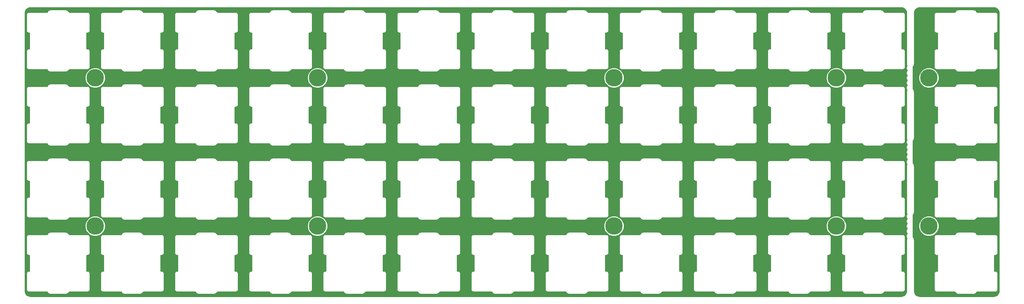
<source format=gtl>
G04 #@! TF.GenerationSoftware,KiCad,Pcbnew,(5.1.4-0)*
G04 #@! TF.CreationDate,2021-07-31T12:50:46-05:00*
G04 #@! TF.ProjectId,ori_top_plate,6f72695f-746f-4705-9f70-6c6174652e6b,rev?*
G04 #@! TF.SameCoordinates,Original*
G04 #@! TF.FileFunction,Copper,L1,Top*
G04 #@! TF.FilePolarity,Positive*
%FSLAX46Y46*%
G04 Gerber Fmt 4.6, Leading zero omitted, Abs format (unit mm)*
G04 Created by KiCad (PCBNEW (5.1.4-0)) date 2021-07-31 12:50:46*
%MOMM*%
%LPD*%
G04 APERTURE LIST*
%ADD10C,4.500000*%
%ADD11C,0.800000*%
%ADD12C,0.250000*%
G04 APERTURE END LIST*
D10*
X364331556Y-98821958D03*
X364331556Y-60721926D03*
X150019380Y-60722130D03*
X150019380Y-98822290D03*
X283369940Y-60721926D03*
X207168924Y-60721926D03*
X283368988Y-98821958D03*
X207168924Y-98821958D03*
X340519036Y-60721926D03*
X340519036Y-98821958D03*
D11*
X372071875Y-60722130D03*
X352426480Y-60722130D03*
D12*
G36*
X381269143Y-42695500D02*
G01*
X381527732Y-42773572D01*
X381766227Y-42900381D01*
X381975547Y-43071099D01*
X382147725Y-43279227D01*
X382276198Y-43516834D01*
X382356073Y-43774865D01*
X382386259Y-44062076D01*
X382386260Y-115471147D01*
X382357982Y-115759547D01*
X382279910Y-116018134D01*
X382153102Y-116256625D01*
X381982383Y-116465949D01*
X381774255Y-116638127D01*
X381536648Y-116766600D01*
X381278618Y-116846474D01*
X380991406Y-116876661D01*
X361969868Y-116876661D01*
X361681479Y-116848384D01*
X361422892Y-116770312D01*
X361184401Y-116643504D01*
X360975077Y-116472785D01*
X360802899Y-116264657D01*
X360674426Y-116027050D01*
X360594552Y-115769020D01*
X360564365Y-115481808D01*
X360564365Y-105680330D01*
X365669277Y-105680330D01*
X365681422Y-105803635D01*
X365717388Y-105922202D01*
X365775795Y-106031474D01*
X365854398Y-106127252D01*
X365950176Y-106205855D01*
X366059448Y-106264262D01*
X366178015Y-106300228D01*
X366270425Y-106309330D01*
X366301320Y-106312373D01*
X366332215Y-106309330D01*
X366497820Y-106309330D01*
X366497821Y-110385330D01*
X366332215Y-110385330D01*
X366301320Y-110382287D01*
X366270425Y-110385330D01*
X366178015Y-110394432D01*
X366059448Y-110430398D01*
X365950176Y-110488805D01*
X365854398Y-110567408D01*
X365775795Y-110663186D01*
X365717388Y-110772458D01*
X365681422Y-110891025D01*
X365669277Y-111014330D01*
X365672320Y-111045225D01*
X365672321Y-115109225D01*
X365681423Y-115201635D01*
X365717389Y-115320202D01*
X365775796Y-115429474D01*
X365854399Y-115525252D01*
X365950177Y-115603855D01*
X366059449Y-115662262D01*
X366178016Y-115698228D01*
X366301320Y-115710373D01*
X366332215Y-115707330D01*
X371011129Y-115707330D01*
X371015188Y-115720710D01*
X371108973Y-115896170D01*
X371235187Y-116049963D01*
X371388980Y-116176177D01*
X371564440Y-116269962D01*
X371754826Y-116327715D01*
X371903212Y-116342330D01*
X375812428Y-116342330D01*
X375960814Y-116327715D01*
X376151200Y-116269962D01*
X376326660Y-116176177D01*
X376480453Y-116049963D01*
X376606667Y-115896170D01*
X376700452Y-115720710D01*
X376704511Y-115707330D01*
X381383425Y-115707330D01*
X381414320Y-115710373D01*
X381537625Y-115698228D01*
X381656192Y-115662262D01*
X381765464Y-115603855D01*
X381861242Y-115525252D01*
X381939845Y-115429474D01*
X381998252Y-115320202D01*
X382034218Y-115201635D01*
X382043320Y-115109225D01*
X382043320Y-111045225D01*
X382046363Y-111014330D01*
X382034218Y-110891025D01*
X381998252Y-110772458D01*
X381939845Y-110663186D01*
X381861242Y-110567408D01*
X381765464Y-110488805D01*
X381656192Y-110430398D01*
X381537625Y-110394432D01*
X381445215Y-110385330D01*
X381414320Y-110382287D01*
X381383425Y-110385330D01*
X381217820Y-110385330D01*
X381217820Y-106309330D01*
X381383425Y-106309330D01*
X381414320Y-106312373D01*
X381537625Y-106300228D01*
X381656192Y-106264262D01*
X381765464Y-106205855D01*
X381861242Y-106127252D01*
X381939845Y-106031474D01*
X381998252Y-105922202D01*
X382034218Y-105803635D01*
X382043320Y-105711225D01*
X382046363Y-105680330D01*
X382043320Y-105649435D01*
X382043320Y-101585435D01*
X382034218Y-101493025D01*
X381998252Y-101374458D01*
X381939845Y-101265186D01*
X381861242Y-101169408D01*
X381765463Y-101090805D01*
X381656191Y-101032398D01*
X381537624Y-100996432D01*
X381414320Y-100984287D01*
X381383425Y-100987330D01*
X376704511Y-100987330D01*
X376700452Y-100973950D01*
X376606667Y-100798490D01*
X376480453Y-100644697D01*
X376326660Y-100518483D01*
X376151200Y-100424698D01*
X375960814Y-100366945D01*
X375812428Y-100352330D01*
X371903212Y-100352330D01*
X371754826Y-100366945D01*
X371564440Y-100424698D01*
X371388980Y-100518483D01*
X371235187Y-100644697D01*
X371108973Y-100798490D01*
X371015188Y-100973950D01*
X371011129Y-100987330D01*
X366332215Y-100987330D01*
X366301320Y-100984287D01*
X366178015Y-100996432D01*
X366059448Y-101032398D01*
X365950176Y-101090805D01*
X365854398Y-101169408D01*
X365775795Y-101265187D01*
X365717388Y-101374459D01*
X365681422Y-101493026D01*
X365672320Y-101585436D01*
X365672321Y-105649425D01*
X365669277Y-105680330D01*
X360564365Y-105680330D01*
X360564365Y-102374189D01*
X360562398Y-102354218D01*
X360562398Y-102346491D01*
X360561814Y-102340936D01*
X360548863Y-102225476D01*
X360541331Y-102190042D01*
X360534284Y-102154450D01*
X360532632Y-102149114D01*
X360497501Y-102038368D01*
X360483212Y-102005029D01*
X360469404Y-101971529D01*
X360466748Y-101966616D01*
X360410776Y-101864803D01*
X360390302Y-101834901D01*
X360370232Y-101804693D01*
X360366675Y-101800395D01*
X360366671Y-101800389D01*
X360366666Y-101800384D01*
X360291989Y-101711387D01*
X360290575Y-101710002D01*
X360290575Y-98563418D01*
X361706556Y-98563418D01*
X361706556Y-99080498D01*
X361807434Y-99587642D01*
X362005311Y-100065362D01*
X362292586Y-100495298D01*
X362658216Y-100860928D01*
X363088152Y-101148203D01*
X363565872Y-101346080D01*
X364073016Y-101446958D01*
X364590096Y-101446958D01*
X365097240Y-101346080D01*
X365574960Y-101148203D01*
X366004896Y-100860928D01*
X366370526Y-100495298D01*
X366657801Y-100065362D01*
X366855678Y-99587642D01*
X366956556Y-99080498D01*
X366956556Y-98563418D01*
X366855678Y-98056274D01*
X366657801Y-97578554D01*
X366370526Y-97148618D01*
X366004896Y-96782988D01*
X365574960Y-96495713D01*
X365097240Y-96297836D01*
X364590096Y-96196958D01*
X364073016Y-96196958D01*
X363565872Y-96297836D01*
X363088152Y-96495713D01*
X362658216Y-96782988D01*
X362292586Y-97148618D01*
X362005311Y-97578554D01*
X361807434Y-98056274D01*
X361706556Y-98563418D01*
X360290575Y-98563418D01*
X360290575Y-95933833D01*
X360297887Y-95926672D01*
X360301442Y-95922375D01*
X360301447Y-95922370D01*
X360301451Y-95922365D01*
X360374880Y-95832332D01*
X360394972Y-95802091D01*
X360415424Y-95772221D01*
X360418081Y-95767309D01*
X360472626Y-95664723D01*
X360486440Y-95631206D01*
X360500722Y-95597884D01*
X360502374Y-95592548D01*
X360535955Y-95481322D01*
X360542994Y-95445773D01*
X360550534Y-95410299D01*
X360551118Y-95404744D01*
X360562456Y-95289114D01*
X360562456Y-95289110D01*
X360564365Y-95269727D01*
X360564365Y-86630250D01*
X365669277Y-86630250D01*
X365681422Y-86753555D01*
X365717388Y-86872122D01*
X365775795Y-86981394D01*
X365854398Y-87077172D01*
X365950176Y-87155775D01*
X366059448Y-87214182D01*
X366178015Y-87250148D01*
X366270425Y-87259250D01*
X366301320Y-87262293D01*
X366332215Y-87259250D01*
X366497820Y-87259250D01*
X366497821Y-91335250D01*
X366332215Y-91335250D01*
X366301320Y-91332207D01*
X366270425Y-91335250D01*
X366178015Y-91344352D01*
X366059448Y-91380318D01*
X365950176Y-91438725D01*
X365854398Y-91517328D01*
X365775795Y-91613106D01*
X365717388Y-91722378D01*
X365681422Y-91840945D01*
X365669277Y-91964250D01*
X365672320Y-91995145D01*
X365672321Y-96059145D01*
X365681423Y-96151555D01*
X365717389Y-96270122D01*
X365775796Y-96379394D01*
X365854399Y-96475172D01*
X365950177Y-96553775D01*
X366059449Y-96612182D01*
X366178016Y-96648148D01*
X366301320Y-96660293D01*
X366332215Y-96657250D01*
X371011129Y-96657250D01*
X371015188Y-96670630D01*
X371108973Y-96846090D01*
X371235187Y-96999883D01*
X371388980Y-97126097D01*
X371564440Y-97219882D01*
X371754826Y-97277635D01*
X371903212Y-97292250D01*
X375812428Y-97292250D01*
X375960814Y-97277635D01*
X376151200Y-97219882D01*
X376326660Y-97126097D01*
X376480453Y-96999883D01*
X376606667Y-96846090D01*
X376700452Y-96670630D01*
X376704511Y-96657250D01*
X381383425Y-96657250D01*
X381414320Y-96660293D01*
X381537625Y-96648148D01*
X381656192Y-96612182D01*
X381765464Y-96553775D01*
X381861242Y-96475172D01*
X381939845Y-96379394D01*
X381998252Y-96270122D01*
X382034218Y-96151555D01*
X382043320Y-96059145D01*
X382043320Y-91995145D01*
X382046363Y-91964250D01*
X382034218Y-91840945D01*
X381998252Y-91722378D01*
X381939845Y-91613106D01*
X381861242Y-91517328D01*
X381765464Y-91438725D01*
X381656192Y-91380318D01*
X381537625Y-91344352D01*
X381445215Y-91335250D01*
X381414320Y-91332207D01*
X381383425Y-91335250D01*
X381217820Y-91335250D01*
X381217820Y-87259250D01*
X381383425Y-87259250D01*
X381414320Y-87262293D01*
X381537625Y-87250148D01*
X381656192Y-87214182D01*
X381765464Y-87155775D01*
X381861242Y-87077172D01*
X381939845Y-86981394D01*
X381998252Y-86872122D01*
X382034218Y-86753555D01*
X382043320Y-86661145D01*
X382046363Y-86630250D01*
X382043320Y-86599355D01*
X382043320Y-82535355D01*
X382034218Y-82442945D01*
X381998252Y-82324378D01*
X381939845Y-82215106D01*
X381861242Y-82119328D01*
X381765463Y-82040725D01*
X381656191Y-81982318D01*
X381537624Y-81946352D01*
X381414320Y-81934207D01*
X381383425Y-81937250D01*
X376704511Y-81937250D01*
X376700452Y-81923870D01*
X376606667Y-81748410D01*
X376480453Y-81594617D01*
X376326660Y-81468403D01*
X376151200Y-81374618D01*
X375960814Y-81316865D01*
X375812428Y-81302250D01*
X371903212Y-81302250D01*
X371754826Y-81316865D01*
X371564440Y-81374618D01*
X371388980Y-81468403D01*
X371235187Y-81594617D01*
X371108973Y-81748410D01*
X371015188Y-81923870D01*
X371011129Y-81937250D01*
X366332215Y-81937250D01*
X366301320Y-81934207D01*
X366178015Y-81946352D01*
X366059448Y-81982318D01*
X365950176Y-82040725D01*
X365854398Y-82119328D01*
X365775795Y-82215107D01*
X365717388Y-82324379D01*
X365681422Y-82442946D01*
X365672320Y-82535356D01*
X365672321Y-86599345D01*
X365669277Y-86630250D01*
X360564365Y-86630250D01*
X360564365Y-83324173D01*
X360562398Y-83304202D01*
X360562398Y-83296475D01*
X360561814Y-83290920D01*
X360548863Y-83175460D01*
X360541331Y-83140026D01*
X360534284Y-83104434D01*
X360532632Y-83099098D01*
X360497501Y-82988352D01*
X360483212Y-82955013D01*
X360469404Y-82921513D01*
X360466748Y-82916600D01*
X360410776Y-82814787D01*
X360390302Y-82784885D01*
X360370232Y-82754677D01*
X360366675Y-82750379D01*
X360366671Y-82750373D01*
X360366666Y-82750368D01*
X360291989Y-82661371D01*
X360290575Y-82659986D01*
X360290575Y-76883817D01*
X360297887Y-76876656D01*
X360301442Y-76872359D01*
X360301447Y-76872354D01*
X360301451Y-76872349D01*
X360374880Y-76782316D01*
X360394972Y-76752075D01*
X360415424Y-76722205D01*
X360418081Y-76717293D01*
X360472626Y-76614707D01*
X360486440Y-76581190D01*
X360500722Y-76547868D01*
X360502374Y-76542532D01*
X360535955Y-76431306D01*
X360542994Y-76395757D01*
X360550534Y-76360283D01*
X360551118Y-76354728D01*
X360562456Y-76239098D01*
X360562456Y-76239094D01*
X360564365Y-76219711D01*
X360564365Y-67580170D01*
X365669277Y-67580170D01*
X365681422Y-67703475D01*
X365717388Y-67822042D01*
X365775795Y-67931314D01*
X365854398Y-68027092D01*
X365950176Y-68105695D01*
X366059448Y-68164102D01*
X366178015Y-68200068D01*
X366270425Y-68209170D01*
X366301320Y-68212213D01*
X366332215Y-68209170D01*
X366497820Y-68209170D01*
X366497821Y-72285170D01*
X366332215Y-72285170D01*
X366301320Y-72282127D01*
X366270425Y-72285170D01*
X366178015Y-72294272D01*
X366059448Y-72330238D01*
X365950176Y-72388645D01*
X365854398Y-72467248D01*
X365775795Y-72563026D01*
X365717388Y-72672298D01*
X365681422Y-72790865D01*
X365669277Y-72914170D01*
X365672320Y-72945065D01*
X365672321Y-77009065D01*
X365681423Y-77101475D01*
X365717389Y-77220042D01*
X365775796Y-77329314D01*
X365854399Y-77425092D01*
X365950177Y-77503695D01*
X366059449Y-77562102D01*
X366178016Y-77598068D01*
X366301320Y-77610213D01*
X366332215Y-77607170D01*
X371011129Y-77607170D01*
X371015188Y-77620550D01*
X371108973Y-77796010D01*
X371235187Y-77949803D01*
X371388980Y-78076017D01*
X371564440Y-78169802D01*
X371754826Y-78227555D01*
X371903212Y-78242170D01*
X375812428Y-78242170D01*
X375960814Y-78227555D01*
X376151200Y-78169802D01*
X376326660Y-78076017D01*
X376480453Y-77949803D01*
X376606667Y-77796010D01*
X376700452Y-77620550D01*
X376704511Y-77607170D01*
X381383425Y-77607170D01*
X381414320Y-77610213D01*
X381537625Y-77598068D01*
X381656192Y-77562102D01*
X381765464Y-77503695D01*
X381861242Y-77425092D01*
X381939845Y-77329314D01*
X381998252Y-77220042D01*
X382034218Y-77101475D01*
X382043320Y-77009065D01*
X382043320Y-72945065D01*
X382046363Y-72914170D01*
X382034218Y-72790865D01*
X381998252Y-72672298D01*
X381939845Y-72563026D01*
X381861242Y-72467248D01*
X381765464Y-72388645D01*
X381656192Y-72330238D01*
X381537625Y-72294272D01*
X381445215Y-72285170D01*
X381414320Y-72282127D01*
X381383425Y-72285170D01*
X381217820Y-72285170D01*
X381217820Y-68209170D01*
X381383425Y-68209170D01*
X381414320Y-68212213D01*
X381537625Y-68200068D01*
X381656192Y-68164102D01*
X381765464Y-68105695D01*
X381861242Y-68027092D01*
X381939845Y-67931314D01*
X381998252Y-67822042D01*
X382034218Y-67703475D01*
X382043320Y-67611065D01*
X382046363Y-67580170D01*
X382043320Y-67549275D01*
X382043320Y-63485275D01*
X382034218Y-63392865D01*
X381998252Y-63274298D01*
X381939845Y-63165026D01*
X381861242Y-63069248D01*
X381765463Y-62990645D01*
X381656191Y-62932238D01*
X381537624Y-62896272D01*
X381414320Y-62884127D01*
X381383425Y-62887170D01*
X376704511Y-62887170D01*
X376700452Y-62873790D01*
X376606667Y-62698330D01*
X376480453Y-62544537D01*
X376326660Y-62418323D01*
X376151200Y-62324538D01*
X375960814Y-62266785D01*
X375812428Y-62252170D01*
X371903212Y-62252170D01*
X371754826Y-62266785D01*
X371564440Y-62324538D01*
X371388980Y-62418323D01*
X371235187Y-62544537D01*
X371108973Y-62698330D01*
X371015188Y-62873790D01*
X371011129Y-62887170D01*
X366332215Y-62887170D01*
X366301320Y-62884127D01*
X366178015Y-62896272D01*
X366059448Y-62932238D01*
X365950176Y-62990645D01*
X365854398Y-63069248D01*
X365775795Y-63165027D01*
X365717388Y-63274299D01*
X365681422Y-63392866D01*
X365672320Y-63485276D01*
X365672321Y-67549265D01*
X365669277Y-67580170D01*
X360564365Y-67580170D01*
X360564365Y-64274157D01*
X360562398Y-64254186D01*
X360562398Y-64246459D01*
X360561814Y-64240904D01*
X360548863Y-64125444D01*
X360541331Y-64090010D01*
X360534284Y-64054418D01*
X360532632Y-64049082D01*
X360497501Y-63938336D01*
X360483212Y-63904997D01*
X360469404Y-63871497D01*
X360466748Y-63866584D01*
X360410776Y-63764771D01*
X360390302Y-63734869D01*
X360370232Y-63704661D01*
X360366675Y-63700363D01*
X360366671Y-63700357D01*
X360366666Y-63700352D01*
X360291989Y-63611355D01*
X360290575Y-63609970D01*
X360290575Y-60463386D01*
X361706556Y-60463386D01*
X361706556Y-60980466D01*
X361807434Y-61487610D01*
X362005311Y-61965330D01*
X362292586Y-62395266D01*
X362658216Y-62760896D01*
X363088152Y-63048171D01*
X363565872Y-63246048D01*
X364073016Y-63346926D01*
X364590096Y-63346926D01*
X365097240Y-63246048D01*
X365574960Y-63048171D01*
X366004896Y-62760896D01*
X366370526Y-62395266D01*
X366657801Y-61965330D01*
X366855678Y-61487610D01*
X366956556Y-60980466D01*
X366956556Y-60463386D01*
X366855678Y-59956242D01*
X366657801Y-59478522D01*
X366370526Y-59048586D01*
X366004896Y-58682956D01*
X365574960Y-58395681D01*
X365097240Y-58197804D01*
X364590096Y-58096926D01*
X364073016Y-58096926D01*
X363565872Y-58197804D01*
X363088152Y-58395681D01*
X362658216Y-58682956D01*
X362292586Y-59048586D01*
X362005311Y-59478522D01*
X361807434Y-59956242D01*
X361706556Y-60463386D01*
X360290575Y-60463386D01*
X360290575Y-57833801D01*
X360297887Y-57826640D01*
X360301442Y-57822343D01*
X360301447Y-57822338D01*
X360301451Y-57822333D01*
X360374880Y-57732300D01*
X360394972Y-57702059D01*
X360415424Y-57672189D01*
X360418081Y-57667277D01*
X360472626Y-57564691D01*
X360486440Y-57531174D01*
X360500722Y-57497852D01*
X360502374Y-57492516D01*
X360535955Y-57381290D01*
X360542994Y-57345741D01*
X360550534Y-57310267D01*
X360551118Y-57304712D01*
X360562456Y-57189082D01*
X360562456Y-57189078D01*
X360564365Y-57169695D01*
X360564365Y-48530090D01*
X365669277Y-48530090D01*
X365681422Y-48653395D01*
X365717388Y-48771962D01*
X365775795Y-48881234D01*
X365854398Y-48977012D01*
X365950176Y-49055615D01*
X366059448Y-49114022D01*
X366178015Y-49149988D01*
X366270425Y-49159090D01*
X366301320Y-49162133D01*
X366332215Y-49159090D01*
X366497820Y-49159090D01*
X366497821Y-53235090D01*
X366332215Y-53235090D01*
X366301320Y-53232047D01*
X366270425Y-53235090D01*
X366178015Y-53244192D01*
X366059448Y-53280158D01*
X365950176Y-53338565D01*
X365854398Y-53417168D01*
X365775795Y-53512946D01*
X365717388Y-53622218D01*
X365681422Y-53740785D01*
X365669277Y-53864090D01*
X365672320Y-53894985D01*
X365672321Y-57958985D01*
X365681423Y-58051395D01*
X365717389Y-58169962D01*
X365775796Y-58279234D01*
X365854399Y-58375012D01*
X365950177Y-58453615D01*
X366059449Y-58512022D01*
X366178016Y-58547988D01*
X366301320Y-58560133D01*
X366332215Y-58557090D01*
X371011129Y-58557090D01*
X371015188Y-58570470D01*
X371108973Y-58745930D01*
X371235187Y-58899723D01*
X371388980Y-59025937D01*
X371564440Y-59119722D01*
X371754826Y-59177475D01*
X371903212Y-59192090D01*
X375812428Y-59192090D01*
X375960814Y-59177475D01*
X376151200Y-59119722D01*
X376326660Y-59025937D01*
X376480453Y-58899723D01*
X376606667Y-58745930D01*
X376700452Y-58570470D01*
X376704511Y-58557090D01*
X381383425Y-58557090D01*
X381414320Y-58560133D01*
X381537625Y-58547988D01*
X381656192Y-58512022D01*
X381765464Y-58453615D01*
X381861242Y-58375012D01*
X381939845Y-58279234D01*
X381998252Y-58169962D01*
X382034218Y-58051395D01*
X382043320Y-57958985D01*
X382043320Y-53894985D01*
X382046363Y-53864090D01*
X382034218Y-53740785D01*
X381998252Y-53622218D01*
X381939845Y-53512946D01*
X381861242Y-53417168D01*
X381765464Y-53338565D01*
X381656192Y-53280158D01*
X381537625Y-53244192D01*
X381445215Y-53235090D01*
X381414320Y-53232047D01*
X381383425Y-53235090D01*
X381217820Y-53235090D01*
X381217820Y-49159090D01*
X381383425Y-49159090D01*
X381414320Y-49162133D01*
X381537625Y-49149988D01*
X381656192Y-49114022D01*
X381765464Y-49055615D01*
X381861242Y-48977012D01*
X381939845Y-48881234D01*
X381998252Y-48771962D01*
X382034218Y-48653395D01*
X382043320Y-48560985D01*
X382046363Y-48530090D01*
X382043320Y-48499195D01*
X382043320Y-44435195D01*
X382034218Y-44342785D01*
X381998252Y-44224218D01*
X381939845Y-44114946D01*
X381861242Y-44019168D01*
X381765463Y-43940565D01*
X381656191Y-43882158D01*
X381537624Y-43846192D01*
X381414320Y-43834047D01*
X381383425Y-43837090D01*
X376704511Y-43837090D01*
X376700452Y-43823710D01*
X376606667Y-43648250D01*
X376480453Y-43494457D01*
X376326660Y-43368243D01*
X376151200Y-43274458D01*
X375960814Y-43216705D01*
X375812428Y-43202090D01*
X371903212Y-43202090D01*
X371754826Y-43216705D01*
X371564440Y-43274458D01*
X371388980Y-43368243D01*
X371235187Y-43494457D01*
X371108973Y-43648250D01*
X371015188Y-43823710D01*
X371011129Y-43837090D01*
X366332215Y-43837090D01*
X366301320Y-43834047D01*
X366178015Y-43846192D01*
X366059448Y-43882158D01*
X365950176Y-43940565D01*
X365854398Y-44019168D01*
X365775795Y-44114947D01*
X365717388Y-44224219D01*
X365681422Y-44342786D01*
X365672320Y-44435196D01*
X365672321Y-48499185D01*
X365669277Y-48530090D01*
X360564365Y-48530090D01*
X360564365Y-44072726D01*
X360592642Y-43784339D01*
X360670714Y-43525750D01*
X360797523Y-43287255D01*
X360968241Y-43077935D01*
X361176369Y-42905757D01*
X361413976Y-42777284D01*
X361672007Y-42697409D01*
X361959218Y-42667223D01*
X380980756Y-42667223D01*
X381269143Y-42695500D01*
X381269143Y-42695500D01*
G37*
X381269143Y-42695500D02*
X381527732Y-42773572D01*
X381766227Y-42900381D01*
X381975547Y-43071099D01*
X382147725Y-43279227D01*
X382276198Y-43516834D01*
X382356073Y-43774865D01*
X382386259Y-44062076D01*
X382386260Y-115471147D01*
X382357982Y-115759547D01*
X382279910Y-116018134D01*
X382153102Y-116256625D01*
X381982383Y-116465949D01*
X381774255Y-116638127D01*
X381536648Y-116766600D01*
X381278618Y-116846474D01*
X380991406Y-116876661D01*
X361969868Y-116876661D01*
X361681479Y-116848384D01*
X361422892Y-116770312D01*
X361184401Y-116643504D01*
X360975077Y-116472785D01*
X360802899Y-116264657D01*
X360674426Y-116027050D01*
X360594552Y-115769020D01*
X360564365Y-115481808D01*
X360564365Y-105680330D01*
X365669277Y-105680330D01*
X365681422Y-105803635D01*
X365717388Y-105922202D01*
X365775795Y-106031474D01*
X365854398Y-106127252D01*
X365950176Y-106205855D01*
X366059448Y-106264262D01*
X366178015Y-106300228D01*
X366270425Y-106309330D01*
X366301320Y-106312373D01*
X366332215Y-106309330D01*
X366497820Y-106309330D01*
X366497821Y-110385330D01*
X366332215Y-110385330D01*
X366301320Y-110382287D01*
X366270425Y-110385330D01*
X366178015Y-110394432D01*
X366059448Y-110430398D01*
X365950176Y-110488805D01*
X365854398Y-110567408D01*
X365775795Y-110663186D01*
X365717388Y-110772458D01*
X365681422Y-110891025D01*
X365669277Y-111014330D01*
X365672320Y-111045225D01*
X365672321Y-115109225D01*
X365681423Y-115201635D01*
X365717389Y-115320202D01*
X365775796Y-115429474D01*
X365854399Y-115525252D01*
X365950177Y-115603855D01*
X366059449Y-115662262D01*
X366178016Y-115698228D01*
X366301320Y-115710373D01*
X366332215Y-115707330D01*
X371011129Y-115707330D01*
X371015188Y-115720710D01*
X371108973Y-115896170D01*
X371235187Y-116049963D01*
X371388980Y-116176177D01*
X371564440Y-116269962D01*
X371754826Y-116327715D01*
X371903212Y-116342330D01*
X375812428Y-116342330D01*
X375960814Y-116327715D01*
X376151200Y-116269962D01*
X376326660Y-116176177D01*
X376480453Y-116049963D01*
X376606667Y-115896170D01*
X376700452Y-115720710D01*
X376704511Y-115707330D01*
X381383425Y-115707330D01*
X381414320Y-115710373D01*
X381537625Y-115698228D01*
X381656192Y-115662262D01*
X381765464Y-115603855D01*
X381861242Y-115525252D01*
X381939845Y-115429474D01*
X381998252Y-115320202D01*
X382034218Y-115201635D01*
X382043320Y-115109225D01*
X382043320Y-111045225D01*
X382046363Y-111014330D01*
X382034218Y-110891025D01*
X381998252Y-110772458D01*
X381939845Y-110663186D01*
X381861242Y-110567408D01*
X381765464Y-110488805D01*
X381656192Y-110430398D01*
X381537625Y-110394432D01*
X381445215Y-110385330D01*
X381414320Y-110382287D01*
X381383425Y-110385330D01*
X381217820Y-110385330D01*
X381217820Y-106309330D01*
X381383425Y-106309330D01*
X381414320Y-106312373D01*
X381537625Y-106300228D01*
X381656192Y-106264262D01*
X381765464Y-106205855D01*
X381861242Y-106127252D01*
X381939845Y-106031474D01*
X381998252Y-105922202D01*
X382034218Y-105803635D01*
X382043320Y-105711225D01*
X382046363Y-105680330D01*
X382043320Y-105649435D01*
X382043320Y-101585435D01*
X382034218Y-101493025D01*
X381998252Y-101374458D01*
X381939845Y-101265186D01*
X381861242Y-101169408D01*
X381765463Y-101090805D01*
X381656191Y-101032398D01*
X381537624Y-100996432D01*
X381414320Y-100984287D01*
X381383425Y-100987330D01*
X376704511Y-100987330D01*
X376700452Y-100973950D01*
X376606667Y-100798490D01*
X376480453Y-100644697D01*
X376326660Y-100518483D01*
X376151200Y-100424698D01*
X375960814Y-100366945D01*
X375812428Y-100352330D01*
X371903212Y-100352330D01*
X371754826Y-100366945D01*
X371564440Y-100424698D01*
X371388980Y-100518483D01*
X371235187Y-100644697D01*
X371108973Y-100798490D01*
X371015188Y-100973950D01*
X371011129Y-100987330D01*
X366332215Y-100987330D01*
X366301320Y-100984287D01*
X366178015Y-100996432D01*
X366059448Y-101032398D01*
X365950176Y-101090805D01*
X365854398Y-101169408D01*
X365775795Y-101265187D01*
X365717388Y-101374459D01*
X365681422Y-101493026D01*
X365672320Y-101585436D01*
X365672321Y-105649425D01*
X365669277Y-105680330D01*
X360564365Y-105680330D01*
X360564365Y-102374189D01*
X360562398Y-102354218D01*
X360562398Y-102346491D01*
X360561814Y-102340936D01*
X360548863Y-102225476D01*
X360541331Y-102190042D01*
X360534284Y-102154450D01*
X360532632Y-102149114D01*
X360497501Y-102038368D01*
X360483212Y-102005029D01*
X360469404Y-101971529D01*
X360466748Y-101966616D01*
X360410776Y-101864803D01*
X360390302Y-101834901D01*
X360370232Y-101804693D01*
X360366675Y-101800395D01*
X360366671Y-101800389D01*
X360366666Y-101800384D01*
X360291989Y-101711387D01*
X360290575Y-101710002D01*
X360290575Y-98563418D01*
X361706556Y-98563418D01*
X361706556Y-99080498D01*
X361807434Y-99587642D01*
X362005311Y-100065362D01*
X362292586Y-100495298D01*
X362658216Y-100860928D01*
X363088152Y-101148203D01*
X363565872Y-101346080D01*
X364073016Y-101446958D01*
X364590096Y-101446958D01*
X365097240Y-101346080D01*
X365574960Y-101148203D01*
X366004896Y-100860928D01*
X366370526Y-100495298D01*
X366657801Y-100065362D01*
X366855678Y-99587642D01*
X366956556Y-99080498D01*
X366956556Y-98563418D01*
X366855678Y-98056274D01*
X366657801Y-97578554D01*
X366370526Y-97148618D01*
X366004896Y-96782988D01*
X365574960Y-96495713D01*
X365097240Y-96297836D01*
X364590096Y-96196958D01*
X364073016Y-96196958D01*
X363565872Y-96297836D01*
X363088152Y-96495713D01*
X362658216Y-96782988D01*
X362292586Y-97148618D01*
X362005311Y-97578554D01*
X361807434Y-98056274D01*
X361706556Y-98563418D01*
X360290575Y-98563418D01*
X360290575Y-95933833D01*
X360297887Y-95926672D01*
X360301442Y-95922375D01*
X360301447Y-95922370D01*
X360301451Y-95922365D01*
X360374880Y-95832332D01*
X360394972Y-95802091D01*
X360415424Y-95772221D01*
X360418081Y-95767309D01*
X360472626Y-95664723D01*
X360486440Y-95631206D01*
X360500722Y-95597884D01*
X360502374Y-95592548D01*
X360535955Y-95481322D01*
X360542994Y-95445773D01*
X360550534Y-95410299D01*
X360551118Y-95404744D01*
X360562456Y-95289114D01*
X360562456Y-95289110D01*
X360564365Y-95269727D01*
X360564365Y-86630250D01*
X365669277Y-86630250D01*
X365681422Y-86753555D01*
X365717388Y-86872122D01*
X365775795Y-86981394D01*
X365854398Y-87077172D01*
X365950176Y-87155775D01*
X366059448Y-87214182D01*
X366178015Y-87250148D01*
X366270425Y-87259250D01*
X366301320Y-87262293D01*
X366332215Y-87259250D01*
X366497820Y-87259250D01*
X366497821Y-91335250D01*
X366332215Y-91335250D01*
X366301320Y-91332207D01*
X366270425Y-91335250D01*
X366178015Y-91344352D01*
X366059448Y-91380318D01*
X365950176Y-91438725D01*
X365854398Y-91517328D01*
X365775795Y-91613106D01*
X365717388Y-91722378D01*
X365681422Y-91840945D01*
X365669277Y-91964250D01*
X365672320Y-91995145D01*
X365672321Y-96059145D01*
X365681423Y-96151555D01*
X365717389Y-96270122D01*
X365775796Y-96379394D01*
X365854399Y-96475172D01*
X365950177Y-96553775D01*
X366059449Y-96612182D01*
X366178016Y-96648148D01*
X366301320Y-96660293D01*
X366332215Y-96657250D01*
X371011129Y-96657250D01*
X371015188Y-96670630D01*
X371108973Y-96846090D01*
X371235187Y-96999883D01*
X371388980Y-97126097D01*
X371564440Y-97219882D01*
X371754826Y-97277635D01*
X371903212Y-97292250D01*
X375812428Y-97292250D01*
X375960814Y-97277635D01*
X376151200Y-97219882D01*
X376326660Y-97126097D01*
X376480453Y-96999883D01*
X376606667Y-96846090D01*
X376700452Y-96670630D01*
X376704511Y-96657250D01*
X381383425Y-96657250D01*
X381414320Y-96660293D01*
X381537625Y-96648148D01*
X381656192Y-96612182D01*
X381765464Y-96553775D01*
X381861242Y-96475172D01*
X381939845Y-96379394D01*
X381998252Y-96270122D01*
X382034218Y-96151555D01*
X382043320Y-96059145D01*
X382043320Y-91995145D01*
X382046363Y-91964250D01*
X382034218Y-91840945D01*
X381998252Y-91722378D01*
X381939845Y-91613106D01*
X381861242Y-91517328D01*
X381765464Y-91438725D01*
X381656192Y-91380318D01*
X381537625Y-91344352D01*
X381445215Y-91335250D01*
X381414320Y-91332207D01*
X381383425Y-91335250D01*
X381217820Y-91335250D01*
X381217820Y-87259250D01*
X381383425Y-87259250D01*
X381414320Y-87262293D01*
X381537625Y-87250148D01*
X381656192Y-87214182D01*
X381765464Y-87155775D01*
X381861242Y-87077172D01*
X381939845Y-86981394D01*
X381998252Y-86872122D01*
X382034218Y-86753555D01*
X382043320Y-86661145D01*
X382046363Y-86630250D01*
X382043320Y-86599355D01*
X382043320Y-82535355D01*
X382034218Y-82442945D01*
X381998252Y-82324378D01*
X381939845Y-82215106D01*
X381861242Y-82119328D01*
X381765463Y-82040725D01*
X381656191Y-81982318D01*
X381537624Y-81946352D01*
X381414320Y-81934207D01*
X381383425Y-81937250D01*
X376704511Y-81937250D01*
X376700452Y-81923870D01*
X376606667Y-81748410D01*
X376480453Y-81594617D01*
X376326660Y-81468403D01*
X376151200Y-81374618D01*
X375960814Y-81316865D01*
X375812428Y-81302250D01*
X371903212Y-81302250D01*
X371754826Y-81316865D01*
X371564440Y-81374618D01*
X371388980Y-81468403D01*
X371235187Y-81594617D01*
X371108973Y-81748410D01*
X371015188Y-81923870D01*
X371011129Y-81937250D01*
X366332215Y-81937250D01*
X366301320Y-81934207D01*
X366178015Y-81946352D01*
X366059448Y-81982318D01*
X365950176Y-82040725D01*
X365854398Y-82119328D01*
X365775795Y-82215107D01*
X365717388Y-82324379D01*
X365681422Y-82442946D01*
X365672320Y-82535356D01*
X365672321Y-86599345D01*
X365669277Y-86630250D01*
X360564365Y-86630250D01*
X360564365Y-83324173D01*
X360562398Y-83304202D01*
X360562398Y-83296475D01*
X360561814Y-83290920D01*
X360548863Y-83175460D01*
X360541331Y-83140026D01*
X360534284Y-83104434D01*
X360532632Y-83099098D01*
X360497501Y-82988352D01*
X360483212Y-82955013D01*
X360469404Y-82921513D01*
X360466748Y-82916600D01*
X360410776Y-82814787D01*
X360390302Y-82784885D01*
X360370232Y-82754677D01*
X360366675Y-82750379D01*
X360366671Y-82750373D01*
X360366666Y-82750368D01*
X360291989Y-82661371D01*
X360290575Y-82659986D01*
X360290575Y-76883817D01*
X360297887Y-76876656D01*
X360301442Y-76872359D01*
X360301447Y-76872354D01*
X360301451Y-76872349D01*
X360374880Y-76782316D01*
X360394972Y-76752075D01*
X360415424Y-76722205D01*
X360418081Y-76717293D01*
X360472626Y-76614707D01*
X360486440Y-76581190D01*
X360500722Y-76547868D01*
X360502374Y-76542532D01*
X360535955Y-76431306D01*
X360542994Y-76395757D01*
X360550534Y-76360283D01*
X360551118Y-76354728D01*
X360562456Y-76239098D01*
X360562456Y-76239094D01*
X360564365Y-76219711D01*
X360564365Y-67580170D01*
X365669277Y-67580170D01*
X365681422Y-67703475D01*
X365717388Y-67822042D01*
X365775795Y-67931314D01*
X365854398Y-68027092D01*
X365950176Y-68105695D01*
X366059448Y-68164102D01*
X366178015Y-68200068D01*
X366270425Y-68209170D01*
X366301320Y-68212213D01*
X366332215Y-68209170D01*
X366497820Y-68209170D01*
X366497821Y-72285170D01*
X366332215Y-72285170D01*
X366301320Y-72282127D01*
X366270425Y-72285170D01*
X366178015Y-72294272D01*
X366059448Y-72330238D01*
X365950176Y-72388645D01*
X365854398Y-72467248D01*
X365775795Y-72563026D01*
X365717388Y-72672298D01*
X365681422Y-72790865D01*
X365669277Y-72914170D01*
X365672320Y-72945065D01*
X365672321Y-77009065D01*
X365681423Y-77101475D01*
X365717389Y-77220042D01*
X365775796Y-77329314D01*
X365854399Y-77425092D01*
X365950177Y-77503695D01*
X366059449Y-77562102D01*
X366178016Y-77598068D01*
X366301320Y-77610213D01*
X366332215Y-77607170D01*
X371011129Y-77607170D01*
X371015188Y-77620550D01*
X371108973Y-77796010D01*
X371235187Y-77949803D01*
X371388980Y-78076017D01*
X371564440Y-78169802D01*
X371754826Y-78227555D01*
X371903212Y-78242170D01*
X375812428Y-78242170D01*
X375960814Y-78227555D01*
X376151200Y-78169802D01*
X376326660Y-78076017D01*
X376480453Y-77949803D01*
X376606667Y-77796010D01*
X376700452Y-77620550D01*
X376704511Y-77607170D01*
X381383425Y-77607170D01*
X381414320Y-77610213D01*
X381537625Y-77598068D01*
X381656192Y-77562102D01*
X381765464Y-77503695D01*
X381861242Y-77425092D01*
X381939845Y-77329314D01*
X381998252Y-77220042D01*
X382034218Y-77101475D01*
X382043320Y-77009065D01*
X382043320Y-72945065D01*
X382046363Y-72914170D01*
X382034218Y-72790865D01*
X381998252Y-72672298D01*
X381939845Y-72563026D01*
X381861242Y-72467248D01*
X381765464Y-72388645D01*
X381656192Y-72330238D01*
X381537625Y-72294272D01*
X381445215Y-72285170D01*
X381414320Y-72282127D01*
X381383425Y-72285170D01*
X381217820Y-72285170D01*
X381217820Y-68209170D01*
X381383425Y-68209170D01*
X381414320Y-68212213D01*
X381537625Y-68200068D01*
X381656192Y-68164102D01*
X381765464Y-68105695D01*
X381861242Y-68027092D01*
X381939845Y-67931314D01*
X381998252Y-67822042D01*
X382034218Y-67703475D01*
X382043320Y-67611065D01*
X382046363Y-67580170D01*
X382043320Y-67549275D01*
X382043320Y-63485275D01*
X382034218Y-63392865D01*
X381998252Y-63274298D01*
X381939845Y-63165026D01*
X381861242Y-63069248D01*
X381765463Y-62990645D01*
X381656191Y-62932238D01*
X381537624Y-62896272D01*
X381414320Y-62884127D01*
X381383425Y-62887170D01*
X376704511Y-62887170D01*
X376700452Y-62873790D01*
X376606667Y-62698330D01*
X376480453Y-62544537D01*
X376326660Y-62418323D01*
X376151200Y-62324538D01*
X375960814Y-62266785D01*
X375812428Y-62252170D01*
X371903212Y-62252170D01*
X371754826Y-62266785D01*
X371564440Y-62324538D01*
X371388980Y-62418323D01*
X371235187Y-62544537D01*
X371108973Y-62698330D01*
X371015188Y-62873790D01*
X371011129Y-62887170D01*
X366332215Y-62887170D01*
X366301320Y-62884127D01*
X366178015Y-62896272D01*
X366059448Y-62932238D01*
X365950176Y-62990645D01*
X365854398Y-63069248D01*
X365775795Y-63165027D01*
X365717388Y-63274299D01*
X365681422Y-63392866D01*
X365672320Y-63485276D01*
X365672321Y-67549265D01*
X365669277Y-67580170D01*
X360564365Y-67580170D01*
X360564365Y-64274157D01*
X360562398Y-64254186D01*
X360562398Y-64246459D01*
X360561814Y-64240904D01*
X360548863Y-64125444D01*
X360541331Y-64090010D01*
X360534284Y-64054418D01*
X360532632Y-64049082D01*
X360497501Y-63938336D01*
X360483212Y-63904997D01*
X360469404Y-63871497D01*
X360466748Y-63866584D01*
X360410776Y-63764771D01*
X360390302Y-63734869D01*
X360370232Y-63704661D01*
X360366675Y-63700363D01*
X360366671Y-63700357D01*
X360366666Y-63700352D01*
X360291989Y-63611355D01*
X360290575Y-63609970D01*
X360290575Y-60463386D01*
X361706556Y-60463386D01*
X361706556Y-60980466D01*
X361807434Y-61487610D01*
X362005311Y-61965330D01*
X362292586Y-62395266D01*
X362658216Y-62760896D01*
X363088152Y-63048171D01*
X363565872Y-63246048D01*
X364073016Y-63346926D01*
X364590096Y-63346926D01*
X365097240Y-63246048D01*
X365574960Y-63048171D01*
X366004896Y-62760896D01*
X366370526Y-62395266D01*
X366657801Y-61965330D01*
X366855678Y-61487610D01*
X366956556Y-60980466D01*
X366956556Y-60463386D01*
X366855678Y-59956242D01*
X366657801Y-59478522D01*
X366370526Y-59048586D01*
X366004896Y-58682956D01*
X365574960Y-58395681D01*
X365097240Y-58197804D01*
X364590096Y-58096926D01*
X364073016Y-58096926D01*
X363565872Y-58197804D01*
X363088152Y-58395681D01*
X362658216Y-58682956D01*
X362292586Y-59048586D01*
X362005311Y-59478522D01*
X361807434Y-59956242D01*
X361706556Y-60463386D01*
X360290575Y-60463386D01*
X360290575Y-57833801D01*
X360297887Y-57826640D01*
X360301442Y-57822343D01*
X360301447Y-57822338D01*
X360301451Y-57822333D01*
X360374880Y-57732300D01*
X360394972Y-57702059D01*
X360415424Y-57672189D01*
X360418081Y-57667277D01*
X360472626Y-57564691D01*
X360486440Y-57531174D01*
X360500722Y-57497852D01*
X360502374Y-57492516D01*
X360535955Y-57381290D01*
X360542994Y-57345741D01*
X360550534Y-57310267D01*
X360551118Y-57304712D01*
X360562456Y-57189082D01*
X360562456Y-57189078D01*
X360564365Y-57169695D01*
X360564365Y-48530090D01*
X365669277Y-48530090D01*
X365681422Y-48653395D01*
X365717388Y-48771962D01*
X365775795Y-48881234D01*
X365854398Y-48977012D01*
X365950176Y-49055615D01*
X366059448Y-49114022D01*
X366178015Y-49149988D01*
X366270425Y-49159090D01*
X366301320Y-49162133D01*
X366332215Y-49159090D01*
X366497820Y-49159090D01*
X366497821Y-53235090D01*
X366332215Y-53235090D01*
X366301320Y-53232047D01*
X366270425Y-53235090D01*
X366178015Y-53244192D01*
X366059448Y-53280158D01*
X365950176Y-53338565D01*
X365854398Y-53417168D01*
X365775795Y-53512946D01*
X365717388Y-53622218D01*
X365681422Y-53740785D01*
X365669277Y-53864090D01*
X365672320Y-53894985D01*
X365672321Y-57958985D01*
X365681423Y-58051395D01*
X365717389Y-58169962D01*
X365775796Y-58279234D01*
X365854399Y-58375012D01*
X365950177Y-58453615D01*
X366059449Y-58512022D01*
X366178016Y-58547988D01*
X366301320Y-58560133D01*
X366332215Y-58557090D01*
X371011129Y-58557090D01*
X371015188Y-58570470D01*
X371108973Y-58745930D01*
X371235187Y-58899723D01*
X371388980Y-59025937D01*
X371564440Y-59119722D01*
X371754826Y-59177475D01*
X371903212Y-59192090D01*
X375812428Y-59192090D01*
X375960814Y-59177475D01*
X376151200Y-59119722D01*
X376326660Y-59025937D01*
X376480453Y-58899723D01*
X376606667Y-58745930D01*
X376700452Y-58570470D01*
X376704511Y-58557090D01*
X381383425Y-58557090D01*
X381414320Y-58560133D01*
X381537625Y-58547988D01*
X381656192Y-58512022D01*
X381765464Y-58453615D01*
X381861242Y-58375012D01*
X381939845Y-58279234D01*
X381998252Y-58169962D01*
X382034218Y-58051395D01*
X382043320Y-57958985D01*
X382043320Y-53894985D01*
X382046363Y-53864090D01*
X382034218Y-53740785D01*
X381998252Y-53622218D01*
X381939845Y-53512946D01*
X381861242Y-53417168D01*
X381765464Y-53338565D01*
X381656192Y-53280158D01*
X381537625Y-53244192D01*
X381445215Y-53235090D01*
X381414320Y-53232047D01*
X381383425Y-53235090D01*
X381217820Y-53235090D01*
X381217820Y-49159090D01*
X381383425Y-49159090D01*
X381414320Y-49162133D01*
X381537625Y-49149988D01*
X381656192Y-49114022D01*
X381765464Y-49055615D01*
X381861242Y-48977012D01*
X381939845Y-48881234D01*
X381998252Y-48771962D01*
X382034218Y-48653395D01*
X382043320Y-48560985D01*
X382046363Y-48530090D01*
X382043320Y-48499195D01*
X382043320Y-44435195D01*
X382034218Y-44342785D01*
X381998252Y-44224218D01*
X381939845Y-44114946D01*
X381861242Y-44019168D01*
X381765463Y-43940565D01*
X381656191Y-43882158D01*
X381537624Y-43846192D01*
X381414320Y-43834047D01*
X381383425Y-43837090D01*
X376704511Y-43837090D01*
X376700452Y-43823710D01*
X376606667Y-43648250D01*
X376480453Y-43494457D01*
X376326660Y-43368243D01*
X376151200Y-43274458D01*
X375960814Y-43216705D01*
X375812428Y-43202090D01*
X371903212Y-43202090D01*
X371754826Y-43216705D01*
X371564440Y-43274458D01*
X371388980Y-43368243D01*
X371235187Y-43494457D01*
X371108973Y-43648250D01*
X371015188Y-43823710D01*
X371011129Y-43837090D01*
X366332215Y-43837090D01*
X366301320Y-43834047D01*
X366178015Y-43846192D01*
X366059448Y-43882158D01*
X365950176Y-43940565D01*
X365854398Y-44019168D01*
X365775795Y-44114947D01*
X365717388Y-44224219D01*
X365681422Y-44342786D01*
X365672320Y-44435196D01*
X365672321Y-48499185D01*
X365669277Y-48530090D01*
X360564365Y-48530090D01*
X360564365Y-44072726D01*
X360592642Y-43784339D01*
X360670714Y-43525750D01*
X360797523Y-43287255D01*
X360968241Y-43077935D01*
X361176369Y-42905757D01*
X361413976Y-42777284D01*
X361672007Y-42697409D01*
X361959218Y-42667223D01*
X380980756Y-42667223D01*
X381269143Y-42695500D01*
G36*
X357456623Y-42695500D02*
G01*
X357715212Y-42773572D01*
X357953707Y-42900381D01*
X358163027Y-43071099D01*
X358335205Y-43279227D01*
X358463678Y-43516834D01*
X358543553Y-43774865D01*
X358573739Y-44062076D01*
X358573740Y-57169695D01*
X358575706Y-57189656D01*
X358575706Y-57197393D01*
X358576290Y-57202947D01*
X358589241Y-57318408D01*
X358596770Y-57353828D01*
X358603820Y-57389435D01*
X358605472Y-57394770D01*
X358640603Y-57505516D01*
X358654892Y-57538855D01*
X358668700Y-57572355D01*
X358671356Y-57577268D01*
X358694423Y-57619226D01*
X358625757Y-57687892D01*
X358540943Y-57814826D01*
X358482522Y-57955867D01*
X358452739Y-58105595D01*
X358452739Y-58258257D01*
X358482522Y-58407985D01*
X358540943Y-58549026D01*
X358625757Y-58675960D01*
X358733705Y-58783908D01*
X358783120Y-58816926D01*
X358733705Y-58849944D01*
X358625757Y-58957892D01*
X358540943Y-59084826D01*
X358482522Y-59225867D01*
X358452739Y-59375595D01*
X358452739Y-59528257D01*
X358482522Y-59677985D01*
X358540943Y-59819026D01*
X358625757Y-59945960D01*
X358733705Y-60053908D01*
X358783120Y-60086926D01*
X358733705Y-60119944D01*
X358625757Y-60227892D01*
X358540943Y-60354826D01*
X358482522Y-60495867D01*
X358452739Y-60645595D01*
X358452739Y-60798257D01*
X358482522Y-60947985D01*
X358540943Y-61089026D01*
X358625757Y-61215960D01*
X358733705Y-61323908D01*
X358783120Y-61356926D01*
X358733705Y-61389944D01*
X358625757Y-61497892D01*
X358540943Y-61624826D01*
X358482522Y-61765867D01*
X358452739Y-61915595D01*
X358452739Y-62068257D01*
X358482522Y-62217985D01*
X358540943Y-62359026D01*
X358625757Y-62485960D01*
X358733705Y-62593908D01*
X358783120Y-62626926D01*
X358733705Y-62659944D01*
X358625757Y-62767892D01*
X358540943Y-62894826D01*
X358482522Y-63035867D01*
X358452739Y-63185595D01*
X358452739Y-63338257D01*
X358482522Y-63487985D01*
X358540943Y-63629026D01*
X358625757Y-63755960D01*
X358694457Y-63824660D01*
X358665478Y-63879160D01*
X358651663Y-63912679D01*
X358637382Y-63946000D01*
X358635730Y-63951335D01*
X358602149Y-64062562D01*
X358595109Y-64098117D01*
X358587570Y-64133585D01*
X358586986Y-64139139D01*
X358575648Y-64254770D01*
X358575648Y-64254775D01*
X358573739Y-64274158D01*
X358573740Y-76219711D01*
X358575706Y-76239672D01*
X358575706Y-76247409D01*
X358576290Y-76252963D01*
X358589241Y-76368424D01*
X358596770Y-76403844D01*
X358603820Y-76439451D01*
X358605472Y-76444786D01*
X358640603Y-76555532D01*
X358654892Y-76588871D01*
X358668700Y-76622371D01*
X358671356Y-76627284D01*
X358694423Y-76669242D01*
X358625757Y-76737908D01*
X358540943Y-76864842D01*
X358482522Y-77005883D01*
X358452739Y-77155611D01*
X358452739Y-77308273D01*
X358482522Y-77458001D01*
X358540943Y-77599042D01*
X358625757Y-77725976D01*
X358733705Y-77833924D01*
X358783120Y-77866942D01*
X358733705Y-77899960D01*
X358625757Y-78007908D01*
X358540943Y-78134842D01*
X358482522Y-78275883D01*
X358452739Y-78425611D01*
X358452739Y-78578273D01*
X358482522Y-78728001D01*
X358540943Y-78869042D01*
X358625757Y-78995976D01*
X358733705Y-79103924D01*
X358783120Y-79136942D01*
X358733705Y-79169960D01*
X358625757Y-79277908D01*
X358540943Y-79404842D01*
X358482522Y-79545883D01*
X358452739Y-79695611D01*
X358452739Y-79848273D01*
X358482522Y-79998001D01*
X358540943Y-80139042D01*
X358625757Y-80265976D01*
X358733705Y-80373924D01*
X358783120Y-80406942D01*
X358733705Y-80439960D01*
X358625757Y-80547908D01*
X358540943Y-80674842D01*
X358482522Y-80815883D01*
X358452739Y-80965611D01*
X358452739Y-81118273D01*
X358482522Y-81268001D01*
X358540943Y-81409042D01*
X358625757Y-81535976D01*
X358733705Y-81643924D01*
X358783120Y-81676942D01*
X358733705Y-81709960D01*
X358625757Y-81817908D01*
X358540943Y-81944842D01*
X358482522Y-82085883D01*
X358452739Y-82235611D01*
X358452739Y-82388273D01*
X358482522Y-82538001D01*
X358540943Y-82679042D01*
X358625757Y-82805976D01*
X358694457Y-82874676D01*
X358665478Y-82929176D01*
X358651663Y-82962695D01*
X358637382Y-82996016D01*
X358635730Y-83001351D01*
X358602149Y-83112578D01*
X358595109Y-83148133D01*
X358587570Y-83183601D01*
X358586986Y-83189155D01*
X358575648Y-83304786D01*
X358575648Y-83304791D01*
X358573739Y-83324174D01*
X358573740Y-95269727D01*
X358575706Y-95289688D01*
X358575706Y-95297425D01*
X358576290Y-95302979D01*
X358589241Y-95418440D01*
X358596770Y-95453860D01*
X358603820Y-95489467D01*
X358605472Y-95494802D01*
X358640603Y-95605548D01*
X358654892Y-95638887D01*
X358668700Y-95672387D01*
X358671356Y-95677300D01*
X358694423Y-95719258D01*
X358625757Y-95787924D01*
X358540943Y-95914858D01*
X358482522Y-96055899D01*
X358452739Y-96205627D01*
X358452739Y-96358289D01*
X358482522Y-96508017D01*
X358540943Y-96649058D01*
X358625757Y-96775992D01*
X358733705Y-96883940D01*
X358783120Y-96916958D01*
X358733705Y-96949976D01*
X358625757Y-97057924D01*
X358540943Y-97184858D01*
X358482522Y-97325899D01*
X358452739Y-97475627D01*
X358452739Y-97628289D01*
X358482522Y-97778017D01*
X358540943Y-97919058D01*
X358625757Y-98045992D01*
X358733705Y-98153940D01*
X358783120Y-98186958D01*
X358733705Y-98219976D01*
X358625757Y-98327924D01*
X358540943Y-98454858D01*
X358482522Y-98595899D01*
X358452739Y-98745627D01*
X358452739Y-98898289D01*
X358482522Y-99048017D01*
X358540943Y-99189058D01*
X358625757Y-99315992D01*
X358733705Y-99423940D01*
X358783120Y-99456958D01*
X358733705Y-99489976D01*
X358625757Y-99597924D01*
X358540943Y-99724858D01*
X358482522Y-99865899D01*
X358452739Y-100015627D01*
X358452739Y-100168289D01*
X358482522Y-100318017D01*
X358540943Y-100459058D01*
X358625757Y-100585992D01*
X358733705Y-100693940D01*
X358783120Y-100726958D01*
X358733705Y-100759976D01*
X358625757Y-100867924D01*
X358540943Y-100994858D01*
X358482522Y-101135899D01*
X358452739Y-101285627D01*
X358452739Y-101438289D01*
X358482522Y-101588017D01*
X358540943Y-101729058D01*
X358625757Y-101855992D01*
X358694457Y-101924692D01*
X358665478Y-101979192D01*
X358651663Y-102012711D01*
X358637382Y-102046032D01*
X358635730Y-102051367D01*
X358602149Y-102162594D01*
X358595109Y-102198149D01*
X358587570Y-102233617D01*
X358586986Y-102239171D01*
X358575648Y-102354802D01*
X358575648Y-102354807D01*
X358573739Y-102374190D01*
X358573740Y-115471147D01*
X358545462Y-115759547D01*
X358467390Y-116018134D01*
X358340582Y-116256625D01*
X358169863Y-116465949D01*
X357961735Y-116638127D01*
X357724128Y-116766600D01*
X357466098Y-116846474D01*
X357178886Y-116876661D01*
X133369676Y-116876661D01*
X133081287Y-116848384D01*
X132822700Y-116770312D01*
X132584209Y-116643504D01*
X132374885Y-116472785D01*
X132202707Y-116264657D01*
X132074234Y-116027050D01*
X131994360Y-115769020D01*
X131964173Y-115481808D01*
X131964173Y-105680330D01*
X132305797Y-105680330D01*
X132317942Y-105803635D01*
X132353908Y-105922202D01*
X132412315Y-106031474D01*
X132490918Y-106127252D01*
X132586696Y-106205855D01*
X132695968Y-106264262D01*
X132814535Y-106300228D01*
X132906945Y-106309330D01*
X132937840Y-106312373D01*
X132968735Y-106309330D01*
X133134340Y-106309330D01*
X133134341Y-110385330D01*
X132968735Y-110385330D01*
X132937840Y-110382287D01*
X132906945Y-110385330D01*
X132814535Y-110394432D01*
X132695968Y-110430398D01*
X132586696Y-110488805D01*
X132490918Y-110567408D01*
X132412315Y-110663186D01*
X132353908Y-110772458D01*
X132317942Y-110891025D01*
X132305797Y-111014330D01*
X132308840Y-111045225D01*
X132308841Y-115109225D01*
X132317943Y-115201635D01*
X132353909Y-115320202D01*
X132412316Y-115429474D01*
X132490919Y-115525252D01*
X132586697Y-115603855D01*
X132695969Y-115662262D01*
X132814536Y-115698228D01*
X132937840Y-115710373D01*
X132968735Y-115707330D01*
X137647649Y-115707330D01*
X137651708Y-115720710D01*
X137745493Y-115896170D01*
X137871707Y-116049963D01*
X138025500Y-116176177D01*
X138200960Y-116269962D01*
X138391346Y-116327715D01*
X138539732Y-116342330D01*
X142448948Y-116342330D01*
X142597334Y-116327715D01*
X142787720Y-116269962D01*
X142963180Y-116176177D01*
X143116973Y-116049963D01*
X143243187Y-115896170D01*
X143336972Y-115720710D01*
X143341031Y-115707330D01*
X148019945Y-115707330D01*
X148050840Y-115710373D01*
X148174145Y-115698228D01*
X148292712Y-115662262D01*
X148401984Y-115603855D01*
X148497762Y-115525252D01*
X148576365Y-115429474D01*
X148634772Y-115320202D01*
X148670738Y-115201635D01*
X148679840Y-115109225D01*
X148679840Y-111045225D01*
X148682883Y-111014330D01*
X148670738Y-110891025D01*
X148634772Y-110772458D01*
X148576365Y-110663186D01*
X148497762Y-110567408D01*
X148401984Y-110488805D01*
X148292712Y-110430398D01*
X148174145Y-110394432D01*
X148081735Y-110385330D01*
X148050840Y-110382287D01*
X148019945Y-110385330D01*
X147854340Y-110385330D01*
X147854340Y-106309330D01*
X148019945Y-106309330D01*
X148050840Y-106312373D01*
X148174145Y-106300228D01*
X148292712Y-106264262D01*
X148401984Y-106205855D01*
X148497762Y-106127252D01*
X148576365Y-106031474D01*
X148634772Y-105922202D01*
X148670738Y-105803635D01*
X148679840Y-105711225D01*
X148682883Y-105680330D01*
X151355877Y-105680330D01*
X151368022Y-105803635D01*
X151403988Y-105922202D01*
X151462395Y-106031474D01*
X151540998Y-106127252D01*
X151636776Y-106205855D01*
X151746048Y-106264262D01*
X151864615Y-106300228D01*
X151957025Y-106309330D01*
X151987920Y-106312373D01*
X152018815Y-106309330D01*
X152184420Y-106309330D01*
X152184421Y-110385330D01*
X152018815Y-110385330D01*
X151987920Y-110382287D01*
X151957025Y-110385330D01*
X151864615Y-110394432D01*
X151746048Y-110430398D01*
X151636776Y-110488805D01*
X151540998Y-110567408D01*
X151462395Y-110663186D01*
X151403988Y-110772458D01*
X151368022Y-110891025D01*
X151355877Y-111014330D01*
X151358920Y-111045225D01*
X151358921Y-115109225D01*
X151368023Y-115201635D01*
X151403989Y-115320202D01*
X151462396Y-115429474D01*
X151540999Y-115525252D01*
X151636777Y-115603855D01*
X151746049Y-115662262D01*
X151864616Y-115698228D01*
X151987920Y-115710373D01*
X152018815Y-115707330D01*
X156697729Y-115707330D01*
X156701788Y-115720710D01*
X156795573Y-115896170D01*
X156921787Y-116049963D01*
X157075580Y-116176177D01*
X157251040Y-116269962D01*
X157441426Y-116327715D01*
X157589812Y-116342330D01*
X161499028Y-116342330D01*
X161647414Y-116327715D01*
X161837800Y-116269962D01*
X162013260Y-116176177D01*
X162167053Y-116049963D01*
X162293267Y-115896170D01*
X162387052Y-115720710D01*
X162391111Y-115707330D01*
X167070025Y-115707330D01*
X167100920Y-115710373D01*
X167224225Y-115698228D01*
X167342792Y-115662262D01*
X167452064Y-115603855D01*
X167547842Y-115525252D01*
X167626445Y-115429474D01*
X167684852Y-115320202D01*
X167720818Y-115201635D01*
X167729920Y-115109225D01*
X167729920Y-111045225D01*
X167732963Y-111014330D01*
X167720818Y-110891025D01*
X167684852Y-110772458D01*
X167626445Y-110663186D01*
X167547842Y-110567408D01*
X167452064Y-110488805D01*
X167342792Y-110430398D01*
X167224225Y-110394432D01*
X167131815Y-110385330D01*
X167100920Y-110382287D01*
X167070025Y-110385330D01*
X166904420Y-110385330D01*
X166904420Y-106309330D01*
X167070025Y-106309330D01*
X167100920Y-106312373D01*
X167224225Y-106300228D01*
X167342792Y-106264262D01*
X167452064Y-106205855D01*
X167547842Y-106127252D01*
X167626445Y-106031474D01*
X167684852Y-105922202D01*
X167720818Y-105803635D01*
X167729920Y-105711225D01*
X167732963Y-105680330D01*
X170410987Y-105680330D01*
X170423132Y-105803635D01*
X170459098Y-105922202D01*
X170517505Y-106031474D01*
X170596108Y-106127252D01*
X170691886Y-106205855D01*
X170801158Y-106264262D01*
X170919725Y-106300228D01*
X171012135Y-106309330D01*
X171043030Y-106312373D01*
X171073925Y-106309330D01*
X171239530Y-106309330D01*
X171239531Y-110385330D01*
X171073925Y-110385330D01*
X171043030Y-110382287D01*
X171012135Y-110385330D01*
X170919725Y-110394432D01*
X170801158Y-110430398D01*
X170691886Y-110488805D01*
X170596108Y-110567408D01*
X170517505Y-110663186D01*
X170459098Y-110772458D01*
X170423132Y-110891025D01*
X170410987Y-111014330D01*
X170414030Y-111045225D01*
X170414031Y-115109225D01*
X170423133Y-115201635D01*
X170459099Y-115320202D01*
X170517506Y-115429474D01*
X170596109Y-115525252D01*
X170691887Y-115603855D01*
X170801159Y-115662262D01*
X170919726Y-115698228D01*
X171043030Y-115710373D01*
X171073925Y-115707330D01*
X175752839Y-115707330D01*
X175756898Y-115720710D01*
X175850683Y-115896170D01*
X175976897Y-116049963D01*
X176130690Y-116176177D01*
X176306150Y-116269962D01*
X176496536Y-116327715D01*
X176644922Y-116342330D01*
X180554138Y-116342330D01*
X180702524Y-116327715D01*
X180892910Y-116269962D01*
X181068370Y-116176177D01*
X181222163Y-116049963D01*
X181348377Y-115896170D01*
X181442162Y-115720710D01*
X181446221Y-115707330D01*
X186125135Y-115707330D01*
X186156030Y-115710373D01*
X186279335Y-115698228D01*
X186397902Y-115662262D01*
X186507174Y-115603855D01*
X186602952Y-115525252D01*
X186681555Y-115429474D01*
X186739962Y-115320202D01*
X186775928Y-115201635D01*
X186785030Y-115109225D01*
X186785030Y-111045225D01*
X186788073Y-111014330D01*
X186775928Y-110891025D01*
X186739962Y-110772458D01*
X186681555Y-110663186D01*
X186602952Y-110567408D01*
X186507174Y-110488805D01*
X186397902Y-110430398D01*
X186279335Y-110394432D01*
X186186925Y-110385330D01*
X186156030Y-110382287D01*
X186125135Y-110385330D01*
X185959530Y-110385330D01*
X185959530Y-106309330D01*
X186125135Y-106309330D01*
X186156030Y-106312373D01*
X186279335Y-106300228D01*
X186397902Y-106264262D01*
X186507174Y-106205855D01*
X186602952Y-106127252D01*
X186681555Y-106031474D01*
X186739962Y-105922202D01*
X186775928Y-105803635D01*
X186785030Y-105711225D01*
X186788073Y-105680330D01*
X189456037Y-105680330D01*
X189468182Y-105803635D01*
X189504148Y-105922202D01*
X189562555Y-106031474D01*
X189641158Y-106127252D01*
X189736936Y-106205855D01*
X189846208Y-106264262D01*
X189964775Y-106300228D01*
X190057185Y-106309330D01*
X190088080Y-106312373D01*
X190118975Y-106309330D01*
X190284580Y-106309330D01*
X190284581Y-110385330D01*
X190118975Y-110385330D01*
X190088080Y-110382287D01*
X190057185Y-110385330D01*
X189964775Y-110394432D01*
X189846208Y-110430398D01*
X189736936Y-110488805D01*
X189641158Y-110567408D01*
X189562555Y-110663186D01*
X189504148Y-110772458D01*
X189468182Y-110891025D01*
X189456037Y-111014330D01*
X189459080Y-111045225D01*
X189459081Y-115109225D01*
X189468183Y-115201635D01*
X189504149Y-115320202D01*
X189562556Y-115429474D01*
X189641159Y-115525252D01*
X189736937Y-115603855D01*
X189846209Y-115662262D01*
X189964776Y-115698228D01*
X190088080Y-115710373D01*
X190118975Y-115707330D01*
X194797889Y-115707330D01*
X194801948Y-115720710D01*
X194895733Y-115896170D01*
X195021947Y-116049963D01*
X195175740Y-116176177D01*
X195351200Y-116269962D01*
X195541586Y-116327715D01*
X195689972Y-116342330D01*
X199599188Y-116342330D01*
X199747574Y-116327715D01*
X199937960Y-116269962D01*
X200113420Y-116176177D01*
X200267213Y-116049963D01*
X200393427Y-115896170D01*
X200487212Y-115720710D01*
X200491271Y-115707330D01*
X205170185Y-115707330D01*
X205201080Y-115710373D01*
X205324385Y-115698228D01*
X205442952Y-115662262D01*
X205552224Y-115603855D01*
X205648002Y-115525252D01*
X205726605Y-115429474D01*
X205785012Y-115320202D01*
X205820978Y-115201635D01*
X205830080Y-115109225D01*
X205830080Y-111045225D01*
X205833123Y-111014330D01*
X205820978Y-110891025D01*
X205785012Y-110772458D01*
X205726605Y-110663186D01*
X205648002Y-110567408D01*
X205552224Y-110488805D01*
X205442952Y-110430398D01*
X205324385Y-110394432D01*
X205231975Y-110385330D01*
X205201080Y-110382287D01*
X205170185Y-110385330D01*
X205004580Y-110385330D01*
X205004580Y-106309330D01*
X205170185Y-106309330D01*
X205201080Y-106312373D01*
X205324385Y-106300228D01*
X205442952Y-106264262D01*
X205552224Y-106205855D01*
X205648002Y-106127252D01*
X205726605Y-106031474D01*
X205785012Y-105922202D01*
X205820978Y-105803635D01*
X205830080Y-105711225D01*
X205833123Y-105680330D01*
X208506117Y-105680330D01*
X208518262Y-105803635D01*
X208554228Y-105922202D01*
X208612635Y-106031474D01*
X208691238Y-106127252D01*
X208787016Y-106205855D01*
X208896288Y-106264262D01*
X209014855Y-106300228D01*
X209107265Y-106309330D01*
X209138160Y-106312373D01*
X209169055Y-106309330D01*
X209334660Y-106309330D01*
X209334661Y-110385330D01*
X209169055Y-110385330D01*
X209138160Y-110382287D01*
X209107265Y-110385330D01*
X209014855Y-110394432D01*
X208896288Y-110430398D01*
X208787016Y-110488805D01*
X208691238Y-110567408D01*
X208612635Y-110663186D01*
X208554228Y-110772458D01*
X208518262Y-110891025D01*
X208506117Y-111014330D01*
X208509160Y-111045225D01*
X208509161Y-115109225D01*
X208518263Y-115201635D01*
X208554229Y-115320202D01*
X208612636Y-115429474D01*
X208691239Y-115525252D01*
X208787017Y-115603855D01*
X208896289Y-115662262D01*
X209014856Y-115698228D01*
X209138160Y-115710373D01*
X209169055Y-115707330D01*
X213847969Y-115707330D01*
X213852028Y-115720710D01*
X213945813Y-115896170D01*
X214072027Y-116049963D01*
X214225820Y-116176177D01*
X214401280Y-116269962D01*
X214591666Y-116327715D01*
X214740052Y-116342330D01*
X218649268Y-116342330D01*
X218797654Y-116327715D01*
X218988040Y-116269962D01*
X219163500Y-116176177D01*
X219317293Y-116049963D01*
X219443507Y-115896170D01*
X219537292Y-115720710D01*
X219541351Y-115707330D01*
X224220265Y-115707330D01*
X224251160Y-115710373D01*
X224374465Y-115698228D01*
X224493032Y-115662262D01*
X224602304Y-115603855D01*
X224698082Y-115525252D01*
X224776685Y-115429474D01*
X224835092Y-115320202D01*
X224871058Y-115201635D01*
X224880160Y-115109225D01*
X224880160Y-111045225D01*
X224883203Y-111014330D01*
X224871058Y-110891025D01*
X224835092Y-110772458D01*
X224776685Y-110663186D01*
X224698082Y-110567408D01*
X224602304Y-110488805D01*
X224493032Y-110430398D01*
X224374465Y-110394432D01*
X224282055Y-110385330D01*
X224251160Y-110382287D01*
X224220265Y-110385330D01*
X224054660Y-110385330D01*
X224054660Y-106309330D01*
X224220265Y-106309330D01*
X224251160Y-106312373D01*
X224374465Y-106300228D01*
X224493032Y-106264262D01*
X224602304Y-106205855D01*
X224698082Y-106127252D01*
X224776685Y-106031474D01*
X224835092Y-105922202D01*
X224871058Y-105803635D01*
X224880160Y-105711225D01*
X224883203Y-105680330D01*
X227556197Y-105680330D01*
X227568342Y-105803635D01*
X227604308Y-105922202D01*
X227662715Y-106031474D01*
X227741318Y-106127252D01*
X227837096Y-106205855D01*
X227946368Y-106264262D01*
X228064935Y-106300228D01*
X228157345Y-106309330D01*
X228188240Y-106312373D01*
X228219135Y-106309330D01*
X228384740Y-106309330D01*
X228384741Y-110385330D01*
X228219135Y-110385330D01*
X228188240Y-110382287D01*
X228157345Y-110385330D01*
X228064935Y-110394432D01*
X227946368Y-110430398D01*
X227837096Y-110488805D01*
X227741318Y-110567408D01*
X227662715Y-110663186D01*
X227604308Y-110772458D01*
X227568342Y-110891025D01*
X227556197Y-111014330D01*
X227559240Y-111045225D01*
X227559241Y-115109225D01*
X227568343Y-115201635D01*
X227604309Y-115320202D01*
X227662716Y-115429474D01*
X227741319Y-115525252D01*
X227837097Y-115603855D01*
X227946369Y-115662262D01*
X228064936Y-115698228D01*
X228188240Y-115710373D01*
X228219135Y-115707330D01*
X232898049Y-115707330D01*
X232902108Y-115720710D01*
X232995893Y-115896170D01*
X233122107Y-116049963D01*
X233275900Y-116176177D01*
X233451360Y-116269962D01*
X233641746Y-116327715D01*
X233790132Y-116342330D01*
X237699348Y-116342330D01*
X237847734Y-116327715D01*
X238038120Y-116269962D01*
X238213580Y-116176177D01*
X238367373Y-116049963D01*
X238493587Y-115896170D01*
X238587372Y-115720710D01*
X238591431Y-115707330D01*
X243270345Y-115707330D01*
X243301240Y-115710373D01*
X243424545Y-115698228D01*
X243543112Y-115662262D01*
X243652384Y-115603855D01*
X243748162Y-115525252D01*
X243826765Y-115429474D01*
X243885172Y-115320202D01*
X243921138Y-115201635D01*
X243930240Y-115109225D01*
X243930240Y-111045225D01*
X243933283Y-111014330D01*
X243921138Y-110891025D01*
X243885172Y-110772458D01*
X243826765Y-110663186D01*
X243748162Y-110567408D01*
X243652384Y-110488805D01*
X243543112Y-110430398D01*
X243424545Y-110394432D01*
X243332135Y-110385330D01*
X243301240Y-110382287D01*
X243270345Y-110385330D01*
X243104740Y-110385330D01*
X243104740Y-106309330D01*
X243270345Y-106309330D01*
X243301240Y-106312373D01*
X243424545Y-106300228D01*
X243543112Y-106264262D01*
X243652384Y-106205855D01*
X243748162Y-106127252D01*
X243826765Y-106031474D01*
X243885172Y-105922202D01*
X243921138Y-105803635D01*
X243930240Y-105711225D01*
X243933283Y-105680330D01*
X246606277Y-105680330D01*
X246618422Y-105803635D01*
X246654388Y-105922202D01*
X246712795Y-106031474D01*
X246791398Y-106127252D01*
X246887176Y-106205855D01*
X246996448Y-106264262D01*
X247115015Y-106300228D01*
X247207425Y-106309330D01*
X247238320Y-106312373D01*
X247269215Y-106309330D01*
X247434820Y-106309330D01*
X247434821Y-110385330D01*
X247269215Y-110385330D01*
X247238320Y-110382287D01*
X247207425Y-110385330D01*
X247115015Y-110394432D01*
X246996448Y-110430398D01*
X246887176Y-110488805D01*
X246791398Y-110567408D01*
X246712795Y-110663186D01*
X246654388Y-110772458D01*
X246618422Y-110891025D01*
X246606277Y-111014330D01*
X246609320Y-111045225D01*
X246609321Y-115109225D01*
X246618423Y-115201635D01*
X246654389Y-115320202D01*
X246712796Y-115429474D01*
X246791399Y-115525252D01*
X246887177Y-115603855D01*
X246996449Y-115662262D01*
X247115016Y-115698228D01*
X247238320Y-115710373D01*
X247269215Y-115707330D01*
X251948129Y-115707330D01*
X251952188Y-115720710D01*
X252045973Y-115896170D01*
X252172187Y-116049963D01*
X252325980Y-116176177D01*
X252501440Y-116269962D01*
X252691826Y-116327715D01*
X252840212Y-116342330D01*
X256749428Y-116342330D01*
X256897814Y-116327715D01*
X257088200Y-116269962D01*
X257263660Y-116176177D01*
X257417453Y-116049963D01*
X257543667Y-115896170D01*
X257637452Y-115720710D01*
X257641511Y-115707330D01*
X262320425Y-115707330D01*
X262351320Y-115710373D01*
X262474625Y-115698228D01*
X262593192Y-115662262D01*
X262702464Y-115603855D01*
X262798242Y-115525252D01*
X262876845Y-115429474D01*
X262935252Y-115320202D01*
X262971218Y-115201635D01*
X262980320Y-115109225D01*
X262980320Y-111045225D01*
X262983363Y-111014330D01*
X262971218Y-110891025D01*
X262935252Y-110772458D01*
X262876845Y-110663186D01*
X262798242Y-110567408D01*
X262702464Y-110488805D01*
X262593192Y-110430398D01*
X262474625Y-110394432D01*
X262382215Y-110385330D01*
X262351320Y-110382287D01*
X262320425Y-110385330D01*
X262154820Y-110385330D01*
X262154820Y-106309330D01*
X262320425Y-106309330D01*
X262351320Y-106312373D01*
X262474625Y-106300228D01*
X262593192Y-106264262D01*
X262702464Y-106205855D01*
X262798242Y-106127252D01*
X262876845Y-106031474D01*
X262935252Y-105922202D01*
X262971218Y-105803635D01*
X262980320Y-105711225D01*
X262983363Y-105680330D01*
X265656357Y-105680330D01*
X265668502Y-105803635D01*
X265704468Y-105922202D01*
X265762875Y-106031474D01*
X265841478Y-106127252D01*
X265937256Y-106205855D01*
X266046528Y-106264262D01*
X266165095Y-106300228D01*
X266257505Y-106309330D01*
X266288400Y-106312373D01*
X266319295Y-106309330D01*
X266484900Y-106309330D01*
X266484901Y-110385330D01*
X266319295Y-110385330D01*
X266288400Y-110382287D01*
X266257505Y-110385330D01*
X266165095Y-110394432D01*
X266046528Y-110430398D01*
X265937256Y-110488805D01*
X265841478Y-110567408D01*
X265762875Y-110663186D01*
X265704468Y-110772458D01*
X265668502Y-110891025D01*
X265656357Y-111014330D01*
X265659400Y-111045225D01*
X265659401Y-115109225D01*
X265668503Y-115201635D01*
X265704469Y-115320202D01*
X265762876Y-115429474D01*
X265841479Y-115525252D01*
X265937257Y-115603855D01*
X266046529Y-115662262D01*
X266165096Y-115698228D01*
X266288400Y-115710373D01*
X266319295Y-115707330D01*
X270998209Y-115707330D01*
X271002268Y-115720710D01*
X271096053Y-115896170D01*
X271222267Y-116049963D01*
X271376060Y-116176177D01*
X271551520Y-116269962D01*
X271741906Y-116327715D01*
X271890292Y-116342330D01*
X275799508Y-116342330D01*
X275947894Y-116327715D01*
X276138280Y-116269962D01*
X276313740Y-116176177D01*
X276467533Y-116049963D01*
X276593747Y-115896170D01*
X276687532Y-115720710D01*
X276691591Y-115707330D01*
X281370505Y-115707330D01*
X281401400Y-115710373D01*
X281524705Y-115698228D01*
X281643272Y-115662262D01*
X281752544Y-115603855D01*
X281848322Y-115525252D01*
X281926925Y-115429474D01*
X281985332Y-115320202D01*
X282021298Y-115201635D01*
X282030400Y-115109225D01*
X282030400Y-111045225D01*
X282033443Y-111014330D01*
X282021298Y-110891025D01*
X281985332Y-110772458D01*
X281926925Y-110663186D01*
X281848322Y-110567408D01*
X281752544Y-110488805D01*
X281643272Y-110430398D01*
X281524705Y-110394432D01*
X281432295Y-110385330D01*
X281401400Y-110382287D01*
X281370505Y-110385330D01*
X281204900Y-110385330D01*
X281204900Y-106309330D01*
X281370505Y-106309330D01*
X281401400Y-106312373D01*
X281524705Y-106300228D01*
X281643272Y-106264262D01*
X281752544Y-106205855D01*
X281848322Y-106127252D01*
X281926925Y-106031474D01*
X281985332Y-105922202D01*
X282021298Y-105803635D01*
X282030400Y-105711225D01*
X282033443Y-105680330D01*
X284706437Y-105680330D01*
X284718582Y-105803635D01*
X284754548Y-105922202D01*
X284812955Y-106031474D01*
X284891558Y-106127252D01*
X284987336Y-106205855D01*
X285096608Y-106264262D01*
X285215175Y-106300228D01*
X285307585Y-106309330D01*
X285338480Y-106312373D01*
X285369375Y-106309330D01*
X285534980Y-106309330D01*
X285534981Y-110385330D01*
X285369375Y-110385330D01*
X285338480Y-110382287D01*
X285307585Y-110385330D01*
X285215175Y-110394432D01*
X285096608Y-110430398D01*
X284987336Y-110488805D01*
X284891558Y-110567408D01*
X284812955Y-110663186D01*
X284754548Y-110772458D01*
X284718582Y-110891025D01*
X284706437Y-111014330D01*
X284709480Y-111045225D01*
X284709481Y-115109225D01*
X284718583Y-115201635D01*
X284754549Y-115320202D01*
X284812956Y-115429474D01*
X284891559Y-115525252D01*
X284987337Y-115603855D01*
X285096609Y-115662262D01*
X285215176Y-115698228D01*
X285338480Y-115710373D01*
X285369375Y-115707330D01*
X290048289Y-115707330D01*
X290052348Y-115720710D01*
X290146133Y-115896170D01*
X290272347Y-116049963D01*
X290426140Y-116176177D01*
X290601600Y-116269962D01*
X290791986Y-116327715D01*
X290940372Y-116342330D01*
X294849588Y-116342330D01*
X294997974Y-116327715D01*
X295188360Y-116269962D01*
X295363820Y-116176177D01*
X295517613Y-116049963D01*
X295643827Y-115896170D01*
X295737612Y-115720710D01*
X295741671Y-115707330D01*
X300420585Y-115707330D01*
X300451480Y-115710373D01*
X300574785Y-115698228D01*
X300693352Y-115662262D01*
X300802624Y-115603855D01*
X300898402Y-115525252D01*
X300977005Y-115429474D01*
X301035412Y-115320202D01*
X301071378Y-115201635D01*
X301080480Y-115109225D01*
X301080480Y-111045225D01*
X301083523Y-111014330D01*
X301071378Y-110891025D01*
X301035412Y-110772458D01*
X300977005Y-110663186D01*
X300898402Y-110567408D01*
X300802624Y-110488805D01*
X300693352Y-110430398D01*
X300574785Y-110394432D01*
X300482375Y-110385330D01*
X300451480Y-110382287D01*
X300420585Y-110385330D01*
X300254980Y-110385330D01*
X300254980Y-106309330D01*
X300420585Y-106309330D01*
X300451480Y-106312373D01*
X300574785Y-106300228D01*
X300693352Y-106264262D01*
X300802624Y-106205855D01*
X300898402Y-106127252D01*
X300977005Y-106031474D01*
X301035412Y-105922202D01*
X301071378Y-105803635D01*
X301080480Y-105711225D01*
X301083523Y-105680330D01*
X303756517Y-105680330D01*
X303768662Y-105803635D01*
X303804628Y-105922202D01*
X303863035Y-106031474D01*
X303941638Y-106127252D01*
X304037416Y-106205855D01*
X304146688Y-106264262D01*
X304265255Y-106300228D01*
X304357665Y-106309330D01*
X304388560Y-106312373D01*
X304419455Y-106309330D01*
X304585060Y-106309330D01*
X304585061Y-110385330D01*
X304419455Y-110385330D01*
X304388560Y-110382287D01*
X304357665Y-110385330D01*
X304265255Y-110394432D01*
X304146688Y-110430398D01*
X304037416Y-110488805D01*
X303941638Y-110567408D01*
X303863035Y-110663186D01*
X303804628Y-110772458D01*
X303768662Y-110891025D01*
X303756517Y-111014330D01*
X303759560Y-111045225D01*
X303759561Y-115109225D01*
X303768663Y-115201635D01*
X303804629Y-115320202D01*
X303863036Y-115429474D01*
X303941639Y-115525252D01*
X304037417Y-115603855D01*
X304146689Y-115662262D01*
X304265256Y-115698228D01*
X304388560Y-115710373D01*
X304419455Y-115707330D01*
X309098369Y-115707330D01*
X309102428Y-115720710D01*
X309196213Y-115896170D01*
X309322427Y-116049963D01*
X309476220Y-116176177D01*
X309651680Y-116269962D01*
X309842066Y-116327715D01*
X309990452Y-116342330D01*
X313899668Y-116342330D01*
X314048054Y-116327715D01*
X314238440Y-116269962D01*
X314413900Y-116176177D01*
X314567693Y-116049963D01*
X314693907Y-115896170D01*
X314787692Y-115720710D01*
X314791751Y-115707330D01*
X319470665Y-115707330D01*
X319501560Y-115710373D01*
X319624865Y-115698228D01*
X319743432Y-115662262D01*
X319852704Y-115603855D01*
X319948482Y-115525252D01*
X320027085Y-115429474D01*
X320085492Y-115320202D01*
X320121458Y-115201635D01*
X320130560Y-115109225D01*
X320130560Y-111045225D01*
X320133603Y-111014330D01*
X320121458Y-110891025D01*
X320085492Y-110772458D01*
X320027085Y-110663186D01*
X319948482Y-110567408D01*
X319852704Y-110488805D01*
X319743432Y-110430398D01*
X319624865Y-110394432D01*
X319532455Y-110385330D01*
X319501560Y-110382287D01*
X319470665Y-110385330D01*
X319305060Y-110385330D01*
X319305060Y-106309330D01*
X319470665Y-106309330D01*
X319501560Y-106312373D01*
X319624865Y-106300228D01*
X319743432Y-106264262D01*
X319852704Y-106205855D01*
X319948482Y-106127252D01*
X320027085Y-106031474D01*
X320085492Y-105922202D01*
X320121458Y-105803635D01*
X320130560Y-105711225D01*
X320133603Y-105680330D01*
X322806597Y-105680330D01*
X322818742Y-105803635D01*
X322854708Y-105922202D01*
X322913115Y-106031474D01*
X322991718Y-106127252D01*
X323087496Y-106205855D01*
X323196768Y-106264262D01*
X323315335Y-106300228D01*
X323407745Y-106309330D01*
X323438640Y-106312373D01*
X323469535Y-106309330D01*
X323635140Y-106309330D01*
X323635141Y-110385330D01*
X323469535Y-110385330D01*
X323438640Y-110382287D01*
X323407745Y-110385330D01*
X323315335Y-110394432D01*
X323196768Y-110430398D01*
X323087496Y-110488805D01*
X322991718Y-110567408D01*
X322913115Y-110663186D01*
X322854708Y-110772458D01*
X322818742Y-110891025D01*
X322806597Y-111014330D01*
X322809640Y-111045225D01*
X322809641Y-115109225D01*
X322818743Y-115201635D01*
X322854709Y-115320202D01*
X322913116Y-115429474D01*
X322991719Y-115525252D01*
X323087497Y-115603855D01*
X323196769Y-115662262D01*
X323315336Y-115698228D01*
X323438640Y-115710373D01*
X323469535Y-115707330D01*
X328148449Y-115707330D01*
X328152508Y-115720710D01*
X328246293Y-115896170D01*
X328372507Y-116049963D01*
X328526300Y-116176177D01*
X328701760Y-116269962D01*
X328892146Y-116327715D01*
X329040532Y-116342330D01*
X332949748Y-116342330D01*
X333098134Y-116327715D01*
X333288520Y-116269962D01*
X333463980Y-116176177D01*
X333617773Y-116049963D01*
X333743987Y-115896170D01*
X333837772Y-115720710D01*
X333841831Y-115707330D01*
X338520745Y-115707330D01*
X338551640Y-115710373D01*
X338674945Y-115698228D01*
X338793512Y-115662262D01*
X338902784Y-115603855D01*
X338998562Y-115525252D01*
X339077165Y-115429474D01*
X339135572Y-115320202D01*
X339171538Y-115201635D01*
X339180640Y-115109225D01*
X339180640Y-111045225D01*
X339183683Y-111014330D01*
X339171538Y-110891025D01*
X339135572Y-110772458D01*
X339077165Y-110663186D01*
X338998562Y-110567408D01*
X338902784Y-110488805D01*
X338793512Y-110430398D01*
X338674945Y-110394432D01*
X338582535Y-110385330D01*
X338551640Y-110382287D01*
X338520745Y-110385330D01*
X338355140Y-110385330D01*
X338355140Y-106309330D01*
X338520745Y-106309330D01*
X338551640Y-106312373D01*
X338674945Y-106300228D01*
X338793512Y-106264262D01*
X338902784Y-106205855D01*
X338998562Y-106127252D01*
X339077165Y-106031474D01*
X339135572Y-105922202D01*
X339171538Y-105803635D01*
X339180640Y-105711225D01*
X339183683Y-105680330D01*
X341856677Y-105680330D01*
X341868822Y-105803635D01*
X341904788Y-105922202D01*
X341963195Y-106031474D01*
X342041798Y-106127252D01*
X342137576Y-106205855D01*
X342246848Y-106264262D01*
X342365415Y-106300228D01*
X342457825Y-106309330D01*
X342488720Y-106312373D01*
X342519615Y-106309330D01*
X342685220Y-106309330D01*
X342685221Y-110385330D01*
X342519615Y-110385330D01*
X342488720Y-110382287D01*
X342457825Y-110385330D01*
X342365415Y-110394432D01*
X342246848Y-110430398D01*
X342137576Y-110488805D01*
X342041798Y-110567408D01*
X341963195Y-110663186D01*
X341904788Y-110772458D01*
X341868822Y-110891025D01*
X341856677Y-111014330D01*
X341859720Y-111045225D01*
X341859721Y-115109225D01*
X341868823Y-115201635D01*
X341904789Y-115320202D01*
X341963196Y-115429474D01*
X342041799Y-115525252D01*
X342137577Y-115603855D01*
X342246849Y-115662262D01*
X342365416Y-115698228D01*
X342488720Y-115710373D01*
X342519615Y-115707330D01*
X347198529Y-115707330D01*
X347202588Y-115720710D01*
X347296373Y-115896170D01*
X347422587Y-116049963D01*
X347576380Y-116176177D01*
X347751840Y-116269962D01*
X347942226Y-116327715D01*
X348090612Y-116342330D01*
X351999828Y-116342330D01*
X352148214Y-116327715D01*
X352338600Y-116269962D01*
X352514060Y-116176177D01*
X352667853Y-116049963D01*
X352794067Y-115896170D01*
X352887852Y-115720710D01*
X352891911Y-115707330D01*
X357570825Y-115707330D01*
X357601720Y-115710373D01*
X357725025Y-115698228D01*
X357843592Y-115662262D01*
X357952864Y-115603855D01*
X358048642Y-115525252D01*
X358127245Y-115429474D01*
X358185652Y-115320202D01*
X358221618Y-115201635D01*
X358230720Y-115109225D01*
X358230720Y-111045225D01*
X358233763Y-111014330D01*
X358221618Y-110891025D01*
X358185652Y-110772458D01*
X358127245Y-110663186D01*
X358048642Y-110567408D01*
X357952864Y-110488805D01*
X357843592Y-110430398D01*
X357725025Y-110394432D01*
X357632615Y-110385330D01*
X357601720Y-110382287D01*
X357570825Y-110385330D01*
X357405220Y-110385330D01*
X357405220Y-106309330D01*
X357570825Y-106309330D01*
X357601720Y-106312373D01*
X357725025Y-106300228D01*
X357843592Y-106264262D01*
X357952864Y-106205855D01*
X358048642Y-106127252D01*
X358127245Y-106031474D01*
X358185652Y-105922202D01*
X358221618Y-105803635D01*
X358230720Y-105711225D01*
X358233763Y-105680330D01*
X358230720Y-105649435D01*
X358230720Y-101585435D01*
X358221618Y-101493025D01*
X358185652Y-101374458D01*
X358127245Y-101265186D01*
X358048642Y-101169408D01*
X357952863Y-101090805D01*
X357843591Y-101032398D01*
X357725024Y-100996432D01*
X357601720Y-100984287D01*
X357570825Y-100987330D01*
X352891911Y-100987330D01*
X352887852Y-100973950D01*
X352794067Y-100798490D01*
X352667853Y-100644697D01*
X352514060Y-100518483D01*
X352338600Y-100424698D01*
X352148214Y-100366945D01*
X351999828Y-100352330D01*
X348090612Y-100352330D01*
X347942226Y-100366945D01*
X347751840Y-100424698D01*
X347576380Y-100518483D01*
X347422587Y-100644697D01*
X347296373Y-100798490D01*
X347202588Y-100973950D01*
X347198529Y-100987330D01*
X342519615Y-100987330D01*
X342488720Y-100984287D01*
X342365415Y-100996432D01*
X342246848Y-101032398D01*
X342137576Y-101090805D01*
X342041798Y-101169408D01*
X341963195Y-101265187D01*
X341904788Y-101374459D01*
X341868822Y-101493026D01*
X341859720Y-101585436D01*
X341859721Y-105649425D01*
X341856677Y-105680330D01*
X339183683Y-105680330D01*
X339180640Y-105649435D01*
X339180640Y-101585435D01*
X339171538Y-101493025D01*
X339135572Y-101374458D01*
X339077165Y-101265186D01*
X338998562Y-101169408D01*
X338902783Y-101090805D01*
X338793511Y-101032398D01*
X338674944Y-100996432D01*
X338551640Y-100984287D01*
X338520745Y-100987330D01*
X333841831Y-100987330D01*
X333837772Y-100973950D01*
X333743987Y-100798490D01*
X333617773Y-100644697D01*
X333463980Y-100518483D01*
X333288520Y-100424698D01*
X333098134Y-100366945D01*
X332949748Y-100352330D01*
X329040532Y-100352330D01*
X328892146Y-100366945D01*
X328701760Y-100424698D01*
X328526300Y-100518483D01*
X328372507Y-100644697D01*
X328246293Y-100798490D01*
X328152508Y-100973950D01*
X328148449Y-100987330D01*
X323469535Y-100987330D01*
X323438640Y-100984287D01*
X323315335Y-100996432D01*
X323196768Y-101032398D01*
X323087496Y-101090805D01*
X322991718Y-101169408D01*
X322913115Y-101265187D01*
X322854708Y-101374459D01*
X322818742Y-101493026D01*
X322809640Y-101585436D01*
X322809641Y-105649425D01*
X322806597Y-105680330D01*
X320133603Y-105680330D01*
X320130560Y-105649435D01*
X320130560Y-101585435D01*
X320121458Y-101493025D01*
X320085492Y-101374458D01*
X320027085Y-101265186D01*
X319948482Y-101169408D01*
X319852703Y-101090805D01*
X319743431Y-101032398D01*
X319624864Y-100996432D01*
X319501560Y-100984287D01*
X319470665Y-100987330D01*
X314791751Y-100987330D01*
X314787692Y-100973950D01*
X314693907Y-100798490D01*
X314567693Y-100644697D01*
X314413900Y-100518483D01*
X314238440Y-100424698D01*
X314048054Y-100366945D01*
X313899668Y-100352330D01*
X309990452Y-100352330D01*
X309842066Y-100366945D01*
X309651680Y-100424698D01*
X309476220Y-100518483D01*
X309322427Y-100644697D01*
X309196213Y-100798490D01*
X309102428Y-100973950D01*
X309098369Y-100987330D01*
X304419455Y-100987330D01*
X304388560Y-100984287D01*
X304265255Y-100996432D01*
X304146688Y-101032398D01*
X304037416Y-101090805D01*
X303941638Y-101169408D01*
X303863035Y-101265187D01*
X303804628Y-101374459D01*
X303768662Y-101493026D01*
X303759560Y-101585436D01*
X303759561Y-105649425D01*
X303756517Y-105680330D01*
X301083523Y-105680330D01*
X301080480Y-105649435D01*
X301080480Y-101585435D01*
X301071378Y-101493025D01*
X301035412Y-101374458D01*
X300977005Y-101265186D01*
X300898402Y-101169408D01*
X300802623Y-101090805D01*
X300693351Y-101032398D01*
X300574784Y-100996432D01*
X300451480Y-100984287D01*
X300420585Y-100987330D01*
X295741671Y-100987330D01*
X295737612Y-100973950D01*
X295643827Y-100798490D01*
X295517613Y-100644697D01*
X295363820Y-100518483D01*
X295188360Y-100424698D01*
X294997974Y-100366945D01*
X294849588Y-100352330D01*
X290940372Y-100352330D01*
X290791986Y-100366945D01*
X290601600Y-100424698D01*
X290426140Y-100518483D01*
X290272347Y-100644697D01*
X290146133Y-100798490D01*
X290052348Y-100973950D01*
X290048289Y-100987330D01*
X285369375Y-100987330D01*
X285338480Y-100984287D01*
X285215175Y-100996432D01*
X285096608Y-101032398D01*
X284987336Y-101090805D01*
X284891558Y-101169408D01*
X284812955Y-101265187D01*
X284754548Y-101374459D01*
X284718582Y-101493026D01*
X284709480Y-101585436D01*
X284709481Y-105649425D01*
X284706437Y-105680330D01*
X282033443Y-105680330D01*
X282030400Y-105649435D01*
X282030400Y-101585435D01*
X282021298Y-101493025D01*
X281985332Y-101374458D01*
X281926925Y-101265186D01*
X281848322Y-101169408D01*
X281752543Y-101090805D01*
X281643271Y-101032398D01*
X281524704Y-100996432D01*
X281401400Y-100984287D01*
X281370505Y-100987330D01*
X276691591Y-100987330D01*
X276687532Y-100973950D01*
X276593747Y-100798490D01*
X276467533Y-100644697D01*
X276313740Y-100518483D01*
X276138280Y-100424698D01*
X275947894Y-100366945D01*
X275799508Y-100352330D01*
X271890292Y-100352330D01*
X271741906Y-100366945D01*
X271551520Y-100424698D01*
X271376060Y-100518483D01*
X271222267Y-100644697D01*
X271096053Y-100798490D01*
X271002268Y-100973950D01*
X270998209Y-100987330D01*
X266319295Y-100987330D01*
X266288400Y-100984287D01*
X266165095Y-100996432D01*
X266046528Y-101032398D01*
X265937256Y-101090805D01*
X265841478Y-101169408D01*
X265762875Y-101265187D01*
X265704468Y-101374459D01*
X265668502Y-101493026D01*
X265659400Y-101585436D01*
X265659401Y-105649425D01*
X265656357Y-105680330D01*
X262983363Y-105680330D01*
X262980320Y-105649435D01*
X262980320Y-101585435D01*
X262971218Y-101493025D01*
X262935252Y-101374458D01*
X262876845Y-101265186D01*
X262798242Y-101169408D01*
X262702463Y-101090805D01*
X262593191Y-101032398D01*
X262474624Y-100996432D01*
X262351320Y-100984287D01*
X262320425Y-100987330D01*
X257641511Y-100987330D01*
X257637452Y-100973950D01*
X257543667Y-100798490D01*
X257417453Y-100644697D01*
X257263660Y-100518483D01*
X257088200Y-100424698D01*
X256897814Y-100366945D01*
X256749428Y-100352330D01*
X252840212Y-100352330D01*
X252691826Y-100366945D01*
X252501440Y-100424698D01*
X252325980Y-100518483D01*
X252172187Y-100644697D01*
X252045973Y-100798490D01*
X251952188Y-100973950D01*
X251948129Y-100987330D01*
X247269215Y-100987330D01*
X247238320Y-100984287D01*
X247115015Y-100996432D01*
X246996448Y-101032398D01*
X246887176Y-101090805D01*
X246791398Y-101169408D01*
X246712795Y-101265187D01*
X246654388Y-101374459D01*
X246618422Y-101493026D01*
X246609320Y-101585436D01*
X246609321Y-105649425D01*
X246606277Y-105680330D01*
X243933283Y-105680330D01*
X243930240Y-105649435D01*
X243930240Y-101585435D01*
X243921138Y-101493025D01*
X243885172Y-101374458D01*
X243826765Y-101265186D01*
X243748162Y-101169408D01*
X243652383Y-101090805D01*
X243543111Y-101032398D01*
X243424544Y-100996432D01*
X243301240Y-100984287D01*
X243270345Y-100987330D01*
X238591431Y-100987330D01*
X238587372Y-100973950D01*
X238493587Y-100798490D01*
X238367373Y-100644697D01*
X238213580Y-100518483D01*
X238038120Y-100424698D01*
X237847734Y-100366945D01*
X237699348Y-100352330D01*
X233790132Y-100352330D01*
X233641746Y-100366945D01*
X233451360Y-100424698D01*
X233275900Y-100518483D01*
X233122107Y-100644697D01*
X232995893Y-100798490D01*
X232902108Y-100973950D01*
X232898049Y-100987330D01*
X228219135Y-100987330D01*
X228188240Y-100984287D01*
X228064935Y-100996432D01*
X227946368Y-101032398D01*
X227837096Y-101090805D01*
X227741318Y-101169408D01*
X227662715Y-101265187D01*
X227604308Y-101374459D01*
X227568342Y-101493026D01*
X227559240Y-101585436D01*
X227559241Y-105649425D01*
X227556197Y-105680330D01*
X224883203Y-105680330D01*
X224880160Y-105649435D01*
X224880160Y-101585435D01*
X224871058Y-101493025D01*
X224835092Y-101374458D01*
X224776685Y-101265186D01*
X224698082Y-101169408D01*
X224602303Y-101090805D01*
X224493031Y-101032398D01*
X224374464Y-100996432D01*
X224251160Y-100984287D01*
X224220265Y-100987330D01*
X219541351Y-100987330D01*
X219537292Y-100973950D01*
X219443507Y-100798490D01*
X219317293Y-100644697D01*
X219163500Y-100518483D01*
X218988040Y-100424698D01*
X218797654Y-100366945D01*
X218649268Y-100352330D01*
X214740052Y-100352330D01*
X214591666Y-100366945D01*
X214401280Y-100424698D01*
X214225820Y-100518483D01*
X214072027Y-100644697D01*
X213945813Y-100798490D01*
X213852028Y-100973950D01*
X213847969Y-100987330D01*
X209169055Y-100987330D01*
X209138160Y-100984287D01*
X209014855Y-100996432D01*
X208896288Y-101032398D01*
X208787016Y-101090805D01*
X208691238Y-101169408D01*
X208612635Y-101265187D01*
X208554228Y-101374459D01*
X208518262Y-101493026D01*
X208509160Y-101585436D01*
X208509161Y-105649425D01*
X208506117Y-105680330D01*
X205833123Y-105680330D01*
X205830080Y-105649435D01*
X205830080Y-101585435D01*
X205820978Y-101493025D01*
X205785012Y-101374458D01*
X205726605Y-101265186D01*
X205648002Y-101169408D01*
X205552223Y-101090805D01*
X205442951Y-101032398D01*
X205324384Y-100996432D01*
X205201080Y-100984287D01*
X205170185Y-100987330D01*
X200491271Y-100987330D01*
X200487212Y-100973950D01*
X200393427Y-100798490D01*
X200267213Y-100644697D01*
X200113420Y-100518483D01*
X199937960Y-100424698D01*
X199747574Y-100366945D01*
X199599188Y-100352330D01*
X195689972Y-100352330D01*
X195541586Y-100366945D01*
X195351200Y-100424698D01*
X195175740Y-100518483D01*
X195021947Y-100644697D01*
X194895733Y-100798490D01*
X194801948Y-100973950D01*
X194797889Y-100987330D01*
X190118975Y-100987330D01*
X190088080Y-100984287D01*
X189964775Y-100996432D01*
X189846208Y-101032398D01*
X189736936Y-101090805D01*
X189641158Y-101169408D01*
X189562555Y-101265187D01*
X189504148Y-101374459D01*
X189468182Y-101493026D01*
X189459080Y-101585436D01*
X189459081Y-105649425D01*
X189456037Y-105680330D01*
X186788073Y-105680330D01*
X186785030Y-105649435D01*
X186785030Y-101585435D01*
X186775928Y-101493025D01*
X186739962Y-101374458D01*
X186681555Y-101265186D01*
X186602952Y-101169408D01*
X186507173Y-101090805D01*
X186397901Y-101032398D01*
X186279334Y-100996432D01*
X186156030Y-100984287D01*
X186125135Y-100987330D01*
X181446221Y-100987330D01*
X181442162Y-100973950D01*
X181348377Y-100798490D01*
X181222163Y-100644697D01*
X181068370Y-100518483D01*
X180892910Y-100424698D01*
X180702524Y-100366945D01*
X180554138Y-100352330D01*
X176644922Y-100352330D01*
X176496536Y-100366945D01*
X176306150Y-100424698D01*
X176130690Y-100518483D01*
X175976897Y-100644697D01*
X175850683Y-100798490D01*
X175756898Y-100973950D01*
X175752839Y-100987330D01*
X171073925Y-100987330D01*
X171043030Y-100984287D01*
X170919725Y-100996432D01*
X170801158Y-101032398D01*
X170691886Y-101090805D01*
X170596108Y-101169408D01*
X170517505Y-101265187D01*
X170459098Y-101374459D01*
X170423132Y-101493026D01*
X170414030Y-101585436D01*
X170414031Y-105649425D01*
X170410987Y-105680330D01*
X167732963Y-105680330D01*
X167729920Y-105649435D01*
X167729920Y-101585435D01*
X167720818Y-101493025D01*
X167684852Y-101374458D01*
X167626445Y-101265186D01*
X167547842Y-101169408D01*
X167452063Y-101090805D01*
X167342791Y-101032398D01*
X167224224Y-100996432D01*
X167100920Y-100984287D01*
X167070025Y-100987330D01*
X162391111Y-100987330D01*
X162387052Y-100973950D01*
X162293267Y-100798490D01*
X162167053Y-100644697D01*
X162013260Y-100518483D01*
X161837800Y-100424698D01*
X161647414Y-100366945D01*
X161499028Y-100352330D01*
X157589812Y-100352330D01*
X157441426Y-100366945D01*
X157251040Y-100424698D01*
X157075580Y-100518483D01*
X156921787Y-100644697D01*
X156795573Y-100798490D01*
X156701788Y-100973950D01*
X156697729Y-100987330D01*
X152018815Y-100987330D01*
X151987920Y-100984287D01*
X151864615Y-100996432D01*
X151746048Y-101032398D01*
X151636776Y-101090805D01*
X151540998Y-101169408D01*
X151462395Y-101265187D01*
X151403988Y-101374459D01*
X151368022Y-101493026D01*
X151358920Y-101585436D01*
X151358921Y-105649425D01*
X151355877Y-105680330D01*
X148682883Y-105680330D01*
X148679840Y-105649435D01*
X148679840Y-101585435D01*
X148670738Y-101493025D01*
X148634772Y-101374458D01*
X148576365Y-101265186D01*
X148497762Y-101169408D01*
X148401983Y-101090805D01*
X148292711Y-101032398D01*
X148174144Y-100996432D01*
X148050840Y-100984287D01*
X148019945Y-100987330D01*
X143341031Y-100987330D01*
X143336972Y-100973950D01*
X143243187Y-100798490D01*
X143116973Y-100644697D01*
X142963180Y-100518483D01*
X142787720Y-100424698D01*
X142597334Y-100366945D01*
X142448948Y-100352330D01*
X138539732Y-100352330D01*
X138391346Y-100366945D01*
X138200960Y-100424698D01*
X138025500Y-100518483D01*
X137871707Y-100644697D01*
X137745493Y-100798490D01*
X137651708Y-100973950D01*
X137647649Y-100987330D01*
X132968735Y-100987330D01*
X132937840Y-100984287D01*
X132814535Y-100996432D01*
X132695968Y-101032398D01*
X132586696Y-101090805D01*
X132490918Y-101169408D01*
X132412315Y-101265187D01*
X132353908Y-101374459D01*
X132317942Y-101493026D01*
X132308840Y-101585436D01*
X132308841Y-105649425D01*
X132305797Y-105680330D01*
X131964173Y-105680330D01*
X131964173Y-98563750D01*
X147394380Y-98563750D01*
X147394380Y-99080830D01*
X147495258Y-99587974D01*
X147693135Y-100065694D01*
X147980410Y-100495630D01*
X148346040Y-100861260D01*
X148775976Y-101148535D01*
X149253696Y-101346412D01*
X149760840Y-101447290D01*
X150277920Y-101447290D01*
X150785064Y-101346412D01*
X151262784Y-101148535D01*
X151692720Y-100861260D01*
X152058350Y-100495630D01*
X152345625Y-100065694D01*
X152543502Y-99587974D01*
X152644380Y-99080830D01*
X152644380Y-98563750D01*
X152644314Y-98563418D01*
X204543924Y-98563418D01*
X204543924Y-99080498D01*
X204644802Y-99587642D01*
X204842679Y-100065362D01*
X205129954Y-100495298D01*
X205495584Y-100860928D01*
X205925520Y-101148203D01*
X206403240Y-101346080D01*
X206910384Y-101446958D01*
X207427464Y-101446958D01*
X207934608Y-101346080D01*
X208412328Y-101148203D01*
X208842264Y-100860928D01*
X209207894Y-100495298D01*
X209495169Y-100065362D01*
X209693046Y-99587642D01*
X209793924Y-99080498D01*
X209793924Y-98563418D01*
X280743988Y-98563418D01*
X280743988Y-99080498D01*
X280844866Y-99587642D01*
X281042743Y-100065362D01*
X281330018Y-100495298D01*
X281695648Y-100860928D01*
X282125584Y-101148203D01*
X282603304Y-101346080D01*
X283110448Y-101446958D01*
X283627528Y-101446958D01*
X284134672Y-101346080D01*
X284612392Y-101148203D01*
X285042328Y-100860928D01*
X285407958Y-100495298D01*
X285695233Y-100065362D01*
X285893110Y-99587642D01*
X285993988Y-99080498D01*
X285993988Y-98563418D01*
X337894036Y-98563418D01*
X337894036Y-99080498D01*
X337994914Y-99587642D01*
X338192791Y-100065362D01*
X338480066Y-100495298D01*
X338845696Y-100860928D01*
X339275632Y-101148203D01*
X339753352Y-101346080D01*
X340260496Y-101446958D01*
X340777576Y-101446958D01*
X341284720Y-101346080D01*
X341762440Y-101148203D01*
X342192376Y-100860928D01*
X342558006Y-100495298D01*
X342845281Y-100065362D01*
X343043158Y-99587642D01*
X343144036Y-99080498D01*
X343144036Y-98563418D01*
X343043158Y-98056274D01*
X342845281Y-97578554D01*
X342558006Y-97148618D01*
X342192376Y-96782988D01*
X341762440Y-96495713D01*
X341284720Y-96297836D01*
X340777576Y-96196958D01*
X340260496Y-96196958D01*
X339753352Y-96297836D01*
X339275632Y-96495713D01*
X338845696Y-96782988D01*
X338480066Y-97148618D01*
X338192791Y-97578554D01*
X337994914Y-98056274D01*
X337894036Y-98563418D01*
X285993988Y-98563418D01*
X285893110Y-98056274D01*
X285695233Y-97578554D01*
X285407958Y-97148618D01*
X285042328Y-96782988D01*
X284612392Y-96495713D01*
X284134672Y-96297836D01*
X283627528Y-96196958D01*
X283110448Y-96196958D01*
X282603304Y-96297836D01*
X282125584Y-96495713D01*
X281695648Y-96782988D01*
X281330018Y-97148618D01*
X281042743Y-97578554D01*
X280844866Y-98056274D01*
X280743988Y-98563418D01*
X209793924Y-98563418D01*
X209693046Y-98056274D01*
X209495169Y-97578554D01*
X209207894Y-97148618D01*
X208842264Y-96782988D01*
X208412328Y-96495713D01*
X207934608Y-96297836D01*
X207427464Y-96196958D01*
X206910384Y-96196958D01*
X206403240Y-96297836D01*
X205925520Y-96495713D01*
X205495584Y-96782988D01*
X205129954Y-97148618D01*
X204842679Y-97578554D01*
X204644802Y-98056274D01*
X204543924Y-98563418D01*
X152644314Y-98563418D01*
X152543502Y-98056606D01*
X152345625Y-97578886D01*
X152058350Y-97148950D01*
X151692720Y-96783320D01*
X151262784Y-96496045D01*
X150785064Y-96298168D01*
X150277920Y-96197290D01*
X149760840Y-96197290D01*
X149253696Y-96298168D01*
X148775976Y-96496045D01*
X148346040Y-96783320D01*
X147980410Y-97148950D01*
X147693135Y-97578886D01*
X147495258Y-98056606D01*
X147394380Y-98563750D01*
X131964173Y-98563750D01*
X131964173Y-86630250D01*
X132305797Y-86630250D01*
X132317942Y-86753555D01*
X132353908Y-86872122D01*
X132412315Y-86981394D01*
X132490918Y-87077172D01*
X132586696Y-87155775D01*
X132695968Y-87214182D01*
X132814535Y-87250148D01*
X132906945Y-87259250D01*
X132937840Y-87262293D01*
X132968735Y-87259250D01*
X133134340Y-87259250D01*
X133134341Y-91335250D01*
X132968735Y-91335250D01*
X132937840Y-91332207D01*
X132906945Y-91335250D01*
X132814535Y-91344352D01*
X132695968Y-91380318D01*
X132586696Y-91438725D01*
X132490918Y-91517328D01*
X132412315Y-91613106D01*
X132353908Y-91722378D01*
X132317942Y-91840945D01*
X132305797Y-91964250D01*
X132308840Y-91995145D01*
X132308841Y-96059145D01*
X132317943Y-96151555D01*
X132353909Y-96270122D01*
X132412316Y-96379394D01*
X132490919Y-96475172D01*
X132586697Y-96553775D01*
X132695969Y-96612182D01*
X132814536Y-96648148D01*
X132937840Y-96660293D01*
X132968735Y-96657250D01*
X137647649Y-96657250D01*
X137651708Y-96670630D01*
X137745493Y-96846090D01*
X137871707Y-96999883D01*
X138025500Y-97126097D01*
X138200960Y-97219882D01*
X138391346Y-97277635D01*
X138539732Y-97292250D01*
X142448948Y-97292250D01*
X142597334Y-97277635D01*
X142787720Y-97219882D01*
X142963180Y-97126097D01*
X143116973Y-96999883D01*
X143243187Y-96846090D01*
X143336972Y-96670630D01*
X143341031Y-96657250D01*
X148019945Y-96657250D01*
X148050840Y-96660293D01*
X148174145Y-96648148D01*
X148292712Y-96612182D01*
X148401984Y-96553775D01*
X148497762Y-96475172D01*
X148576365Y-96379394D01*
X148634772Y-96270122D01*
X148670738Y-96151555D01*
X148679840Y-96059145D01*
X148679840Y-91995145D01*
X148682883Y-91964250D01*
X148670738Y-91840945D01*
X148634772Y-91722378D01*
X148576365Y-91613106D01*
X148497762Y-91517328D01*
X148401984Y-91438725D01*
X148292712Y-91380318D01*
X148174145Y-91344352D01*
X148081735Y-91335250D01*
X148050840Y-91332207D01*
X148019945Y-91335250D01*
X147854340Y-91335250D01*
X147854340Y-87259250D01*
X148019945Y-87259250D01*
X148050840Y-87262293D01*
X148174145Y-87250148D01*
X148292712Y-87214182D01*
X148401984Y-87155775D01*
X148497762Y-87077172D01*
X148576365Y-86981394D01*
X148634772Y-86872122D01*
X148670738Y-86753555D01*
X148679840Y-86661145D01*
X148682883Y-86630250D01*
X151355877Y-86630250D01*
X151368022Y-86753555D01*
X151403988Y-86872122D01*
X151462395Y-86981394D01*
X151540998Y-87077172D01*
X151636776Y-87155775D01*
X151746048Y-87214182D01*
X151864615Y-87250148D01*
X151957025Y-87259250D01*
X151987920Y-87262293D01*
X152018815Y-87259250D01*
X152184420Y-87259250D01*
X152184421Y-91335250D01*
X152018815Y-91335250D01*
X151987920Y-91332207D01*
X151957025Y-91335250D01*
X151864615Y-91344352D01*
X151746048Y-91380318D01*
X151636776Y-91438725D01*
X151540998Y-91517328D01*
X151462395Y-91613106D01*
X151403988Y-91722378D01*
X151368022Y-91840945D01*
X151355877Y-91964250D01*
X151358920Y-91995145D01*
X151358921Y-96059145D01*
X151368023Y-96151555D01*
X151403989Y-96270122D01*
X151462396Y-96379394D01*
X151540999Y-96475172D01*
X151636777Y-96553775D01*
X151746049Y-96612182D01*
X151864616Y-96648148D01*
X151987920Y-96660293D01*
X152018815Y-96657250D01*
X156697729Y-96657250D01*
X156701788Y-96670630D01*
X156795573Y-96846090D01*
X156921787Y-96999883D01*
X157075580Y-97126097D01*
X157251040Y-97219882D01*
X157441426Y-97277635D01*
X157589812Y-97292250D01*
X161499028Y-97292250D01*
X161647414Y-97277635D01*
X161837800Y-97219882D01*
X162013260Y-97126097D01*
X162167053Y-96999883D01*
X162293267Y-96846090D01*
X162387052Y-96670630D01*
X162391111Y-96657250D01*
X167070025Y-96657250D01*
X167100920Y-96660293D01*
X167224225Y-96648148D01*
X167342792Y-96612182D01*
X167452064Y-96553775D01*
X167547842Y-96475172D01*
X167626445Y-96379394D01*
X167684852Y-96270122D01*
X167720818Y-96151555D01*
X167729920Y-96059145D01*
X167729920Y-91995145D01*
X167732963Y-91964250D01*
X167720818Y-91840945D01*
X167684852Y-91722378D01*
X167626445Y-91613106D01*
X167547842Y-91517328D01*
X167452064Y-91438725D01*
X167342792Y-91380318D01*
X167224225Y-91344352D01*
X167131815Y-91335250D01*
X167100920Y-91332207D01*
X167070025Y-91335250D01*
X166904420Y-91335250D01*
X166904420Y-87259250D01*
X167070025Y-87259250D01*
X167100920Y-87262293D01*
X167224225Y-87250148D01*
X167342792Y-87214182D01*
X167452064Y-87155775D01*
X167547842Y-87077172D01*
X167626445Y-86981394D01*
X167684852Y-86872122D01*
X167720818Y-86753555D01*
X167729920Y-86661145D01*
X167732963Y-86630250D01*
X170405957Y-86630250D01*
X170418102Y-86753555D01*
X170454068Y-86872122D01*
X170512475Y-86981394D01*
X170591078Y-87077172D01*
X170686856Y-87155775D01*
X170796128Y-87214182D01*
X170914695Y-87250148D01*
X171007105Y-87259250D01*
X171038000Y-87262293D01*
X171068895Y-87259250D01*
X171234500Y-87259250D01*
X171234501Y-91335250D01*
X171068895Y-91335250D01*
X171038000Y-91332207D01*
X171007105Y-91335250D01*
X170914695Y-91344352D01*
X170796128Y-91380318D01*
X170686856Y-91438725D01*
X170591078Y-91517328D01*
X170512475Y-91613106D01*
X170454068Y-91722378D01*
X170418102Y-91840945D01*
X170405957Y-91964250D01*
X170409000Y-91995145D01*
X170409001Y-96059145D01*
X170418103Y-96151555D01*
X170454069Y-96270122D01*
X170512476Y-96379394D01*
X170591079Y-96475172D01*
X170686857Y-96553775D01*
X170796129Y-96612182D01*
X170914696Y-96648148D01*
X171038000Y-96660293D01*
X171068895Y-96657250D01*
X175747809Y-96657250D01*
X175751868Y-96670630D01*
X175845653Y-96846090D01*
X175971867Y-96999883D01*
X176125660Y-97126097D01*
X176301120Y-97219882D01*
X176491506Y-97277635D01*
X176639892Y-97292250D01*
X180549108Y-97292250D01*
X180697494Y-97277635D01*
X180887880Y-97219882D01*
X181063340Y-97126097D01*
X181217133Y-96999883D01*
X181343347Y-96846090D01*
X181437132Y-96670630D01*
X181441191Y-96657250D01*
X186120105Y-96657250D01*
X186151000Y-96660293D01*
X186274305Y-96648148D01*
X186392872Y-96612182D01*
X186502144Y-96553775D01*
X186597922Y-96475172D01*
X186676525Y-96379394D01*
X186734932Y-96270122D01*
X186770898Y-96151555D01*
X186780000Y-96059145D01*
X186780000Y-91995145D01*
X186783043Y-91964250D01*
X186770898Y-91840945D01*
X186734932Y-91722378D01*
X186676525Y-91613106D01*
X186597922Y-91517328D01*
X186502144Y-91438725D01*
X186392872Y-91380318D01*
X186274305Y-91344352D01*
X186181895Y-91335250D01*
X186151000Y-91332207D01*
X186120105Y-91335250D01*
X185954500Y-91335250D01*
X185954500Y-87259250D01*
X186120105Y-87259250D01*
X186151000Y-87262293D01*
X186274305Y-87250148D01*
X186392872Y-87214182D01*
X186502144Y-87155775D01*
X186597922Y-87077172D01*
X186676525Y-86981394D01*
X186734932Y-86872122D01*
X186770898Y-86753555D01*
X186780000Y-86661145D01*
X186783043Y-86630250D01*
X189456037Y-86630250D01*
X189468182Y-86753555D01*
X189504148Y-86872122D01*
X189562555Y-86981394D01*
X189641158Y-87077172D01*
X189736936Y-87155775D01*
X189846208Y-87214182D01*
X189964775Y-87250148D01*
X190057185Y-87259250D01*
X190088080Y-87262293D01*
X190118975Y-87259250D01*
X190284580Y-87259250D01*
X190284581Y-91335250D01*
X190118975Y-91335250D01*
X190088080Y-91332207D01*
X190057185Y-91335250D01*
X189964775Y-91344352D01*
X189846208Y-91380318D01*
X189736936Y-91438725D01*
X189641158Y-91517328D01*
X189562555Y-91613106D01*
X189504148Y-91722378D01*
X189468182Y-91840945D01*
X189456037Y-91964250D01*
X189459080Y-91995145D01*
X189459081Y-96059145D01*
X189468183Y-96151555D01*
X189504149Y-96270122D01*
X189562556Y-96379394D01*
X189641159Y-96475172D01*
X189736937Y-96553775D01*
X189846209Y-96612182D01*
X189964776Y-96648148D01*
X190088080Y-96660293D01*
X190118975Y-96657250D01*
X194797889Y-96657250D01*
X194801948Y-96670630D01*
X194895733Y-96846090D01*
X195021947Y-96999883D01*
X195175740Y-97126097D01*
X195351200Y-97219882D01*
X195541586Y-97277635D01*
X195689972Y-97292250D01*
X199599188Y-97292250D01*
X199747574Y-97277635D01*
X199937960Y-97219882D01*
X200113420Y-97126097D01*
X200267213Y-96999883D01*
X200393427Y-96846090D01*
X200487212Y-96670630D01*
X200491271Y-96657250D01*
X205170185Y-96657250D01*
X205201080Y-96660293D01*
X205324385Y-96648148D01*
X205442952Y-96612182D01*
X205552224Y-96553775D01*
X205648002Y-96475172D01*
X205726605Y-96379394D01*
X205785012Y-96270122D01*
X205820978Y-96151555D01*
X205830080Y-96059145D01*
X205830080Y-91995145D01*
X205833123Y-91964250D01*
X205820978Y-91840945D01*
X205785012Y-91722378D01*
X205726605Y-91613106D01*
X205648002Y-91517328D01*
X205552224Y-91438725D01*
X205442952Y-91380318D01*
X205324385Y-91344352D01*
X205231975Y-91335250D01*
X205201080Y-91332207D01*
X205170185Y-91335250D01*
X205004580Y-91335250D01*
X205004580Y-87259250D01*
X205170185Y-87259250D01*
X205201080Y-87262293D01*
X205324385Y-87250148D01*
X205442952Y-87214182D01*
X205552224Y-87155775D01*
X205648002Y-87077172D01*
X205726605Y-86981394D01*
X205785012Y-86872122D01*
X205820978Y-86753555D01*
X205830080Y-86661145D01*
X205833123Y-86630250D01*
X208506117Y-86630250D01*
X208518262Y-86753555D01*
X208554228Y-86872122D01*
X208612635Y-86981394D01*
X208691238Y-87077172D01*
X208787016Y-87155775D01*
X208896288Y-87214182D01*
X209014855Y-87250148D01*
X209107265Y-87259250D01*
X209138160Y-87262293D01*
X209169055Y-87259250D01*
X209334660Y-87259250D01*
X209334661Y-91335250D01*
X209169055Y-91335250D01*
X209138160Y-91332207D01*
X209107265Y-91335250D01*
X209014855Y-91344352D01*
X208896288Y-91380318D01*
X208787016Y-91438725D01*
X208691238Y-91517328D01*
X208612635Y-91613106D01*
X208554228Y-91722378D01*
X208518262Y-91840945D01*
X208506117Y-91964250D01*
X208509160Y-91995145D01*
X208509161Y-96059145D01*
X208518263Y-96151555D01*
X208554229Y-96270122D01*
X208612636Y-96379394D01*
X208691239Y-96475172D01*
X208787017Y-96553775D01*
X208896289Y-96612182D01*
X209014856Y-96648148D01*
X209138160Y-96660293D01*
X209169055Y-96657250D01*
X213847969Y-96657250D01*
X213852028Y-96670630D01*
X213945813Y-96846090D01*
X214072027Y-96999883D01*
X214225820Y-97126097D01*
X214401280Y-97219882D01*
X214591666Y-97277635D01*
X214740052Y-97292250D01*
X218649268Y-97292250D01*
X218797654Y-97277635D01*
X218988040Y-97219882D01*
X219163500Y-97126097D01*
X219317293Y-96999883D01*
X219443507Y-96846090D01*
X219537292Y-96670630D01*
X219541351Y-96657250D01*
X224220265Y-96657250D01*
X224251160Y-96660293D01*
X224374465Y-96648148D01*
X224493032Y-96612182D01*
X224602304Y-96553775D01*
X224698082Y-96475172D01*
X224776685Y-96379394D01*
X224835092Y-96270122D01*
X224871058Y-96151555D01*
X224880160Y-96059145D01*
X224880160Y-91995145D01*
X224883203Y-91964250D01*
X224871058Y-91840945D01*
X224835092Y-91722378D01*
X224776685Y-91613106D01*
X224698082Y-91517328D01*
X224602304Y-91438725D01*
X224493032Y-91380318D01*
X224374465Y-91344352D01*
X224282055Y-91335250D01*
X224251160Y-91332207D01*
X224220265Y-91335250D01*
X224054660Y-91335250D01*
X224054660Y-87259250D01*
X224220265Y-87259250D01*
X224251160Y-87262293D01*
X224374465Y-87250148D01*
X224493032Y-87214182D01*
X224602304Y-87155775D01*
X224698082Y-87077172D01*
X224776685Y-86981394D01*
X224835092Y-86872122D01*
X224871058Y-86753555D01*
X224880160Y-86661145D01*
X224883203Y-86630250D01*
X227556197Y-86630250D01*
X227568342Y-86753555D01*
X227604308Y-86872122D01*
X227662715Y-86981394D01*
X227741318Y-87077172D01*
X227837096Y-87155775D01*
X227946368Y-87214182D01*
X228064935Y-87250148D01*
X228157345Y-87259250D01*
X228188240Y-87262293D01*
X228219135Y-87259250D01*
X228384740Y-87259250D01*
X228384741Y-91335250D01*
X228219135Y-91335250D01*
X228188240Y-91332207D01*
X228157345Y-91335250D01*
X228064935Y-91344352D01*
X227946368Y-91380318D01*
X227837096Y-91438725D01*
X227741318Y-91517328D01*
X227662715Y-91613106D01*
X227604308Y-91722378D01*
X227568342Y-91840945D01*
X227556197Y-91964250D01*
X227559240Y-91995145D01*
X227559241Y-96059145D01*
X227568343Y-96151555D01*
X227604309Y-96270122D01*
X227662716Y-96379394D01*
X227741319Y-96475172D01*
X227837097Y-96553775D01*
X227946369Y-96612182D01*
X228064936Y-96648148D01*
X228188240Y-96660293D01*
X228219135Y-96657250D01*
X232898049Y-96657250D01*
X232902108Y-96670630D01*
X232995893Y-96846090D01*
X233122107Y-96999883D01*
X233275900Y-97126097D01*
X233451360Y-97219882D01*
X233641746Y-97277635D01*
X233790132Y-97292250D01*
X237699348Y-97292250D01*
X237847734Y-97277635D01*
X238038120Y-97219882D01*
X238213580Y-97126097D01*
X238367373Y-96999883D01*
X238493587Y-96846090D01*
X238587372Y-96670630D01*
X238591431Y-96657250D01*
X243270345Y-96657250D01*
X243301240Y-96660293D01*
X243424545Y-96648148D01*
X243543112Y-96612182D01*
X243652384Y-96553775D01*
X243748162Y-96475172D01*
X243826765Y-96379394D01*
X243885172Y-96270122D01*
X243921138Y-96151555D01*
X243930240Y-96059145D01*
X243930240Y-91995145D01*
X243933283Y-91964250D01*
X243921138Y-91840945D01*
X243885172Y-91722378D01*
X243826765Y-91613106D01*
X243748162Y-91517328D01*
X243652384Y-91438725D01*
X243543112Y-91380318D01*
X243424545Y-91344352D01*
X243332135Y-91335250D01*
X243301240Y-91332207D01*
X243270345Y-91335250D01*
X243104740Y-91335250D01*
X243104740Y-87259250D01*
X243270345Y-87259250D01*
X243301240Y-87262293D01*
X243424545Y-87250148D01*
X243543112Y-87214182D01*
X243652384Y-87155775D01*
X243748162Y-87077172D01*
X243826765Y-86981394D01*
X243885172Y-86872122D01*
X243921138Y-86753555D01*
X243930240Y-86661145D01*
X243933283Y-86630250D01*
X246606277Y-86630250D01*
X246618422Y-86753555D01*
X246654388Y-86872122D01*
X246712795Y-86981394D01*
X246791398Y-87077172D01*
X246887176Y-87155775D01*
X246996448Y-87214182D01*
X247115015Y-87250148D01*
X247207425Y-87259250D01*
X247238320Y-87262293D01*
X247269215Y-87259250D01*
X247434820Y-87259250D01*
X247434821Y-91335250D01*
X247269215Y-91335250D01*
X247238320Y-91332207D01*
X247207425Y-91335250D01*
X247115015Y-91344352D01*
X246996448Y-91380318D01*
X246887176Y-91438725D01*
X246791398Y-91517328D01*
X246712795Y-91613106D01*
X246654388Y-91722378D01*
X246618422Y-91840945D01*
X246606277Y-91964250D01*
X246609320Y-91995145D01*
X246609321Y-96059145D01*
X246618423Y-96151555D01*
X246654389Y-96270122D01*
X246712796Y-96379394D01*
X246791399Y-96475172D01*
X246887177Y-96553775D01*
X246996449Y-96612182D01*
X247115016Y-96648148D01*
X247238320Y-96660293D01*
X247269215Y-96657250D01*
X251948129Y-96657250D01*
X251952188Y-96670630D01*
X252045973Y-96846090D01*
X252172187Y-96999883D01*
X252325980Y-97126097D01*
X252501440Y-97219882D01*
X252691826Y-97277635D01*
X252840212Y-97292250D01*
X256749428Y-97292250D01*
X256897814Y-97277635D01*
X257088200Y-97219882D01*
X257263660Y-97126097D01*
X257417453Y-96999883D01*
X257543667Y-96846090D01*
X257637452Y-96670630D01*
X257641511Y-96657250D01*
X262320425Y-96657250D01*
X262351320Y-96660293D01*
X262474625Y-96648148D01*
X262593192Y-96612182D01*
X262702464Y-96553775D01*
X262798242Y-96475172D01*
X262876845Y-96379394D01*
X262935252Y-96270122D01*
X262971218Y-96151555D01*
X262980320Y-96059145D01*
X262980320Y-91995145D01*
X262983363Y-91964250D01*
X262971218Y-91840945D01*
X262935252Y-91722378D01*
X262876845Y-91613106D01*
X262798242Y-91517328D01*
X262702464Y-91438725D01*
X262593192Y-91380318D01*
X262474625Y-91344352D01*
X262382215Y-91335250D01*
X262351320Y-91332207D01*
X262320425Y-91335250D01*
X262154820Y-91335250D01*
X262154820Y-87259250D01*
X262320425Y-87259250D01*
X262351320Y-87262293D01*
X262474625Y-87250148D01*
X262593192Y-87214182D01*
X262702464Y-87155775D01*
X262798242Y-87077172D01*
X262876845Y-86981394D01*
X262935252Y-86872122D01*
X262971218Y-86753555D01*
X262980320Y-86661145D01*
X262983363Y-86630250D01*
X265656357Y-86630250D01*
X265668502Y-86753555D01*
X265704468Y-86872122D01*
X265762875Y-86981394D01*
X265841478Y-87077172D01*
X265937256Y-87155775D01*
X266046528Y-87214182D01*
X266165095Y-87250148D01*
X266257505Y-87259250D01*
X266288400Y-87262293D01*
X266319295Y-87259250D01*
X266484900Y-87259250D01*
X266484901Y-91335250D01*
X266319295Y-91335250D01*
X266288400Y-91332207D01*
X266257505Y-91335250D01*
X266165095Y-91344352D01*
X266046528Y-91380318D01*
X265937256Y-91438725D01*
X265841478Y-91517328D01*
X265762875Y-91613106D01*
X265704468Y-91722378D01*
X265668502Y-91840945D01*
X265656357Y-91964250D01*
X265659400Y-91995145D01*
X265659401Y-96059145D01*
X265668503Y-96151555D01*
X265704469Y-96270122D01*
X265762876Y-96379394D01*
X265841479Y-96475172D01*
X265937257Y-96553775D01*
X266046529Y-96612182D01*
X266165096Y-96648148D01*
X266288400Y-96660293D01*
X266319295Y-96657250D01*
X270998209Y-96657250D01*
X271002268Y-96670630D01*
X271096053Y-96846090D01*
X271222267Y-96999883D01*
X271376060Y-97126097D01*
X271551520Y-97219882D01*
X271741906Y-97277635D01*
X271890292Y-97292250D01*
X275799508Y-97292250D01*
X275947894Y-97277635D01*
X276138280Y-97219882D01*
X276313740Y-97126097D01*
X276467533Y-96999883D01*
X276593747Y-96846090D01*
X276687532Y-96670630D01*
X276691591Y-96657250D01*
X281370505Y-96657250D01*
X281401400Y-96660293D01*
X281524705Y-96648148D01*
X281643272Y-96612182D01*
X281752544Y-96553775D01*
X281848322Y-96475172D01*
X281926925Y-96379394D01*
X281985332Y-96270122D01*
X282021298Y-96151555D01*
X282030400Y-96059145D01*
X282030400Y-91995145D01*
X282033443Y-91964250D01*
X282021298Y-91840945D01*
X281985332Y-91722378D01*
X281926925Y-91613106D01*
X281848322Y-91517328D01*
X281752544Y-91438725D01*
X281643272Y-91380318D01*
X281524705Y-91344352D01*
X281432295Y-91335250D01*
X281401400Y-91332207D01*
X281370505Y-91335250D01*
X281204900Y-91335250D01*
X281204900Y-87259250D01*
X281370505Y-87259250D01*
X281401400Y-87262293D01*
X281524705Y-87250148D01*
X281643272Y-87214182D01*
X281752544Y-87155775D01*
X281848322Y-87077172D01*
X281926925Y-86981394D01*
X281985332Y-86872122D01*
X282021298Y-86753555D01*
X282030400Y-86661145D01*
X282033443Y-86630250D01*
X284706437Y-86630250D01*
X284718582Y-86753555D01*
X284754548Y-86872122D01*
X284812955Y-86981394D01*
X284891558Y-87077172D01*
X284987336Y-87155775D01*
X285096608Y-87214182D01*
X285215175Y-87250148D01*
X285307585Y-87259250D01*
X285338480Y-87262293D01*
X285369375Y-87259250D01*
X285534980Y-87259250D01*
X285534981Y-91335250D01*
X285369375Y-91335250D01*
X285338480Y-91332207D01*
X285307585Y-91335250D01*
X285215175Y-91344352D01*
X285096608Y-91380318D01*
X284987336Y-91438725D01*
X284891558Y-91517328D01*
X284812955Y-91613106D01*
X284754548Y-91722378D01*
X284718582Y-91840945D01*
X284706437Y-91964250D01*
X284709480Y-91995145D01*
X284709481Y-96059145D01*
X284718583Y-96151555D01*
X284754549Y-96270122D01*
X284812956Y-96379394D01*
X284891559Y-96475172D01*
X284987337Y-96553775D01*
X285096609Y-96612182D01*
X285215176Y-96648148D01*
X285338480Y-96660293D01*
X285369375Y-96657250D01*
X290048289Y-96657250D01*
X290052348Y-96670630D01*
X290146133Y-96846090D01*
X290272347Y-96999883D01*
X290426140Y-97126097D01*
X290601600Y-97219882D01*
X290791986Y-97277635D01*
X290940372Y-97292250D01*
X294849588Y-97292250D01*
X294997974Y-97277635D01*
X295188360Y-97219882D01*
X295363820Y-97126097D01*
X295517613Y-96999883D01*
X295643827Y-96846090D01*
X295737612Y-96670630D01*
X295741671Y-96657250D01*
X300420585Y-96657250D01*
X300451480Y-96660293D01*
X300574785Y-96648148D01*
X300693352Y-96612182D01*
X300802624Y-96553775D01*
X300898402Y-96475172D01*
X300977005Y-96379394D01*
X301035412Y-96270122D01*
X301071378Y-96151555D01*
X301080480Y-96059145D01*
X301080480Y-91995145D01*
X301083523Y-91964250D01*
X301071378Y-91840945D01*
X301035412Y-91722378D01*
X300977005Y-91613106D01*
X300898402Y-91517328D01*
X300802624Y-91438725D01*
X300693352Y-91380318D01*
X300574785Y-91344352D01*
X300482375Y-91335250D01*
X300451480Y-91332207D01*
X300420585Y-91335250D01*
X300254980Y-91335250D01*
X300254980Y-87259250D01*
X300420585Y-87259250D01*
X300451480Y-87262293D01*
X300574785Y-87250148D01*
X300693352Y-87214182D01*
X300802624Y-87155775D01*
X300898402Y-87077172D01*
X300977005Y-86981394D01*
X301035412Y-86872122D01*
X301071378Y-86753555D01*
X301080480Y-86661145D01*
X301083523Y-86630250D01*
X303756517Y-86630250D01*
X303768662Y-86753555D01*
X303804628Y-86872122D01*
X303863035Y-86981394D01*
X303941638Y-87077172D01*
X304037416Y-87155775D01*
X304146688Y-87214182D01*
X304265255Y-87250148D01*
X304357665Y-87259250D01*
X304388560Y-87262293D01*
X304419455Y-87259250D01*
X304585060Y-87259250D01*
X304585061Y-91335250D01*
X304419455Y-91335250D01*
X304388560Y-91332207D01*
X304357665Y-91335250D01*
X304265255Y-91344352D01*
X304146688Y-91380318D01*
X304037416Y-91438725D01*
X303941638Y-91517328D01*
X303863035Y-91613106D01*
X303804628Y-91722378D01*
X303768662Y-91840945D01*
X303756517Y-91964250D01*
X303759560Y-91995145D01*
X303759561Y-96059145D01*
X303768663Y-96151555D01*
X303804629Y-96270122D01*
X303863036Y-96379394D01*
X303941639Y-96475172D01*
X304037417Y-96553775D01*
X304146689Y-96612182D01*
X304265256Y-96648148D01*
X304388560Y-96660293D01*
X304419455Y-96657250D01*
X309098369Y-96657250D01*
X309102428Y-96670630D01*
X309196213Y-96846090D01*
X309322427Y-96999883D01*
X309476220Y-97126097D01*
X309651680Y-97219882D01*
X309842066Y-97277635D01*
X309990452Y-97292250D01*
X313899668Y-97292250D01*
X314048054Y-97277635D01*
X314238440Y-97219882D01*
X314413900Y-97126097D01*
X314567693Y-96999883D01*
X314693907Y-96846090D01*
X314787692Y-96670630D01*
X314791751Y-96657250D01*
X319470665Y-96657250D01*
X319501560Y-96660293D01*
X319624865Y-96648148D01*
X319743432Y-96612182D01*
X319852704Y-96553775D01*
X319948482Y-96475172D01*
X320027085Y-96379394D01*
X320085492Y-96270122D01*
X320121458Y-96151555D01*
X320130560Y-96059145D01*
X320130560Y-91995145D01*
X320133603Y-91964250D01*
X320121458Y-91840945D01*
X320085492Y-91722378D01*
X320027085Y-91613106D01*
X319948482Y-91517328D01*
X319852704Y-91438725D01*
X319743432Y-91380318D01*
X319624865Y-91344352D01*
X319532455Y-91335250D01*
X319501560Y-91332207D01*
X319470665Y-91335250D01*
X319305060Y-91335250D01*
X319305060Y-87259250D01*
X319470665Y-87259250D01*
X319501560Y-87262293D01*
X319624865Y-87250148D01*
X319743432Y-87214182D01*
X319852704Y-87155775D01*
X319948482Y-87077172D01*
X320027085Y-86981394D01*
X320085492Y-86872122D01*
X320121458Y-86753555D01*
X320130560Y-86661145D01*
X320133603Y-86630250D01*
X322806597Y-86630250D01*
X322818742Y-86753555D01*
X322854708Y-86872122D01*
X322913115Y-86981394D01*
X322991718Y-87077172D01*
X323087496Y-87155775D01*
X323196768Y-87214182D01*
X323315335Y-87250148D01*
X323407745Y-87259250D01*
X323438640Y-87262293D01*
X323469535Y-87259250D01*
X323635140Y-87259250D01*
X323635141Y-91335250D01*
X323469535Y-91335250D01*
X323438640Y-91332207D01*
X323407745Y-91335250D01*
X323315335Y-91344352D01*
X323196768Y-91380318D01*
X323087496Y-91438725D01*
X322991718Y-91517328D01*
X322913115Y-91613106D01*
X322854708Y-91722378D01*
X322818742Y-91840945D01*
X322806597Y-91964250D01*
X322809640Y-91995145D01*
X322809641Y-96059145D01*
X322818743Y-96151555D01*
X322854709Y-96270122D01*
X322913116Y-96379394D01*
X322991719Y-96475172D01*
X323087497Y-96553775D01*
X323196769Y-96612182D01*
X323315336Y-96648148D01*
X323438640Y-96660293D01*
X323469535Y-96657250D01*
X328148449Y-96657250D01*
X328152508Y-96670630D01*
X328246293Y-96846090D01*
X328372507Y-96999883D01*
X328526300Y-97126097D01*
X328701760Y-97219882D01*
X328892146Y-97277635D01*
X329040532Y-97292250D01*
X332949748Y-97292250D01*
X333098134Y-97277635D01*
X333288520Y-97219882D01*
X333463980Y-97126097D01*
X333617773Y-96999883D01*
X333743987Y-96846090D01*
X333837772Y-96670630D01*
X333841831Y-96657250D01*
X338520745Y-96657250D01*
X338551640Y-96660293D01*
X338674945Y-96648148D01*
X338793512Y-96612182D01*
X338902784Y-96553775D01*
X338998562Y-96475172D01*
X339077165Y-96379394D01*
X339135572Y-96270122D01*
X339171538Y-96151555D01*
X339180640Y-96059145D01*
X339180640Y-91995145D01*
X339183683Y-91964250D01*
X339171538Y-91840945D01*
X339135572Y-91722378D01*
X339077165Y-91613106D01*
X338998562Y-91517328D01*
X338902784Y-91438725D01*
X338793512Y-91380318D01*
X338674945Y-91344352D01*
X338582535Y-91335250D01*
X338551640Y-91332207D01*
X338520745Y-91335250D01*
X338355140Y-91335250D01*
X338355140Y-87259250D01*
X338520745Y-87259250D01*
X338551640Y-87262293D01*
X338674945Y-87250148D01*
X338793512Y-87214182D01*
X338902784Y-87155775D01*
X338998562Y-87077172D01*
X339077165Y-86981394D01*
X339135572Y-86872122D01*
X339171538Y-86753555D01*
X339180640Y-86661145D01*
X339183683Y-86630250D01*
X341856677Y-86630250D01*
X341868822Y-86753555D01*
X341904788Y-86872122D01*
X341963195Y-86981394D01*
X342041798Y-87077172D01*
X342137576Y-87155775D01*
X342246848Y-87214182D01*
X342365415Y-87250148D01*
X342457825Y-87259250D01*
X342488720Y-87262293D01*
X342519615Y-87259250D01*
X342685220Y-87259250D01*
X342685221Y-91335250D01*
X342519615Y-91335250D01*
X342488720Y-91332207D01*
X342457825Y-91335250D01*
X342365415Y-91344352D01*
X342246848Y-91380318D01*
X342137576Y-91438725D01*
X342041798Y-91517328D01*
X341963195Y-91613106D01*
X341904788Y-91722378D01*
X341868822Y-91840945D01*
X341856677Y-91964250D01*
X341859720Y-91995145D01*
X341859721Y-96059145D01*
X341868823Y-96151555D01*
X341904789Y-96270122D01*
X341963196Y-96379394D01*
X342041799Y-96475172D01*
X342137577Y-96553775D01*
X342246849Y-96612182D01*
X342365416Y-96648148D01*
X342488720Y-96660293D01*
X342519615Y-96657250D01*
X347198529Y-96657250D01*
X347202588Y-96670630D01*
X347296373Y-96846090D01*
X347422587Y-96999883D01*
X347576380Y-97126097D01*
X347751840Y-97219882D01*
X347942226Y-97277635D01*
X348090612Y-97292250D01*
X351999828Y-97292250D01*
X352148214Y-97277635D01*
X352338600Y-97219882D01*
X352514060Y-97126097D01*
X352667853Y-96999883D01*
X352794067Y-96846090D01*
X352887852Y-96670630D01*
X352891911Y-96657250D01*
X357570825Y-96657250D01*
X357601720Y-96660293D01*
X357725025Y-96648148D01*
X357843592Y-96612182D01*
X357952864Y-96553775D01*
X358048642Y-96475172D01*
X358127245Y-96379394D01*
X358185652Y-96270122D01*
X358221618Y-96151555D01*
X358230720Y-96059145D01*
X358230720Y-91995145D01*
X358233763Y-91964250D01*
X358221618Y-91840945D01*
X358185652Y-91722378D01*
X358127245Y-91613106D01*
X358048642Y-91517328D01*
X357952864Y-91438725D01*
X357843592Y-91380318D01*
X357725025Y-91344352D01*
X357632615Y-91335250D01*
X357601720Y-91332207D01*
X357570825Y-91335250D01*
X357405220Y-91335250D01*
X357405220Y-87259250D01*
X357570825Y-87259250D01*
X357601720Y-87262293D01*
X357725025Y-87250148D01*
X357843592Y-87214182D01*
X357952864Y-87155775D01*
X358048642Y-87077172D01*
X358127245Y-86981394D01*
X358185652Y-86872122D01*
X358221618Y-86753555D01*
X358230720Y-86661145D01*
X358233763Y-86630250D01*
X358230720Y-86599355D01*
X358230720Y-82535355D01*
X358221618Y-82442945D01*
X358185652Y-82324378D01*
X358127245Y-82215106D01*
X358048642Y-82119328D01*
X357952863Y-82040725D01*
X357843591Y-81982318D01*
X357725024Y-81946352D01*
X357601720Y-81934207D01*
X357570825Y-81937250D01*
X352891911Y-81937250D01*
X352887852Y-81923870D01*
X352794067Y-81748410D01*
X352667853Y-81594617D01*
X352514060Y-81468403D01*
X352338600Y-81374618D01*
X352148214Y-81316865D01*
X351999828Y-81302250D01*
X348090612Y-81302250D01*
X347942226Y-81316865D01*
X347751840Y-81374618D01*
X347576380Y-81468403D01*
X347422587Y-81594617D01*
X347296373Y-81748410D01*
X347202588Y-81923870D01*
X347198529Y-81937250D01*
X342519615Y-81937250D01*
X342488720Y-81934207D01*
X342365415Y-81946352D01*
X342246848Y-81982318D01*
X342137576Y-82040725D01*
X342041798Y-82119328D01*
X341963195Y-82215107D01*
X341904788Y-82324379D01*
X341868822Y-82442946D01*
X341859720Y-82535356D01*
X341859721Y-86599345D01*
X341856677Y-86630250D01*
X339183683Y-86630250D01*
X339180640Y-86599355D01*
X339180640Y-82535355D01*
X339171538Y-82442945D01*
X339135572Y-82324378D01*
X339077165Y-82215106D01*
X338998562Y-82119328D01*
X338902783Y-82040725D01*
X338793511Y-81982318D01*
X338674944Y-81946352D01*
X338551640Y-81934207D01*
X338520745Y-81937250D01*
X333841831Y-81937250D01*
X333837772Y-81923870D01*
X333743987Y-81748410D01*
X333617773Y-81594617D01*
X333463980Y-81468403D01*
X333288520Y-81374618D01*
X333098134Y-81316865D01*
X332949748Y-81302250D01*
X329040532Y-81302250D01*
X328892146Y-81316865D01*
X328701760Y-81374618D01*
X328526300Y-81468403D01*
X328372507Y-81594617D01*
X328246293Y-81748410D01*
X328152508Y-81923870D01*
X328148449Y-81937250D01*
X323469535Y-81937250D01*
X323438640Y-81934207D01*
X323315335Y-81946352D01*
X323196768Y-81982318D01*
X323087496Y-82040725D01*
X322991718Y-82119328D01*
X322913115Y-82215107D01*
X322854708Y-82324379D01*
X322818742Y-82442946D01*
X322809640Y-82535356D01*
X322809641Y-86599345D01*
X322806597Y-86630250D01*
X320133603Y-86630250D01*
X320130560Y-86599355D01*
X320130560Y-82535355D01*
X320121458Y-82442945D01*
X320085492Y-82324378D01*
X320027085Y-82215106D01*
X319948482Y-82119328D01*
X319852703Y-82040725D01*
X319743431Y-81982318D01*
X319624864Y-81946352D01*
X319501560Y-81934207D01*
X319470665Y-81937250D01*
X314791751Y-81937250D01*
X314787692Y-81923870D01*
X314693907Y-81748410D01*
X314567693Y-81594617D01*
X314413900Y-81468403D01*
X314238440Y-81374618D01*
X314048054Y-81316865D01*
X313899668Y-81302250D01*
X309990452Y-81302250D01*
X309842066Y-81316865D01*
X309651680Y-81374618D01*
X309476220Y-81468403D01*
X309322427Y-81594617D01*
X309196213Y-81748410D01*
X309102428Y-81923870D01*
X309098369Y-81937250D01*
X304419455Y-81937250D01*
X304388560Y-81934207D01*
X304265255Y-81946352D01*
X304146688Y-81982318D01*
X304037416Y-82040725D01*
X303941638Y-82119328D01*
X303863035Y-82215107D01*
X303804628Y-82324379D01*
X303768662Y-82442946D01*
X303759560Y-82535356D01*
X303759561Y-86599345D01*
X303756517Y-86630250D01*
X301083523Y-86630250D01*
X301080480Y-86599355D01*
X301080480Y-82535355D01*
X301071378Y-82442945D01*
X301035412Y-82324378D01*
X300977005Y-82215106D01*
X300898402Y-82119328D01*
X300802623Y-82040725D01*
X300693351Y-81982318D01*
X300574784Y-81946352D01*
X300451480Y-81934207D01*
X300420585Y-81937250D01*
X295741671Y-81937250D01*
X295737612Y-81923870D01*
X295643827Y-81748410D01*
X295517613Y-81594617D01*
X295363820Y-81468403D01*
X295188360Y-81374618D01*
X294997974Y-81316865D01*
X294849588Y-81302250D01*
X290940372Y-81302250D01*
X290791986Y-81316865D01*
X290601600Y-81374618D01*
X290426140Y-81468403D01*
X290272347Y-81594617D01*
X290146133Y-81748410D01*
X290052348Y-81923870D01*
X290048289Y-81937250D01*
X285369375Y-81937250D01*
X285338480Y-81934207D01*
X285215175Y-81946352D01*
X285096608Y-81982318D01*
X284987336Y-82040725D01*
X284891558Y-82119328D01*
X284812955Y-82215107D01*
X284754548Y-82324379D01*
X284718582Y-82442946D01*
X284709480Y-82535356D01*
X284709481Y-86599345D01*
X284706437Y-86630250D01*
X282033443Y-86630250D01*
X282030400Y-86599355D01*
X282030400Y-82535355D01*
X282021298Y-82442945D01*
X281985332Y-82324378D01*
X281926925Y-82215106D01*
X281848322Y-82119328D01*
X281752543Y-82040725D01*
X281643271Y-81982318D01*
X281524704Y-81946352D01*
X281401400Y-81934207D01*
X281370505Y-81937250D01*
X276691591Y-81937250D01*
X276687532Y-81923870D01*
X276593747Y-81748410D01*
X276467533Y-81594617D01*
X276313740Y-81468403D01*
X276138280Y-81374618D01*
X275947894Y-81316865D01*
X275799508Y-81302250D01*
X271890292Y-81302250D01*
X271741906Y-81316865D01*
X271551520Y-81374618D01*
X271376060Y-81468403D01*
X271222267Y-81594617D01*
X271096053Y-81748410D01*
X271002268Y-81923870D01*
X270998209Y-81937250D01*
X266319295Y-81937250D01*
X266288400Y-81934207D01*
X266165095Y-81946352D01*
X266046528Y-81982318D01*
X265937256Y-82040725D01*
X265841478Y-82119328D01*
X265762875Y-82215107D01*
X265704468Y-82324379D01*
X265668502Y-82442946D01*
X265659400Y-82535356D01*
X265659401Y-86599345D01*
X265656357Y-86630250D01*
X262983363Y-86630250D01*
X262980320Y-86599355D01*
X262980320Y-82535355D01*
X262971218Y-82442945D01*
X262935252Y-82324378D01*
X262876845Y-82215106D01*
X262798242Y-82119328D01*
X262702463Y-82040725D01*
X262593191Y-81982318D01*
X262474624Y-81946352D01*
X262351320Y-81934207D01*
X262320425Y-81937250D01*
X257641511Y-81937250D01*
X257637452Y-81923870D01*
X257543667Y-81748410D01*
X257417453Y-81594617D01*
X257263660Y-81468403D01*
X257088200Y-81374618D01*
X256897814Y-81316865D01*
X256749428Y-81302250D01*
X252840212Y-81302250D01*
X252691826Y-81316865D01*
X252501440Y-81374618D01*
X252325980Y-81468403D01*
X252172187Y-81594617D01*
X252045973Y-81748410D01*
X251952188Y-81923870D01*
X251948129Y-81937250D01*
X247269215Y-81937250D01*
X247238320Y-81934207D01*
X247115015Y-81946352D01*
X246996448Y-81982318D01*
X246887176Y-82040725D01*
X246791398Y-82119328D01*
X246712795Y-82215107D01*
X246654388Y-82324379D01*
X246618422Y-82442946D01*
X246609320Y-82535356D01*
X246609321Y-86599345D01*
X246606277Y-86630250D01*
X243933283Y-86630250D01*
X243930240Y-86599355D01*
X243930240Y-82535355D01*
X243921138Y-82442945D01*
X243885172Y-82324378D01*
X243826765Y-82215106D01*
X243748162Y-82119328D01*
X243652383Y-82040725D01*
X243543111Y-81982318D01*
X243424544Y-81946352D01*
X243301240Y-81934207D01*
X243270345Y-81937250D01*
X238591431Y-81937250D01*
X238587372Y-81923870D01*
X238493587Y-81748410D01*
X238367373Y-81594617D01*
X238213580Y-81468403D01*
X238038120Y-81374618D01*
X237847734Y-81316865D01*
X237699348Y-81302250D01*
X233790132Y-81302250D01*
X233641746Y-81316865D01*
X233451360Y-81374618D01*
X233275900Y-81468403D01*
X233122107Y-81594617D01*
X232995893Y-81748410D01*
X232902108Y-81923870D01*
X232898049Y-81937250D01*
X228219135Y-81937250D01*
X228188240Y-81934207D01*
X228064935Y-81946352D01*
X227946368Y-81982318D01*
X227837096Y-82040725D01*
X227741318Y-82119328D01*
X227662715Y-82215107D01*
X227604308Y-82324379D01*
X227568342Y-82442946D01*
X227559240Y-82535356D01*
X227559241Y-86599345D01*
X227556197Y-86630250D01*
X224883203Y-86630250D01*
X224880160Y-86599355D01*
X224880160Y-82535355D01*
X224871058Y-82442945D01*
X224835092Y-82324378D01*
X224776685Y-82215106D01*
X224698082Y-82119328D01*
X224602303Y-82040725D01*
X224493031Y-81982318D01*
X224374464Y-81946352D01*
X224251160Y-81934207D01*
X224220265Y-81937250D01*
X219541351Y-81937250D01*
X219537292Y-81923870D01*
X219443507Y-81748410D01*
X219317293Y-81594617D01*
X219163500Y-81468403D01*
X218988040Y-81374618D01*
X218797654Y-81316865D01*
X218649268Y-81302250D01*
X214740052Y-81302250D01*
X214591666Y-81316865D01*
X214401280Y-81374618D01*
X214225820Y-81468403D01*
X214072027Y-81594617D01*
X213945813Y-81748410D01*
X213852028Y-81923870D01*
X213847969Y-81937250D01*
X209169055Y-81937250D01*
X209138160Y-81934207D01*
X209014855Y-81946352D01*
X208896288Y-81982318D01*
X208787016Y-82040725D01*
X208691238Y-82119328D01*
X208612635Y-82215107D01*
X208554228Y-82324379D01*
X208518262Y-82442946D01*
X208509160Y-82535356D01*
X208509161Y-86599345D01*
X208506117Y-86630250D01*
X205833123Y-86630250D01*
X205830080Y-86599355D01*
X205830080Y-82535355D01*
X205820978Y-82442945D01*
X205785012Y-82324378D01*
X205726605Y-82215106D01*
X205648002Y-82119328D01*
X205552223Y-82040725D01*
X205442951Y-81982318D01*
X205324384Y-81946352D01*
X205201080Y-81934207D01*
X205170185Y-81937250D01*
X200491271Y-81937250D01*
X200487212Y-81923870D01*
X200393427Y-81748410D01*
X200267213Y-81594617D01*
X200113420Y-81468403D01*
X199937960Y-81374618D01*
X199747574Y-81316865D01*
X199599188Y-81302250D01*
X195689972Y-81302250D01*
X195541586Y-81316865D01*
X195351200Y-81374618D01*
X195175740Y-81468403D01*
X195021947Y-81594617D01*
X194895733Y-81748410D01*
X194801948Y-81923870D01*
X194797889Y-81937250D01*
X190118975Y-81937250D01*
X190088080Y-81934207D01*
X189964775Y-81946352D01*
X189846208Y-81982318D01*
X189736936Y-82040725D01*
X189641158Y-82119328D01*
X189562555Y-82215107D01*
X189504148Y-82324379D01*
X189468182Y-82442946D01*
X189459080Y-82535356D01*
X189459081Y-86599345D01*
X189456037Y-86630250D01*
X186783043Y-86630250D01*
X186780000Y-86599355D01*
X186780000Y-82535355D01*
X186770898Y-82442945D01*
X186734932Y-82324378D01*
X186676525Y-82215106D01*
X186597922Y-82119328D01*
X186502143Y-82040725D01*
X186392871Y-81982318D01*
X186274304Y-81946352D01*
X186151000Y-81934207D01*
X186120105Y-81937250D01*
X181441191Y-81937250D01*
X181437132Y-81923870D01*
X181343347Y-81748410D01*
X181217133Y-81594617D01*
X181063340Y-81468403D01*
X180887880Y-81374618D01*
X180697494Y-81316865D01*
X180549108Y-81302250D01*
X176639892Y-81302250D01*
X176491506Y-81316865D01*
X176301120Y-81374618D01*
X176125660Y-81468403D01*
X175971867Y-81594617D01*
X175845653Y-81748410D01*
X175751868Y-81923870D01*
X175747809Y-81937250D01*
X171068895Y-81937250D01*
X171038000Y-81934207D01*
X170914695Y-81946352D01*
X170796128Y-81982318D01*
X170686856Y-82040725D01*
X170591078Y-82119328D01*
X170512475Y-82215107D01*
X170454068Y-82324379D01*
X170418102Y-82442946D01*
X170409000Y-82535356D01*
X170409001Y-86599345D01*
X170405957Y-86630250D01*
X167732963Y-86630250D01*
X167729920Y-86599355D01*
X167729920Y-82535355D01*
X167720818Y-82442945D01*
X167684852Y-82324378D01*
X167626445Y-82215106D01*
X167547842Y-82119328D01*
X167452063Y-82040725D01*
X167342791Y-81982318D01*
X167224224Y-81946352D01*
X167100920Y-81934207D01*
X167070025Y-81937250D01*
X162391111Y-81937250D01*
X162387052Y-81923870D01*
X162293267Y-81748410D01*
X162167053Y-81594617D01*
X162013260Y-81468403D01*
X161837800Y-81374618D01*
X161647414Y-81316865D01*
X161499028Y-81302250D01*
X157589812Y-81302250D01*
X157441426Y-81316865D01*
X157251040Y-81374618D01*
X157075580Y-81468403D01*
X156921787Y-81594617D01*
X156795573Y-81748410D01*
X156701788Y-81923870D01*
X156697729Y-81937250D01*
X152018815Y-81937250D01*
X151987920Y-81934207D01*
X151864615Y-81946352D01*
X151746048Y-81982318D01*
X151636776Y-82040725D01*
X151540998Y-82119328D01*
X151462395Y-82215107D01*
X151403988Y-82324379D01*
X151368022Y-82442946D01*
X151358920Y-82535356D01*
X151358921Y-86599345D01*
X151355877Y-86630250D01*
X148682883Y-86630250D01*
X148679840Y-86599355D01*
X148679840Y-82535355D01*
X148670738Y-82442945D01*
X148634772Y-82324378D01*
X148576365Y-82215106D01*
X148497762Y-82119328D01*
X148401983Y-82040725D01*
X148292711Y-81982318D01*
X148174144Y-81946352D01*
X148050840Y-81934207D01*
X148019945Y-81937250D01*
X143341031Y-81937250D01*
X143336972Y-81923870D01*
X143243187Y-81748410D01*
X143116973Y-81594617D01*
X142963180Y-81468403D01*
X142787720Y-81374618D01*
X142597334Y-81316865D01*
X142448948Y-81302250D01*
X138539732Y-81302250D01*
X138391346Y-81316865D01*
X138200960Y-81374618D01*
X138025500Y-81468403D01*
X137871707Y-81594617D01*
X137745493Y-81748410D01*
X137651708Y-81923870D01*
X137647649Y-81937250D01*
X132968735Y-81937250D01*
X132937840Y-81934207D01*
X132814535Y-81946352D01*
X132695968Y-81982318D01*
X132586696Y-82040725D01*
X132490918Y-82119328D01*
X132412315Y-82215107D01*
X132353908Y-82324379D01*
X132317942Y-82442946D01*
X132308840Y-82535356D01*
X132308841Y-86599345D01*
X132305797Y-86630250D01*
X131964173Y-86630250D01*
X131964173Y-67580170D01*
X132305797Y-67580170D01*
X132317942Y-67703475D01*
X132353908Y-67822042D01*
X132412315Y-67931314D01*
X132490918Y-68027092D01*
X132586696Y-68105695D01*
X132695968Y-68164102D01*
X132814535Y-68200068D01*
X132906945Y-68209170D01*
X132937840Y-68212213D01*
X132968735Y-68209170D01*
X133134340Y-68209170D01*
X133134341Y-72285170D01*
X132968735Y-72285170D01*
X132937840Y-72282127D01*
X132906945Y-72285170D01*
X132814535Y-72294272D01*
X132695968Y-72330238D01*
X132586696Y-72388645D01*
X132490918Y-72467248D01*
X132412315Y-72563026D01*
X132353908Y-72672298D01*
X132317942Y-72790865D01*
X132305797Y-72914170D01*
X132308840Y-72945065D01*
X132308841Y-77009065D01*
X132317943Y-77101475D01*
X132353909Y-77220042D01*
X132412316Y-77329314D01*
X132490919Y-77425092D01*
X132586697Y-77503695D01*
X132695969Y-77562102D01*
X132814536Y-77598068D01*
X132937840Y-77610213D01*
X132968735Y-77607170D01*
X137647649Y-77607170D01*
X137651708Y-77620550D01*
X137745493Y-77796010D01*
X137871707Y-77949803D01*
X138025500Y-78076017D01*
X138200960Y-78169802D01*
X138391346Y-78227555D01*
X138539732Y-78242170D01*
X142448948Y-78242170D01*
X142597334Y-78227555D01*
X142787720Y-78169802D01*
X142963180Y-78076017D01*
X143116973Y-77949803D01*
X143243187Y-77796010D01*
X143336972Y-77620550D01*
X143341031Y-77607170D01*
X148019945Y-77607170D01*
X148050840Y-77610213D01*
X148174145Y-77598068D01*
X148292712Y-77562102D01*
X148401984Y-77503695D01*
X148497762Y-77425092D01*
X148576365Y-77329314D01*
X148634772Y-77220042D01*
X148670738Y-77101475D01*
X148679840Y-77009065D01*
X148679840Y-72945065D01*
X148682883Y-72914170D01*
X148670738Y-72790865D01*
X148634772Y-72672298D01*
X148576365Y-72563026D01*
X148497762Y-72467248D01*
X148401984Y-72388645D01*
X148292712Y-72330238D01*
X148174145Y-72294272D01*
X148081735Y-72285170D01*
X148050840Y-72282127D01*
X148019945Y-72285170D01*
X147854340Y-72285170D01*
X147854340Y-68209170D01*
X148019945Y-68209170D01*
X148050840Y-68212213D01*
X148174145Y-68200068D01*
X148292712Y-68164102D01*
X148401984Y-68105695D01*
X148497762Y-68027092D01*
X148576365Y-67931314D01*
X148634772Y-67822042D01*
X148670738Y-67703475D01*
X148679840Y-67611065D01*
X148682883Y-67580170D01*
X151355877Y-67580170D01*
X151368022Y-67703475D01*
X151403988Y-67822042D01*
X151462395Y-67931314D01*
X151540998Y-68027092D01*
X151636776Y-68105695D01*
X151746048Y-68164102D01*
X151864615Y-68200068D01*
X151957025Y-68209170D01*
X151987920Y-68212213D01*
X152018815Y-68209170D01*
X152184420Y-68209170D01*
X152184421Y-72285170D01*
X152018815Y-72285170D01*
X151987920Y-72282127D01*
X151957025Y-72285170D01*
X151864615Y-72294272D01*
X151746048Y-72330238D01*
X151636776Y-72388645D01*
X151540998Y-72467248D01*
X151462395Y-72563026D01*
X151403988Y-72672298D01*
X151368022Y-72790865D01*
X151355877Y-72914170D01*
X151358920Y-72945065D01*
X151358921Y-77009065D01*
X151368023Y-77101475D01*
X151403989Y-77220042D01*
X151462396Y-77329314D01*
X151540999Y-77425092D01*
X151636777Y-77503695D01*
X151746049Y-77562102D01*
X151864616Y-77598068D01*
X151987920Y-77610213D01*
X152018815Y-77607170D01*
X156697729Y-77607170D01*
X156701788Y-77620550D01*
X156795573Y-77796010D01*
X156921787Y-77949803D01*
X157075580Y-78076017D01*
X157251040Y-78169802D01*
X157441426Y-78227555D01*
X157589812Y-78242170D01*
X161499028Y-78242170D01*
X161647414Y-78227555D01*
X161837800Y-78169802D01*
X162013260Y-78076017D01*
X162167053Y-77949803D01*
X162293267Y-77796010D01*
X162387052Y-77620550D01*
X162391111Y-77607170D01*
X167070025Y-77607170D01*
X167100920Y-77610213D01*
X167224225Y-77598068D01*
X167342792Y-77562102D01*
X167452064Y-77503695D01*
X167547842Y-77425092D01*
X167626445Y-77329314D01*
X167684852Y-77220042D01*
X167720818Y-77101475D01*
X167729920Y-77009065D01*
X167729920Y-72945065D01*
X167732963Y-72914170D01*
X167720818Y-72790865D01*
X167684852Y-72672298D01*
X167626445Y-72563026D01*
X167547842Y-72467248D01*
X167452064Y-72388645D01*
X167342792Y-72330238D01*
X167224225Y-72294272D01*
X167131815Y-72285170D01*
X167100920Y-72282127D01*
X167070025Y-72285170D01*
X166904420Y-72285170D01*
X166904420Y-68209170D01*
X167070025Y-68209170D01*
X167100920Y-68212213D01*
X167224225Y-68200068D01*
X167342792Y-68164102D01*
X167452064Y-68105695D01*
X167547842Y-68027092D01*
X167626445Y-67931314D01*
X167684852Y-67822042D01*
X167720818Y-67703475D01*
X167729920Y-67611065D01*
X167732963Y-67580170D01*
X170405957Y-67580170D01*
X170418102Y-67703475D01*
X170454068Y-67822042D01*
X170512475Y-67931314D01*
X170591078Y-68027092D01*
X170686856Y-68105695D01*
X170796128Y-68164102D01*
X170914695Y-68200068D01*
X171007105Y-68209170D01*
X171038000Y-68212213D01*
X171068895Y-68209170D01*
X171234500Y-68209170D01*
X171234501Y-72285170D01*
X171068895Y-72285170D01*
X171038000Y-72282127D01*
X171007105Y-72285170D01*
X170914695Y-72294272D01*
X170796128Y-72330238D01*
X170686856Y-72388645D01*
X170591078Y-72467248D01*
X170512475Y-72563026D01*
X170454068Y-72672298D01*
X170418102Y-72790865D01*
X170405957Y-72914170D01*
X170409000Y-72945065D01*
X170409001Y-77009065D01*
X170418103Y-77101475D01*
X170454069Y-77220042D01*
X170512476Y-77329314D01*
X170591079Y-77425092D01*
X170686857Y-77503695D01*
X170796129Y-77562102D01*
X170914696Y-77598068D01*
X171038000Y-77610213D01*
X171068895Y-77607170D01*
X175747809Y-77607170D01*
X175751868Y-77620550D01*
X175845653Y-77796010D01*
X175971867Y-77949803D01*
X176125660Y-78076017D01*
X176301120Y-78169802D01*
X176491506Y-78227555D01*
X176639892Y-78242170D01*
X180549108Y-78242170D01*
X180697494Y-78227555D01*
X180887880Y-78169802D01*
X181063340Y-78076017D01*
X181217133Y-77949803D01*
X181343347Y-77796010D01*
X181437132Y-77620550D01*
X181441191Y-77607170D01*
X186120105Y-77607170D01*
X186151000Y-77610213D01*
X186274305Y-77598068D01*
X186392872Y-77562102D01*
X186502144Y-77503695D01*
X186597922Y-77425092D01*
X186676525Y-77329314D01*
X186734932Y-77220042D01*
X186770898Y-77101475D01*
X186780000Y-77009065D01*
X186780000Y-72945065D01*
X186783043Y-72914170D01*
X186770898Y-72790865D01*
X186734932Y-72672298D01*
X186676525Y-72563026D01*
X186597922Y-72467248D01*
X186502144Y-72388645D01*
X186392872Y-72330238D01*
X186274305Y-72294272D01*
X186181895Y-72285170D01*
X186151000Y-72282127D01*
X186120105Y-72285170D01*
X185954500Y-72285170D01*
X185954500Y-68209170D01*
X186120105Y-68209170D01*
X186151000Y-68212213D01*
X186274305Y-68200068D01*
X186392872Y-68164102D01*
X186502144Y-68105695D01*
X186597922Y-68027092D01*
X186676525Y-67931314D01*
X186734932Y-67822042D01*
X186770898Y-67703475D01*
X186780000Y-67611065D01*
X186783043Y-67580170D01*
X189456037Y-67580170D01*
X189468182Y-67703475D01*
X189504148Y-67822042D01*
X189562555Y-67931314D01*
X189641158Y-68027092D01*
X189736936Y-68105695D01*
X189846208Y-68164102D01*
X189964775Y-68200068D01*
X190057185Y-68209170D01*
X190088080Y-68212213D01*
X190118975Y-68209170D01*
X190284580Y-68209170D01*
X190284581Y-72285170D01*
X190118975Y-72285170D01*
X190088080Y-72282127D01*
X190057185Y-72285170D01*
X189964775Y-72294272D01*
X189846208Y-72330238D01*
X189736936Y-72388645D01*
X189641158Y-72467248D01*
X189562555Y-72563026D01*
X189504148Y-72672298D01*
X189468182Y-72790865D01*
X189456037Y-72914170D01*
X189459080Y-72945065D01*
X189459081Y-77009065D01*
X189468183Y-77101475D01*
X189504149Y-77220042D01*
X189562556Y-77329314D01*
X189641159Y-77425092D01*
X189736937Y-77503695D01*
X189846209Y-77562102D01*
X189964776Y-77598068D01*
X190088080Y-77610213D01*
X190118975Y-77607170D01*
X194797889Y-77607170D01*
X194801948Y-77620550D01*
X194895733Y-77796010D01*
X195021947Y-77949803D01*
X195175740Y-78076017D01*
X195351200Y-78169802D01*
X195541586Y-78227555D01*
X195689972Y-78242170D01*
X199599188Y-78242170D01*
X199747574Y-78227555D01*
X199937960Y-78169802D01*
X200113420Y-78076017D01*
X200267213Y-77949803D01*
X200393427Y-77796010D01*
X200487212Y-77620550D01*
X200491271Y-77607170D01*
X205170185Y-77607170D01*
X205201080Y-77610213D01*
X205324385Y-77598068D01*
X205442952Y-77562102D01*
X205552224Y-77503695D01*
X205648002Y-77425092D01*
X205726605Y-77329314D01*
X205785012Y-77220042D01*
X205820978Y-77101475D01*
X205830080Y-77009065D01*
X205830080Y-72945065D01*
X205833123Y-72914170D01*
X205820978Y-72790865D01*
X205785012Y-72672298D01*
X205726605Y-72563026D01*
X205648002Y-72467248D01*
X205552224Y-72388645D01*
X205442952Y-72330238D01*
X205324385Y-72294272D01*
X205231975Y-72285170D01*
X205201080Y-72282127D01*
X205170185Y-72285170D01*
X205004580Y-72285170D01*
X205004580Y-68209170D01*
X205170185Y-68209170D01*
X205201080Y-68212213D01*
X205324385Y-68200068D01*
X205442952Y-68164102D01*
X205552224Y-68105695D01*
X205648002Y-68027092D01*
X205726605Y-67931314D01*
X205785012Y-67822042D01*
X205820978Y-67703475D01*
X205830080Y-67611065D01*
X205833123Y-67580170D01*
X208506117Y-67580170D01*
X208518262Y-67703475D01*
X208554228Y-67822042D01*
X208612635Y-67931314D01*
X208691238Y-68027092D01*
X208787016Y-68105695D01*
X208896288Y-68164102D01*
X209014855Y-68200068D01*
X209107265Y-68209170D01*
X209138160Y-68212213D01*
X209169055Y-68209170D01*
X209334660Y-68209170D01*
X209334661Y-72285170D01*
X209169055Y-72285170D01*
X209138160Y-72282127D01*
X209107265Y-72285170D01*
X209014855Y-72294272D01*
X208896288Y-72330238D01*
X208787016Y-72388645D01*
X208691238Y-72467248D01*
X208612635Y-72563026D01*
X208554228Y-72672298D01*
X208518262Y-72790865D01*
X208506117Y-72914170D01*
X208509160Y-72945065D01*
X208509161Y-77009065D01*
X208518263Y-77101475D01*
X208554229Y-77220042D01*
X208612636Y-77329314D01*
X208691239Y-77425092D01*
X208787017Y-77503695D01*
X208896289Y-77562102D01*
X209014856Y-77598068D01*
X209138160Y-77610213D01*
X209169055Y-77607170D01*
X213847969Y-77607170D01*
X213852028Y-77620550D01*
X213945813Y-77796010D01*
X214072027Y-77949803D01*
X214225820Y-78076017D01*
X214401280Y-78169802D01*
X214591666Y-78227555D01*
X214740052Y-78242170D01*
X218649268Y-78242170D01*
X218797654Y-78227555D01*
X218988040Y-78169802D01*
X219163500Y-78076017D01*
X219317293Y-77949803D01*
X219443507Y-77796010D01*
X219537292Y-77620550D01*
X219541351Y-77607170D01*
X224220265Y-77607170D01*
X224251160Y-77610213D01*
X224374465Y-77598068D01*
X224493032Y-77562102D01*
X224602304Y-77503695D01*
X224698082Y-77425092D01*
X224776685Y-77329314D01*
X224835092Y-77220042D01*
X224871058Y-77101475D01*
X224880160Y-77009065D01*
X224880160Y-72945065D01*
X224883203Y-72914170D01*
X224871058Y-72790865D01*
X224835092Y-72672298D01*
X224776685Y-72563026D01*
X224698082Y-72467248D01*
X224602304Y-72388645D01*
X224493032Y-72330238D01*
X224374465Y-72294272D01*
X224282055Y-72285170D01*
X224251160Y-72282127D01*
X224220265Y-72285170D01*
X224054660Y-72285170D01*
X224054660Y-68209170D01*
X224220265Y-68209170D01*
X224251160Y-68212213D01*
X224374465Y-68200068D01*
X224493032Y-68164102D01*
X224602304Y-68105695D01*
X224698082Y-68027092D01*
X224776685Y-67931314D01*
X224835092Y-67822042D01*
X224871058Y-67703475D01*
X224880160Y-67611065D01*
X224883203Y-67580170D01*
X227556197Y-67580170D01*
X227568342Y-67703475D01*
X227604308Y-67822042D01*
X227662715Y-67931314D01*
X227741318Y-68027092D01*
X227837096Y-68105695D01*
X227946368Y-68164102D01*
X228064935Y-68200068D01*
X228157345Y-68209170D01*
X228188240Y-68212213D01*
X228219135Y-68209170D01*
X228384740Y-68209170D01*
X228384741Y-72285170D01*
X228219135Y-72285170D01*
X228188240Y-72282127D01*
X228157345Y-72285170D01*
X228064935Y-72294272D01*
X227946368Y-72330238D01*
X227837096Y-72388645D01*
X227741318Y-72467248D01*
X227662715Y-72563026D01*
X227604308Y-72672298D01*
X227568342Y-72790865D01*
X227556197Y-72914170D01*
X227559240Y-72945065D01*
X227559241Y-77009065D01*
X227568343Y-77101475D01*
X227604309Y-77220042D01*
X227662716Y-77329314D01*
X227741319Y-77425092D01*
X227837097Y-77503695D01*
X227946369Y-77562102D01*
X228064936Y-77598068D01*
X228188240Y-77610213D01*
X228219135Y-77607170D01*
X232898049Y-77607170D01*
X232902108Y-77620550D01*
X232995893Y-77796010D01*
X233122107Y-77949803D01*
X233275900Y-78076017D01*
X233451360Y-78169802D01*
X233641746Y-78227555D01*
X233790132Y-78242170D01*
X237699348Y-78242170D01*
X237847734Y-78227555D01*
X238038120Y-78169802D01*
X238213580Y-78076017D01*
X238367373Y-77949803D01*
X238493587Y-77796010D01*
X238587372Y-77620550D01*
X238591431Y-77607170D01*
X243270345Y-77607170D01*
X243301240Y-77610213D01*
X243424545Y-77598068D01*
X243543112Y-77562102D01*
X243652384Y-77503695D01*
X243748162Y-77425092D01*
X243826765Y-77329314D01*
X243885172Y-77220042D01*
X243921138Y-77101475D01*
X243930240Y-77009065D01*
X243930240Y-72945065D01*
X243933283Y-72914170D01*
X243921138Y-72790865D01*
X243885172Y-72672298D01*
X243826765Y-72563026D01*
X243748162Y-72467248D01*
X243652384Y-72388645D01*
X243543112Y-72330238D01*
X243424545Y-72294272D01*
X243332135Y-72285170D01*
X243301240Y-72282127D01*
X243270345Y-72285170D01*
X243104740Y-72285170D01*
X243104740Y-68209170D01*
X243270345Y-68209170D01*
X243301240Y-68212213D01*
X243424545Y-68200068D01*
X243543112Y-68164102D01*
X243652384Y-68105695D01*
X243748162Y-68027092D01*
X243826765Y-67931314D01*
X243885172Y-67822042D01*
X243921138Y-67703475D01*
X243930240Y-67611065D01*
X243933283Y-67580170D01*
X246606277Y-67580170D01*
X246618422Y-67703475D01*
X246654388Y-67822042D01*
X246712795Y-67931314D01*
X246791398Y-68027092D01*
X246887176Y-68105695D01*
X246996448Y-68164102D01*
X247115015Y-68200068D01*
X247207425Y-68209170D01*
X247238320Y-68212213D01*
X247269215Y-68209170D01*
X247434820Y-68209170D01*
X247434821Y-72285170D01*
X247269215Y-72285170D01*
X247238320Y-72282127D01*
X247207425Y-72285170D01*
X247115015Y-72294272D01*
X246996448Y-72330238D01*
X246887176Y-72388645D01*
X246791398Y-72467248D01*
X246712795Y-72563026D01*
X246654388Y-72672298D01*
X246618422Y-72790865D01*
X246606277Y-72914170D01*
X246609320Y-72945065D01*
X246609321Y-77009065D01*
X246618423Y-77101475D01*
X246654389Y-77220042D01*
X246712796Y-77329314D01*
X246791399Y-77425092D01*
X246887177Y-77503695D01*
X246996449Y-77562102D01*
X247115016Y-77598068D01*
X247238320Y-77610213D01*
X247269215Y-77607170D01*
X251948129Y-77607170D01*
X251952188Y-77620550D01*
X252045973Y-77796010D01*
X252172187Y-77949803D01*
X252325980Y-78076017D01*
X252501440Y-78169802D01*
X252691826Y-78227555D01*
X252840212Y-78242170D01*
X256749428Y-78242170D01*
X256897814Y-78227555D01*
X257088200Y-78169802D01*
X257263660Y-78076017D01*
X257417453Y-77949803D01*
X257543667Y-77796010D01*
X257637452Y-77620550D01*
X257641511Y-77607170D01*
X262320425Y-77607170D01*
X262351320Y-77610213D01*
X262474625Y-77598068D01*
X262593192Y-77562102D01*
X262702464Y-77503695D01*
X262798242Y-77425092D01*
X262876845Y-77329314D01*
X262935252Y-77220042D01*
X262971218Y-77101475D01*
X262980320Y-77009065D01*
X262980320Y-72945065D01*
X262983363Y-72914170D01*
X262971218Y-72790865D01*
X262935252Y-72672298D01*
X262876845Y-72563026D01*
X262798242Y-72467248D01*
X262702464Y-72388645D01*
X262593192Y-72330238D01*
X262474625Y-72294272D01*
X262382215Y-72285170D01*
X262351320Y-72282127D01*
X262320425Y-72285170D01*
X262154820Y-72285170D01*
X262154820Y-68209170D01*
X262320425Y-68209170D01*
X262351320Y-68212213D01*
X262474625Y-68200068D01*
X262593192Y-68164102D01*
X262702464Y-68105695D01*
X262798242Y-68027092D01*
X262876845Y-67931314D01*
X262935252Y-67822042D01*
X262971218Y-67703475D01*
X262980320Y-67611065D01*
X262983363Y-67580170D01*
X265656357Y-67580170D01*
X265668502Y-67703475D01*
X265704468Y-67822042D01*
X265762875Y-67931314D01*
X265841478Y-68027092D01*
X265937256Y-68105695D01*
X266046528Y-68164102D01*
X266165095Y-68200068D01*
X266257505Y-68209170D01*
X266288400Y-68212213D01*
X266319295Y-68209170D01*
X266484900Y-68209170D01*
X266484901Y-72285170D01*
X266319295Y-72285170D01*
X266288400Y-72282127D01*
X266257505Y-72285170D01*
X266165095Y-72294272D01*
X266046528Y-72330238D01*
X265937256Y-72388645D01*
X265841478Y-72467248D01*
X265762875Y-72563026D01*
X265704468Y-72672298D01*
X265668502Y-72790865D01*
X265656357Y-72914170D01*
X265659400Y-72945065D01*
X265659401Y-77009065D01*
X265668503Y-77101475D01*
X265704469Y-77220042D01*
X265762876Y-77329314D01*
X265841479Y-77425092D01*
X265937257Y-77503695D01*
X266046529Y-77562102D01*
X266165096Y-77598068D01*
X266288400Y-77610213D01*
X266319295Y-77607170D01*
X270998209Y-77607170D01*
X271002268Y-77620550D01*
X271096053Y-77796010D01*
X271222267Y-77949803D01*
X271376060Y-78076017D01*
X271551520Y-78169802D01*
X271741906Y-78227555D01*
X271890292Y-78242170D01*
X275799508Y-78242170D01*
X275947894Y-78227555D01*
X276138280Y-78169802D01*
X276313740Y-78076017D01*
X276467533Y-77949803D01*
X276593747Y-77796010D01*
X276687532Y-77620550D01*
X276691591Y-77607170D01*
X281370505Y-77607170D01*
X281401400Y-77610213D01*
X281524705Y-77598068D01*
X281643272Y-77562102D01*
X281752544Y-77503695D01*
X281848322Y-77425092D01*
X281926925Y-77329314D01*
X281985332Y-77220042D01*
X282021298Y-77101475D01*
X282030400Y-77009065D01*
X282030400Y-72945065D01*
X282033443Y-72914170D01*
X282021298Y-72790865D01*
X281985332Y-72672298D01*
X281926925Y-72563026D01*
X281848322Y-72467248D01*
X281752544Y-72388645D01*
X281643272Y-72330238D01*
X281524705Y-72294272D01*
X281432295Y-72285170D01*
X281401400Y-72282127D01*
X281370505Y-72285170D01*
X281204900Y-72285170D01*
X281204900Y-68209170D01*
X281370505Y-68209170D01*
X281401400Y-68212213D01*
X281524705Y-68200068D01*
X281643272Y-68164102D01*
X281752544Y-68105695D01*
X281848322Y-68027092D01*
X281926925Y-67931314D01*
X281985332Y-67822042D01*
X282021298Y-67703475D01*
X282030400Y-67611065D01*
X282033443Y-67580170D01*
X284706437Y-67580170D01*
X284718582Y-67703475D01*
X284754548Y-67822042D01*
X284812955Y-67931314D01*
X284891558Y-68027092D01*
X284987336Y-68105695D01*
X285096608Y-68164102D01*
X285215175Y-68200068D01*
X285307585Y-68209170D01*
X285338480Y-68212213D01*
X285369375Y-68209170D01*
X285534980Y-68209170D01*
X285534981Y-72285170D01*
X285369375Y-72285170D01*
X285338480Y-72282127D01*
X285307585Y-72285170D01*
X285215175Y-72294272D01*
X285096608Y-72330238D01*
X284987336Y-72388645D01*
X284891558Y-72467248D01*
X284812955Y-72563026D01*
X284754548Y-72672298D01*
X284718582Y-72790865D01*
X284706437Y-72914170D01*
X284709480Y-72945065D01*
X284709481Y-77009065D01*
X284718583Y-77101475D01*
X284754549Y-77220042D01*
X284812956Y-77329314D01*
X284891559Y-77425092D01*
X284987337Y-77503695D01*
X285096609Y-77562102D01*
X285215176Y-77598068D01*
X285338480Y-77610213D01*
X285369375Y-77607170D01*
X290048289Y-77607170D01*
X290052348Y-77620550D01*
X290146133Y-77796010D01*
X290272347Y-77949803D01*
X290426140Y-78076017D01*
X290601600Y-78169802D01*
X290791986Y-78227555D01*
X290940372Y-78242170D01*
X294849588Y-78242170D01*
X294997974Y-78227555D01*
X295188360Y-78169802D01*
X295363820Y-78076017D01*
X295517613Y-77949803D01*
X295643827Y-77796010D01*
X295737612Y-77620550D01*
X295741671Y-77607170D01*
X300420585Y-77607170D01*
X300451480Y-77610213D01*
X300574785Y-77598068D01*
X300693352Y-77562102D01*
X300802624Y-77503695D01*
X300898402Y-77425092D01*
X300977005Y-77329314D01*
X301035412Y-77220042D01*
X301071378Y-77101475D01*
X301080480Y-77009065D01*
X301080480Y-72945065D01*
X301083523Y-72914170D01*
X301071378Y-72790865D01*
X301035412Y-72672298D01*
X300977005Y-72563026D01*
X300898402Y-72467248D01*
X300802624Y-72388645D01*
X300693352Y-72330238D01*
X300574785Y-72294272D01*
X300482375Y-72285170D01*
X300451480Y-72282127D01*
X300420585Y-72285170D01*
X300254980Y-72285170D01*
X300254980Y-68209170D01*
X300420585Y-68209170D01*
X300451480Y-68212213D01*
X300574785Y-68200068D01*
X300693352Y-68164102D01*
X300802624Y-68105695D01*
X300898402Y-68027092D01*
X300977005Y-67931314D01*
X301035412Y-67822042D01*
X301071378Y-67703475D01*
X301080480Y-67611065D01*
X301083523Y-67580170D01*
X303756517Y-67580170D01*
X303768662Y-67703475D01*
X303804628Y-67822042D01*
X303863035Y-67931314D01*
X303941638Y-68027092D01*
X304037416Y-68105695D01*
X304146688Y-68164102D01*
X304265255Y-68200068D01*
X304357665Y-68209170D01*
X304388560Y-68212213D01*
X304419455Y-68209170D01*
X304585060Y-68209170D01*
X304585061Y-72285170D01*
X304419455Y-72285170D01*
X304388560Y-72282127D01*
X304357665Y-72285170D01*
X304265255Y-72294272D01*
X304146688Y-72330238D01*
X304037416Y-72388645D01*
X303941638Y-72467248D01*
X303863035Y-72563026D01*
X303804628Y-72672298D01*
X303768662Y-72790865D01*
X303756517Y-72914170D01*
X303759560Y-72945065D01*
X303759561Y-77009065D01*
X303768663Y-77101475D01*
X303804629Y-77220042D01*
X303863036Y-77329314D01*
X303941639Y-77425092D01*
X304037417Y-77503695D01*
X304146689Y-77562102D01*
X304265256Y-77598068D01*
X304388560Y-77610213D01*
X304419455Y-77607170D01*
X309098369Y-77607170D01*
X309102428Y-77620550D01*
X309196213Y-77796010D01*
X309322427Y-77949803D01*
X309476220Y-78076017D01*
X309651680Y-78169802D01*
X309842066Y-78227555D01*
X309990452Y-78242170D01*
X313899668Y-78242170D01*
X314048054Y-78227555D01*
X314238440Y-78169802D01*
X314413900Y-78076017D01*
X314567693Y-77949803D01*
X314693907Y-77796010D01*
X314787692Y-77620550D01*
X314791751Y-77607170D01*
X319470665Y-77607170D01*
X319501560Y-77610213D01*
X319624865Y-77598068D01*
X319743432Y-77562102D01*
X319852704Y-77503695D01*
X319948482Y-77425092D01*
X320027085Y-77329314D01*
X320085492Y-77220042D01*
X320121458Y-77101475D01*
X320130560Y-77009065D01*
X320130560Y-72945065D01*
X320133603Y-72914170D01*
X320121458Y-72790865D01*
X320085492Y-72672298D01*
X320027085Y-72563026D01*
X319948482Y-72467248D01*
X319852704Y-72388645D01*
X319743432Y-72330238D01*
X319624865Y-72294272D01*
X319532455Y-72285170D01*
X319501560Y-72282127D01*
X319470665Y-72285170D01*
X319305060Y-72285170D01*
X319305060Y-68209170D01*
X319470665Y-68209170D01*
X319501560Y-68212213D01*
X319624865Y-68200068D01*
X319743432Y-68164102D01*
X319852704Y-68105695D01*
X319948482Y-68027092D01*
X320027085Y-67931314D01*
X320085492Y-67822042D01*
X320121458Y-67703475D01*
X320130560Y-67611065D01*
X320133603Y-67580170D01*
X322806597Y-67580170D01*
X322818742Y-67703475D01*
X322854708Y-67822042D01*
X322913115Y-67931314D01*
X322991718Y-68027092D01*
X323087496Y-68105695D01*
X323196768Y-68164102D01*
X323315335Y-68200068D01*
X323407745Y-68209170D01*
X323438640Y-68212213D01*
X323469535Y-68209170D01*
X323635140Y-68209170D01*
X323635141Y-72285170D01*
X323469535Y-72285170D01*
X323438640Y-72282127D01*
X323407745Y-72285170D01*
X323315335Y-72294272D01*
X323196768Y-72330238D01*
X323087496Y-72388645D01*
X322991718Y-72467248D01*
X322913115Y-72563026D01*
X322854708Y-72672298D01*
X322818742Y-72790865D01*
X322806597Y-72914170D01*
X322809640Y-72945065D01*
X322809641Y-77009065D01*
X322818743Y-77101475D01*
X322854709Y-77220042D01*
X322913116Y-77329314D01*
X322991719Y-77425092D01*
X323087497Y-77503695D01*
X323196769Y-77562102D01*
X323315336Y-77598068D01*
X323438640Y-77610213D01*
X323469535Y-77607170D01*
X328148449Y-77607170D01*
X328152508Y-77620550D01*
X328246293Y-77796010D01*
X328372507Y-77949803D01*
X328526300Y-78076017D01*
X328701760Y-78169802D01*
X328892146Y-78227555D01*
X329040532Y-78242170D01*
X332949748Y-78242170D01*
X333098134Y-78227555D01*
X333288520Y-78169802D01*
X333463980Y-78076017D01*
X333617773Y-77949803D01*
X333743987Y-77796010D01*
X333837772Y-77620550D01*
X333841831Y-77607170D01*
X338520745Y-77607170D01*
X338551640Y-77610213D01*
X338674945Y-77598068D01*
X338793512Y-77562102D01*
X338902784Y-77503695D01*
X338998562Y-77425092D01*
X339077165Y-77329314D01*
X339135572Y-77220042D01*
X339171538Y-77101475D01*
X339180640Y-77009065D01*
X339180640Y-72945065D01*
X339183683Y-72914170D01*
X339171538Y-72790865D01*
X339135572Y-72672298D01*
X339077165Y-72563026D01*
X338998562Y-72467248D01*
X338902784Y-72388645D01*
X338793512Y-72330238D01*
X338674945Y-72294272D01*
X338582535Y-72285170D01*
X338551640Y-72282127D01*
X338520745Y-72285170D01*
X338355140Y-72285170D01*
X338355140Y-68209170D01*
X338520745Y-68209170D01*
X338551640Y-68212213D01*
X338674945Y-68200068D01*
X338793512Y-68164102D01*
X338902784Y-68105695D01*
X338998562Y-68027092D01*
X339077165Y-67931314D01*
X339135572Y-67822042D01*
X339171538Y-67703475D01*
X339180640Y-67611065D01*
X339183683Y-67580170D01*
X341856677Y-67580170D01*
X341868822Y-67703475D01*
X341904788Y-67822042D01*
X341963195Y-67931314D01*
X342041798Y-68027092D01*
X342137576Y-68105695D01*
X342246848Y-68164102D01*
X342365415Y-68200068D01*
X342457825Y-68209170D01*
X342488720Y-68212213D01*
X342519615Y-68209170D01*
X342685220Y-68209170D01*
X342685221Y-72285170D01*
X342519615Y-72285170D01*
X342488720Y-72282127D01*
X342457825Y-72285170D01*
X342365415Y-72294272D01*
X342246848Y-72330238D01*
X342137576Y-72388645D01*
X342041798Y-72467248D01*
X341963195Y-72563026D01*
X341904788Y-72672298D01*
X341868822Y-72790865D01*
X341856677Y-72914170D01*
X341859720Y-72945065D01*
X341859721Y-77009065D01*
X341868823Y-77101475D01*
X341904789Y-77220042D01*
X341963196Y-77329314D01*
X342041799Y-77425092D01*
X342137577Y-77503695D01*
X342246849Y-77562102D01*
X342365416Y-77598068D01*
X342488720Y-77610213D01*
X342519615Y-77607170D01*
X347198529Y-77607170D01*
X347202588Y-77620550D01*
X347296373Y-77796010D01*
X347422587Y-77949803D01*
X347576380Y-78076017D01*
X347751840Y-78169802D01*
X347942226Y-78227555D01*
X348090612Y-78242170D01*
X351999828Y-78242170D01*
X352148214Y-78227555D01*
X352338600Y-78169802D01*
X352514060Y-78076017D01*
X352667853Y-77949803D01*
X352794067Y-77796010D01*
X352887852Y-77620550D01*
X352891911Y-77607170D01*
X357570825Y-77607170D01*
X357601720Y-77610213D01*
X357725025Y-77598068D01*
X357843592Y-77562102D01*
X357952864Y-77503695D01*
X358048642Y-77425092D01*
X358127245Y-77329314D01*
X358185652Y-77220042D01*
X358221618Y-77101475D01*
X358230720Y-77009065D01*
X358230720Y-72945065D01*
X358233763Y-72914170D01*
X358221618Y-72790865D01*
X358185652Y-72672298D01*
X358127245Y-72563026D01*
X358048642Y-72467248D01*
X357952864Y-72388645D01*
X357843592Y-72330238D01*
X357725025Y-72294272D01*
X357632615Y-72285170D01*
X357601720Y-72282127D01*
X357570825Y-72285170D01*
X357405220Y-72285170D01*
X357405220Y-68209170D01*
X357570825Y-68209170D01*
X357601720Y-68212213D01*
X357725025Y-68200068D01*
X357843592Y-68164102D01*
X357952864Y-68105695D01*
X358048642Y-68027092D01*
X358127245Y-67931314D01*
X358185652Y-67822042D01*
X358221618Y-67703475D01*
X358230720Y-67611065D01*
X358233763Y-67580170D01*
X358230720Y-67549275D01*
X358230720Y-63485275D01*
X358221618Y-63392865D01*
X358185652Y-63274298D01*
X358127245Y-63165026D01*
X358048642Y-63069248D01*
X357952863Y-62990645D01*
X357843591Y-62932238D01*
X357725024Y-62896272D01*
X357601720Y-62884127D01*
X357570825Y-62887170D01*
X352891911Y-62887170D01*
X352887852Y-62873790D01*
X352794067Y-62698330D01*
X352667853Y-62544537D01*
X352514060Y-62418323D01*
X352338600Y-62324538D01*
X352148214Y-62266785D01*
X351999828Y-62252170D01*
X348090612Y-62252170D01*
X347942226Y-62266785D01*
X347751840Y-62324538D01*
X347576380Y-62418323D01*
X347422587Y-62544537D01*
X347296373Y-62698330D01*
X347202588Y-62873790D01*
X347198529Y-62887170D01*
X342519615Y-62887170D01*
X342488720Y-62884127D01*
X342365415Y-62896272D01*
X342246848Y-62932238D01*
X342137576Y-62990645D01*
X342041798Y-63069248D01*
X341963195Y-63165027D01*
X341904788Y-63274299D01*
X341868822Y-63392866D01*
X341859720Y-63485276D01*
X341859721Y-67549265D01*
X341856677Y-67580170D01*
X339183683Y-67580170D01*
X339180640Y-67549275D01*
X339180640Y-63485275D01*
X339171538Y-63392865D01*
X339135572Y-63274298D01*
X339077165Y-63165026D01*
X338998562Y-63069248D01*
X338902783Y-62990645D01*
X338793511Y-62932238D01*
X338674944Y-62896272D01*
X338551640Y-62884127D01*
X338520745Y-62887170D01*
X333841831Y-62887170D01*
X333837772Y-62873790D01*
X333743987Y-62698330D01*
X333617773Y-62544537D01*
X333463980Y-62418323D01*
X333288520Y-62324538D01*
X333098134Y-62266785D01*
X332949748Y-62252170D01*
X329040532Y-62252170D01*
X328892146Y-62266785D01*
X328701760Y-62324538D01*
X328526300Y-62418323D01*
X328372507Y-62544537D01*
X328246293Y-62698330D01*
X328152508Y-62873790D01*
X328148449Y-62887170D01*
X323469535Y-62887170D01*
X323438640Y-62884127D01*
X323315335Y-62896272D01*
X323196768Y-62932238D01*
X323087496Y-62990645D01*
X322991718Y-63069248D01*
X322913115Y-63165027D01*
X322854708Y-63274299D01*
X322818742Y-63392866D01*
X322809640Y-63485276D01*
X322809641Y-67549265D01*
X322806597Y-67580170D01*
X320133603Y-67580170D01*
X320130560Y-67549275D01*
X320130560Y-63485275D01*
X320121458Y-63392865D01*
X320085492Y-63274298D01*
X320027085Y-63165026D01*
X319948482Y-63069248D01*
X319852703Y-62990645D01*
X319743431Y-62932238D01*
X319624864Y-62896272D01*
X319501560Y-62884127D01*
X319470665Y-62887170D01*
X314791751Y-62887170D01*
X314787692Y-62873790D01*
X314693907Y-62698330D01*
X314567693Y-62544537D01*
X314413900Y-62418323D01*
X314238440Y-62324538D01*
X314048054Y-62266785D01*
X313899668Y-62252170D01*
X309990452Y-62252170D01*
X309842066Y-62266785D01*
X309651680Y-62324538D01*
X309476220Y-62418323D01*
X309322427Y-62544537D01*
X309196213Y-62698330D01*
X309102428Y-62873790D01*
X309098369Y-62887170D01*
X304419455Y-62887170D01*
X304388560Y-62884127D01*
X304265255Y-62896272D01*
X304146688Y-62932238D01*
X304037416Y-62990645D01*
X303941638Y-63069248D01*
X303863035Y-63165027D01*
X303804628Y-63274299D01*
X303768662Y-63392866D01*
X303759560Y-63485276D01*
X303759561Y-67549265D01*
X303756517Y-67580170D01*
X301083523Y-67580170D01*
X301080480Y-67549275D01*
X301080480Y-63485275D01*
X301071378Y-63392865D01*
X301035412Y-63274298D01*
X300977005Y-63165026D01*
X300898402Y-63069248D01*
X300802623Y-62990645D01*
X300693351Y-62932238D01*
X300574784Y-62896272D01*
X300451480Y-62884127D01*
X300420585Y-62887170D01*
X295741671Y-62887170D01*
X295737612Y-62873790D01*
X295643827Y-62698330D01*
X295517613Y-62544537D01*
X295363820Y-62418323D01*
X295188360Y-62324538D01*
X294997974Y-62266785D01*
X294849588Y-62252170D01*
X290940372Y-62252170D01*
X290791986Y-62266785D01*
X290601600Y-62324538D01*
X290426140Y-62418323D01*
X290272347Y-62544537D01*
X290146133Y-62698330D01*
X290052348Y-62873790D01*
X290048289Y-62887170D01*
X285369375Y-62887170D01*
X285338480Y-62884127D01*
X285215175Y-62896272D01*
X285096608Y-62932238D01*
X284987336Y-62990645D01*
X284891558Y-63069248D01*
X284812955Y-63165027D01*
X284754548Y-63274299D01*
X284718582Y-63392866D01*
X284709480Y-63485276D01*
X284709481Y-67549265D01*
X284706437Y-67580170D01*
X282033443Y-67580170D01*
X282030400Y-67549275D01*
X282030400Y-63485275D01*
X282021298Y-63392865D01*
X281985332Y-63274298D01*
X281926925Y-63165026D01*
X281848322Y-63069248D01*
X281752543Y-62990645D01*
X281643271Y-62932238D01*
X281524704Y-62896272D01*
X281401400Y-62884127D01*
X281370505Y-62887170D01*
X276691591Y-62887170D01*
X276687532Y-62873790D01*
X276593747Y-62698330D01*
X276467533Y-62544537D01*
X276313740Y-62418323D01*
X276138280Y-62324538D01*
X275947894Y-62266785D01*
X275799508Y-62252170D01*
X271890292Y-62252170D01*
X271741906Y-62266785D01*
X271551520Y-62324538D01*
X271376060Y-62418323D01*
X271222267Y-62544537D01*
X271096053Y-62698330D01*
X271002268Y-62873790D01*
X270998209Y-62887170D01*
X266319295Y-62887170D01*
X266288400Y-62884127D01*
X266165095Y-62896272D01*
X266046528Y-62932238D01*
X265937256Y-62990645D01*
X265841478Y-63069248D01*
X265762875Y-63165027D01*
X265704468Y-63274299D01*
X265668502Y-63392866D01*
X265659400Y-63485276D01*
X265659401Y-67549265D01*
X265656357Y-67580170D01*
X262983363Y-67580170D01*
X262980320Y-67549275D01*
X262980320Y-63485275D01*
X262971218Y-63392865D01*
X262935252Y-63274298D01*
X262876845Y-63165026D01*
X262798242Y-63069248D01*
X262702463Y-62990645D01*
X262593191Y-62932238D01*
X262474624Y-62896272D01*
X262351320Y-62884127D01*
X262320425Y-62887170D01*
X257641511Y-62887170D01*
X257637452Y-62873790D01*
X257543667Y-62698330D01*
X257417453Y-62544537D01*
X257263660Y-62418323D01*
X257088200Y-62324538D01*
X256897814Y-62266785D01*
X256749428Y-62252170D01*
X252840212Y-62252170D01*
X252691826Y-62266785D01*
X252501440Y-62324538D01*
X252325980Y-62418323D01*
X252172187Y-62544537D01*
X252045973Y-62698330D01*
X251952188Y-62873790D01*
X251948129Y-62887170D01*
X247269215Y-62887170D01*
X247238320Y-62884127D01*
X247115015Y-62896272D01*
X246996448Y-62932238D01*
X246887176Y-62990645D01*
X246791398Y-63069248D01*
X246712795Y-63165027D01*
X246654388Y-63274299D01*
X246618422Y-63392866D01*
X246609320Y-63485276D01*
X246609321Y-67549265D01*
X246606277Y-67580170D01*
X243933283Y-67580170D01*
X243930240Y-67549275D01*
X243930240Y-63485275D01*
X243921138Y-63392865D01*
X243885172Y-63274298D01*
X243826765Y-63165026D01*
X243748162Y-63069248D01*
X243652383Y-62990645D01*
X243543111Y-62932238D01*
X243424544Y-62896272D01*
X243301240Y-62884127D01*
X243270345Y-62887170D01*
X238591431Y-62887170D01*
X238587372Y-62873790D01*
X238493587Y-62698330D01*
X238367373Y-62544537D01*
X238213580Y-62418323D01*
X238038120Y-62324538D01*
X237847734Y-62266785D01*
X237699348Y-62252170D01*
X233790132Y-62252170D01*
X233641746Y-62266785D01*
X233451360Y-62324538D01*
X233275900Y-62418323D01*
X233122107Y-62544537D01*
X232995893Y-62698330D01*
X232902108Y-62873790D01*
X232898049Y-62887170D01*
X228219135Y-62887170D01*
X228188240Y-62884127D01*
X228064935Y-62896272D01*
X227946368Y-62932238D01*
X227837096Y-62990645D01*
X227741318Y-63069248D01*
X227662715Y-63165027D01*
X227604308Y-63274299D01*
X227568342Y-63392866D01*
X227559240Y-63485276D01*
X227559241Y-67549265D01*
X227556197Y-67580170D01*
X224883203Y-67580170D01*
X224880160Y-67549275D01*
X224880160Y-63485275D01*
X224871058Y-63392865D01*
X224835092Y-63274298D01*
X224776685Y-63165026D01*
X224698082Y-63069248D01*
X224602303Y-62990645D01*
X224493031Y-62932238D01*
X224374464Y-62896272D01*
X224251160Y-62884127D01*
X224220265Y-62887170D01*
X219541351Y-62887170D01*
X219537292Y-62873790D01*
X219443507Y-62698330D01*
X219317293Y-62544537D01*
X219163500Y-62418323D01*
X218988040Y-62324538D01*
X218797654Y-62266785D01*
X218649268Y-62252170D01*
X214740052Y-62252170D01*
X214591666Y-62266785D01*
X214401280Y-62324538D01*
X214225820Y-62418323D01*
X214072027Y-62544537D01*
X213945813Y-62698330D01*
X213852028Y-62873790D01*
X213847969Y-62887170D01*
X209169055Y-62887170D01*
X209138160Y-62884127D01*
X209014855Y-62896272D01*
X208896288Y-62932238D01*
X208787016Y-62990645D01*
X208691238Y-63069248D01*
X208612635Y-63165027D01*
X208554228Y-63274299D01*
X208518262Y-63392866D01*
X208509160Y-63485276D01*
X208509161Y-67549265D01*
X208506117Y-67580170D01*
X205833123Y-67580170D01*
X205830080Y-67549275D01*
X205830080Y-63485275D01*
X205820978Y-63392865D01*
X205785012Y-63274298D01*
X205726605Y-63165026D01*
X205648002Y-63069248D01*
X205552223Y-62990645D01*
X205442951Y-62932238D01*
X205324384Y-62896272D01*
X205201080Y-62884127D01*
X205170185Y-62887170D01*
X200491271Y-62887170D01*
X200487212Y-62873790D01*
X200393427Y-62698330D01*
X200267213Y-62544537D01*
X200113420Y-62418323D01*
X199937960Y-62324538D01*
X199747574Y-62266785D01*
X199599188Y-62252170D01*
X195689972Y-62252170D01*
X195541586Y-62266785D01*
X195351200Y-62324538D01*
X195175740Y-62418323D01*
X195021947Y-62544537D01*
X194895733Y-62698330D01*
X194801948Y-62873790D01*
X194797889Y-62887170D01*
X190118975Y-62887170D01*
X190088080Y-62884127D01*
X189964775Y-62896272D01*
X189846208Y-62932238D01*
X189736936Y-62990645D01*
X189641158Y-63069248D01*
X189562555Y-63165027D01*
X189504148Y-63274299D01*
X189468182Y-63392866D01*
X189459080Y-63485276D01*
X189459081Y-67549265D01*
X189456037Y-67580170D01*
X186783043Y-67580170D01*
X186780000Y-67549275D01*
X186780000Y-63485275D01*
X186770898Y-63392865D01*
X186734932Y-63274298D01*
X186676525Y-63165026D01*
X186597922Y-63069248D01*
X186502143Y-62990645D01*
X186392871Y-62932238D01*
X186274304Y-62896272D01*
X186151000Y-62884127D01*
X186120105Y-62887170D01*
X181441191Y-62887170D01*
X181437132Y-62873790D01*
X181343347Y-62698330D01*
X181217133Y-62544537D01*
X181063340Y-62418323D01*
X180887880Y-62324538D01*
X180697494Y-62266785D01*
X180549108Y-62252170D01*
X176639892Y-62252170D01*
X176491506Y-62266785D01*
X176301120Y-62324538D01*
X176125660Y-62418323D01*
X175971867Y-62544537D01*
X175845653Y-62698330D01*
X175751868Y-62873790D01*
X175747809Y-62887170D01*
X171068895Y-62887170D01*
X171038000Y-62884127D01*
X170914695Y-62896272D01*
X170796128Y-62932238D01*
X170686856Y-62990645D01*
X170591078Y-63069248D01*
X170512475Y-63165027D01*
X170454068Y-63274299D01*
X170418102Y-63392866D01*
X170409000Y-63485276D01*
X170409001Y-67549265D01*
X170405957Y-67580170D01*
X167732963Y-67580170D01*
X167729920Y-67549275D01*
X167729920Y-63485275D01*
X167720818Y-63392865D01*
X167684852Y-63274298D01*
X167626445Y-63165026D01*
X167547842Y-63069248D01*
X167452063Y-62990645D01*
X167342791Y-62932238D01*
X167224224Y-62896272D01*
X167100920Y-62884127D01*
X167070025Y-62887170D01*
X162391111Y-62887170D01*
X162387052Y-62873790D01*
X162293267Y-62698330D01*
X162167053Y-62544537D01*
X162013260Y-62418323D01*
X161837800Y-62324538D01*
X161647414Y-62266785D01*
X161499028Y-62252170D01*
X157589812Y-62252170D01*
X157441426Y-62266785D01*
X157251040Y-62324538D01*
X157075580Y-62418323D01*
X156921787Y-62544537D01*
X156795573Y-62698330D01*
X156701788Y-62873790D01*
X156697729Y-62887170D01*
X152018815Y-62887170D01*
X151987920Y-62884127D01*
X151864615Y-62896272D01*
X151746048Y-62932238D01*
X151636776Y-62990645D01*
X151540998Y-63069248D01*
X151462395Y-63165027D01*
X151403988Y-63274299D01*
X151368022Y-63392866D01*
X151358920Y-63485276D01*
X151358921Y-67549265D01*
X151355877Y-67580170D01*
X148682883Y-67580170D01*
X148679840Y-67549275D01*
X148679840Y-63485275D01*
X148670738Y-63392865D01*
X148634772Y-63274298D01*
X148576365Y-63165026D01*
X148497762Y-63069248D01*
X148401983Y-62990645D01*
X148292711Y-62932238D01*
X148174144Y-62896272D01*
X148050840Y-62884127D01*
X148019945Y-62887170D01*
X143341031Y-62887170D01*
X143336972Y-62873790D01*
X143243187Y-62698330D01*
X143116973Y-62544537D01*
X142963180Y-62418323D01*
X142787720Y-62324538D01*
X142597334Y-62266785D01*
X142448948Y-62252170D01*
X138539732Y-62252170D01*
X138391346Y-62266785D01*
X138200960Y-62324538D01*
X138025500Y-62418323D01*
X137871707Y-62544537D01*
X137745493Y-62698330D01*
X137651708Y-62873790D01*
X137647649Y-62887170D01*
X132968735Y-62887170D01*
X132937840Y-62884127D01*
X132814535Y-62896272D01*
X132695968Y-62932238D01*
X132586696Y-62990645D01*
X132490918Y-63069248D01*
X132412315Y-63165027D01*
X132353908Y-63274299D01*
X132317942Y-63392866D01*
X132308840Y-63485276D01*
X132308841Y-67549265D01*
X132305797Y-67580170D01*
X131964173Y-67580170D01*
X131964173Y-60463590D01*
X147394380Y-60463590D01*
X147394380Y-60980670D01*
X147495258Y-61487814D01*
X147693135Y-61965534D01*
X147980410Y-62395470D01*
X148346040Y-62761100D01*
X148775976Y-63048375D01*
X149253696Y-63246252D01*
X149760840Y-63347130D01*
X150277920Y-63347130D01*
X150785064Y-63246252D01*
X151262784Y-63048375D01*
X151692720Y-62761100D01*
X152058350Y-62395470D01*
X152345625Y-61965534D01*
X152543502Y-61487814D01*
X152644380Y-60980670D01*
X152644380Y-60463590D01*
X152644340Y-60463386D01*
X204543924Y-60463386D01*
X204543924Y-60980466D01*
X204644802Y-61487610D01*
X204842679Y-61965330D01*
X205129954Y-62395266D01*
X205495584Y-62760896D01*
X205925520Y-63048171D01*
X206403240Y-63246048D01*
X206910384Y-63346926D01*
X207427464Y-63346926D01*
X207934608Y-63246048D01*
X208412328Y-63048171D01*
X208842264Y-62760896D01*
X209207894Y-62395266D01*
X209495169Y-61965330D01*
X209693046Y-61487610D01*
X209793924Y-60980466D01*
X209793924Y-60463386D01*
X280744940Y-60463386D01*
X280744940Y-60980466D01*
X280845818Y-61487610D01*
X281043695Y-61965330D01*
X281330970Y-62395266D01*
X281696600Y-62760896D01*
X282126536Y-63048171D01*
X282604256Y-63246048D01*
X283111400Y-63346926D01*
X283628480Y-63346926D01*
X284135624Y-63246048D01*
X284613344Y-63048171D01*
X285043280Y-62760896D01*
X285408910Y-62395266D01*
X285696185Y-61965330D01*
X285894062Y-61487610D01*
X285994940Y-60980466D01*
X285994940Y-60463386D01*
X337894036Y-60463386D01*
X337894036Y-60980466D01*
X337994914Y-61487610D01*
X338192791Y-61965330D01*
X338480066Y-62395266D01*
X338845696Y-62760896D01*
X339275632Y-63048171D01*
X339753352Y-63246048D01*
X340260496Y-63346926D01*
X340777576Y-63346926D01*
X341284720Y-63246048D01*
X341762440Y-63048171D01*
X342192376Y-62760896D01*
X342558006Y-62395266D01*
X342845281Y-61965330D01*
X343043158Y-61487610D01*
X343144036Y-60980466D01*
X343144036Y-60463386D01*
X343043158Y-59956242D01*
X342845281Y-59478522D01*
X342558006Y-59048586D01*
X342192376Y-58682956D01*
X341762440Y-58395681D01*
X341284720Y-58197804D01*
X340777576Y-58096926D01*
X340260496Y-58096926D01*
X339753352Y-58197804D01*
X339275632Y-58395681D01*
X338845696Y-58682956D01*
X338480066Y-59048586D01*
X338192791Y-59478522D01*
X337994914Y-59956242D01*
X337894036Y-60463386D01*
X285994940Y-60463386D01*
X285894062Y-59956242D01*
X285696185Y-59478522D01*
X285408910Y-59048586D01*
X285043280Y-58682956D01*
X284613344Y-58395681D01*
X284135624Y-58197804D01*
X283628480Y-58096926D01*
X283111400Y-58096926D01*
X282604256Y-58197804D01*
X282126536Y-58395681D01*
X281696600Y-58682956D01*
X281330970Y-59048586D01*
X281043695Y-59478522D01*
X280845818Y-59956242D01*
X280744940Y-60463386D01*
X209793924Y-60463386D01*
X209693046Y-59956242D01*
X209495169Y-59478522D01*
X209207894Y-59048586D01*
X208842264Y-58682956D01*
X208412328Y-58395681D01*
X207934608Y-58197804D01*
X207427464Y-58096926D01*
X206910384Y-58096926D01*
X206403240Y-58197804D01*
X205925520Y-58395681D01*
X205495584Y-58682956D01*
X205129954Y-59048586D01*
X204842679Y-59478522D01*
X204644802Y-59956242D01*
X204543924Y-60463386D01*
X152644340Y-60463386D01*
X152543502Y-59956446D01*
X152345625Y-59478726D01*
X152058350Y-59048790D01*
X151692720Y-58683160D01*
X151262784Y-58395885D01*
X150785064Y-58198008D01*
X150277920Y-58097130D01*
X149760840Y-58097130D01*
X149253696Y-58198008D01*
X148775976Y-58395885D01*
X148346040Y-58683160D01*
X147980410Y-59048790D01*
X147693135Y-59478726D01*
X147495258Y-59956446D01*
X147394380Y-60463590D01*
X131964173Y-60463590D01*
X131964173Y-48530090D01*
X132305797Y-48530090D01*
X132317942Y-48653395D01*
X132353908Y-48771962D01*
X132412315Y-48881234D01*
X132490918Y-48977012D01*
X132586696Y-49055615D01*
X132695968Y-49114022D01*
X132814535Y-49149988D01*
X132906945Y-49159090D01*
X132937840Y-49162133D01*
X132968735Y-49159090D01*
X133134340Y-49159090D01*
X133134341Y-53235090D01*
X132968735Y-53235090D01*
X132937840Y-53232047D01*
X132906945Y-53235090D01*
X132814535Y-53244192D01*
X132695968Y-53280158D01*
X132586696Y-53338565D01*
X132490918Y-53417168D01*
X132412315Y-53512946D01*
X132353908Y-53622218D01*
X132317942Y-53740785D01*
X132305797Y-53864090D01*
X132308840Y-53894985D01*
X132308841Y-57958985D01*
X132317943Y-58051395D01*
X132353909Y-58169962D01*
X132412316Y-58279234D01*
X132490919Y-58375012D01*
X132586697Y-58453615D01*
X132695969Y-58512022D01*
X132814536Y-58547988D01*
X132937840Y-58560133D01*
X132968735Y-58557090D01*
X137647649Y-58557090D01*
X137651708Y-58570470D01*
X137745493Y-58745930D01*
X137871707Y-58899723D01*
X138025500Y-59025937D01*
X138200960Y-59119722D01*
X138391346Y-59177475D01*
X138539732Y-59192090D01*
X142448948Y-59192090D01*
X142597334Y-59177475D01*
X142787720Y-59119722D01*
X142963180Y-59025937D01*
X143116973Y-58899723D01*
X143243187Y-58745930D01*
X143336972Y-58570470D01*
X143341031Y-58557090D01*
X148019945Y-58557090D01*
X148050840Y-58560133D01*
X148174145Y-58547988D01*
X148292712Y-58512022D01*
X148401984Y-58453615D01*
X148497762Y-58375012D01*
X148576365Y-58279234D01*
X148634772Y-58169962D01*
X148670738Y-58051395D01*
X148679840Y-57958985D01*
X148679840Y-53894985D01*
X148682883Y-53864090D01*
X148670738Y-53740785D01*
X148634772Y-53622218D01*
X148576365Y-53512946D01*
X148497762Y-53417168D01*
X148401984Y-53338565D01*
X148292712Y-53280158D01*
X148174145Y-53244192D01*
X148081735Y-53235090D01*
X148050840Y-53232047D01*
X148019945Y-53235090D01*
X147854340Y-53235090D01*
X147854340Y-49159090D01*
X148019945Y-49159090D01*
X148050840Y-49162133D01*
X148174145Y-49149988D01*
X148292712Y-49114022D01*
X148401984Y-49055615D01*
X148497762Y-48977012D01*
X148576365Y-48881234D01*
X148634772Y-48771962D01*
X148670738Y-48653395D01*
X148679840Y-48560985D01*
X148682883Y-48530090D01*
X151355877Y-48530090D01*
X151368022Y-48653395D01*
X151403988Y-48771962D01*
X151462395Y-48881234D01*
X151540998Y-48977012D01*
X151636776Y-49055615D01*
X151746048Y-49114022D01*
X151864615Y-49149988D01*
X151957025Y-49159090D01*
X151987920Y-49162133D01*
X152018815Y-49159090D01*
X152184420Y-49159090D01*
X152184421Y-53235090D01*
X152018815Y-53235090D01*
X151987920Y-53232047D01*
X151957025Y-53235090D01*
X151864615Y-53244192D01*
X151746048Y-53280158D01*
X151636776Y-53338565D01*
X151540998Y-53417168D01*
X151462395Y-53512946D01*
X151403988Y-53622218D01*
X151368022Y-53740785D01*
X151355877Y-53864090D01*
X151358920Y-53894985D01*
X151358921Y-57958985D01*
X151368023Y-58051395D01*
X151403989Y-58169962D01*
X151462396Y-58279234D01*
X151540999Y-58375012D01*
X151636777Y-58453615D01*
X151746049Y-58512022D01*
X151864616Y-58547988D01*
X151987920Y-58560133D01*
X152018815Y-58557090D01*
X156697729Y-58557090D01*
X156701788Y-58570470D01*
X156795573Y-58745930D01*
X156921787Y-58899723D01*
X157075580Y-59025937D01*
X157251040Y-59119722D01*
X157441426Y-59177475D01*
X157589812Y-59192090D01*
X161499028Y-59192090D01*
X161647414Y-59177475D01*
X161837800Y-59119722D01*
X162013260Y-59025937D01*
X162167053Y-58899723D01*
X162293267Y-58745930D01*
X162387052Y-58570470D01*
X162391111Y-58557090D01*
X167070025Y-58557090D01*
X167100920Y-58560133D01*
X167224225Y-58547988D01*
X167342792Y-58512022D01*
X167452064Y-58453615D01*
X167547842Y-58375012D01*
X167626445Y-58279234D01*
X167684852Y-58169962D01*
X167720818Y-58051395D01*
X167729920Y-57958985D01*
X167729920Y-53894985D01*
X167732963Y-53864090D01*
X167720818Y-53740785D01*
X167684852Y-53622218D01*
X167626445Y-53512946D01*
X167547842Y-53417168D01*
X167452064Y-53338565D01*
X167342792Y-53280158D01*
X167224225Y-53244192D01*
X167131815Y-53235090D01*
X167100920Y-53232047D01*
X167070025Y-53235090D01*
X166904420Y-53235090D01*
X166904420Y-49159090D01*
X167070025Y-49159090D01*
X167100920Y-49162133D01*
X167224225Y-49149988D01*
X167342792Y-49114022D01*
X167452064Y-49055615D01*
X167547842Y-48977012D01*
X167626445Y-48881234D01*
X167684852Y-48771962D01*
X167720818Y-48653395D01*
X167729920Y-48560985D01*
X167732963Y-48530090D01*
X170410987Y-48530090D01*
X170423132Y-48653395D01*
X170459098Y-48771962D01*
X170517505Y-48881234D01*
X170596108Y-48977012D01*
X170691886Y-49055615D01*
X170801158Y-49114022D01*
X170919725Y-49149988D01*
X171012135Y-49159090D01*
X171043030Y-49162133D01*
X171073925Y-49159090D01*
X171239530Y-49159090D01*
X171239531Y-53235090D01*
X171073925Y-53235090D01*
X171043030Y-53232047D01*
X171012135Y-53235090D01*
X170919725Y-53244192D01*
X170801158Y-53280158D01*
X170691886Y-53338565D01*
X170596108Y-53417168D01*
X170517505Y-53512946D01*
X170459098Y-53622218D01*
X170423132Y-53740785D01*
X170410987Y-53864090D01*
X170414030Y-53894985D01*
X170414031Y-57958985D01*
X170423133Y-58051395D01*
X170459099Y-58169962D01*
X170517506Y-58279234D01*
X170596109Y-58375012D01*
X170691887Y-58453615D01*
X170801159Y-58512022D01*
X170919726Y-58547988D01*
X171043030Y-58560133D01*
X171073925Y-58557090D01*
X175752839Y-58557090D01*
X175756898Y-58570470D01*
X175850683Y-58745930D01*
X175976897Y-58899723D01*
X176130690Y-59025937D01*
X176306150Y-59119722D01*
X176496536Y-59177475D01*
X176644922Y-59192090D01*
X180554138Y-59192090D01*
X180702524Y-59177475D01*
X180892910Y-59119722D01*
X181068370Y-59025937D01*
X181222163Y-58899723D01*
X181348377Y-58745930D01*
X181442162Y-58570470D01*
X181446221Y-58557090D01*
X186125135Y-58557090D01*
X186156030Y-58560133D01*
X186279335Y-58547988D01*
X186397902Y-58512022D01*
X186507174Y-58453615D01*
X186602952Y-58375012D01*
X186681555Y-58279234D01*
X186739962Y-58169962D01*
X186775928Y-58051395D01*
X186785030Y-57958985D01*
X186785030Y-53894985D01*
X186788073Y-53864090D01*
X186775928Y-53740785D01*
X186739962Y-53622218D01*
X186681555Y-53512946D01*
X186602952Y-53417168D01*
X186507174Y-53338565D01*
X186397902Y-53280158D01*
X186279335Y-53244192D01*
X186186925Y-53235090D01*
X186156030Y-53232047D01*
X186125135Y-53235090D01*
X185959530Y-53235090D01*
X185959530Y-49159090D01*
X186125135Y-49159090D01*
X186156030Y-49162133D01*
X186279335Y-49149988D01*
X186397902Y-49114022D01*
X186507174Y-49055615D01*
X186602952Y-48977012D01*
X186681555Y-48881234D01*
X186739962Y-48771962D01*
X186775928Y-48653395D01*
X186785030Y-48560985D01*
X186788073Y-48530090D01*
X189456037Y-48530090D01*
X189468182Y-48653395D01*
X189504148Y-48771962D01*
X189562555Y-48881234D01*
X189641158Y-48977012D01*
X189736936Y-49055615D01*
X189846208Y-49114022D01*
X189964775Y-49149988D01*
X190057185Y-49159090D01*
X190088080Y-49162133D01*
X190118975Y-49159090D01*
X190284580Y-49159090D01*
X190284581Y-53235090D01*
X190118975Y-53235090D01*
X190088080Y-53232047D01*
X190057185Y-53235090D01*
X189964775Y-53244192D01*
X189846208Y-53280158D01*
X189736936Y-53338565D01*
X189641158Y-53417168D01*
X189562555Y-53512946D01*
X189504148Y-53622218D01*
X189468182Y-53740785D01*
X189456037Y-53864090D01*
X189459080Y-53894985D01*
X189459081Y-57958985D01*
X189468183Y-58051395D01*
X189504149Y-58169962D01*
X189562556Y-58279234D01*
X189641159Y-58375012D01*
X189736937Y-58453615D01*
X189846209Y-58512022D01*
X189964776Y-58547988D01*
X190088080Y-58560133D01*
X190118975Y-58557090D01*
X194797889Y-58557090D01*
X194801948Y-58570470D01*
X194895733Y-58745930D01*
X195021947Y-58899723D01*
X195175740Y-59025937D01*
X195351200Y-59119722D01*
X195541586Y-59177475D01*
X195689972Y-59192090D01*
X199599188Y-59192090D01*
X199747574Y-59177475D01*
X199937960Y-59119722D01*
X200113420Y-59025937D01*
X200267213Y-58899723D01*
X200393427Y-58745930D01*
X200487212Y-58570470D01*
X200491271Y-58557090D01*
X205170185Y-58557090D01*
X205201080Y-58560133D01*
X205324385Y-58547988D01*
X205442952Y-58512022D01*
X205552224Y-58453615D01*
X205648002Y-58375012D01*
X205726605Y-58279234D01*
X205785012Y-58169962D01*
X205820978Y-58051395D01*
X205830080Y-57958985D01*
X205830080Y-53894985D01*
X205833123Y-53864090D01*
X205820978Y-53740785D01*
X205785012Y-53622218D01*
X205726605Y-53512946D01*
X205648002Y-53417168D01*
X205552224Y-53338565D01*
X205442952Y-53280158D01*
X205324385Y-53244192D01*
X205231975Y-53235090D01*
X205201080Y-53232047D01*
X205170185Y-53235090D01*
X205004580Y-53235090D01*
X205004580Y-49159090D01*
X205170185Y-49159090D01*
X205201080Y-49162133D01*
X205324385Y-49149988D01*
X205442952Y-49114022D01*
X205552224Y-49055615D01*
X205648002Y-48977012D01*
X205726605Y-48881234D01*
X205785012Y-48771962D01*
X205820978Y-48653395D01*
X205830080Y-48560985D01*
X205833123Y-48530090D01*
X208506117Y-48530090D01*
X208518262Y-48653395D01*
X208554228Y-48771962D01*
X208612635Y-48881234D01*
X208691238Y-48977012D01*
X208787016Y-49055615D01*
X208896288Y-49114022D01*
X209014855Y-49149988D01*
X209107265Y-49159090D01*
X209138160Y-49162133D01*
X209169055Y-49159090D01*
X209334660Y-49159090D01*
X209334661Y-53235090D01*
X209169055Y-53235090D01*
X209138160Y-53232047D01*
X209107265Y-53235090D01*
X209014855Y-53244192D01*
X208896288Y-53280158D01*
X208787016Y-53338565D01*
X208691238Y-53417168D01*
X208612635Y-53512946D01*
X208554228Y-53622218D01*
X208518262Y-53740785D01*
X208506117Y-53864090D01*
X208509160Y-53894985D01*
X208509161Y-57958985D01*
X208518263Y-58051395D01*
X208554229Y-58169962D01*
X208612636Y-58279234D01*
X208691239Y-58375012D01*
X208787017Y-58453615D01*
X208896289Y-58512022D01*
X209014856Y-58547988D01*
X209138160Y-58560133D01*
X209169055Y-58557090D01*
X213847969Y-58557090D01*
X213852028Y-58570470D01*
X213945813Y-58745930D01*
X214072027Y-58899723D01*
X214225820Y-59025937D01*
X214401280Y-59119722D01*
X214591666Y-59177475D01*
X214740052Y-59192090D01*
X218649268Y-59192090D01*
X218797654Y-59177475D01*
X218988040Y-59119722D01*
X219163500Y-59025937D01*
X219317293Y-58899723D01*
X219443507Y-58745930D01*
X219537292Y-58570470D01*
X219541351Y-58557090D01*
X224220265Y-58557090D01*
X224251160Y-58560133D01*
X224374465Y-58547988D01*
X224493032Y-58512022D01*
X224602304Y-58453615D01*
X224698082Y-58375012D01*
X224776685Y-58279234D01*
X224835092Y-58169962D01*
X224871058Y-58051395D01*
X224880160Y-57958985D01*
X224880160Y-53894985D01*
X224883203Y-53864090D01*
X224871058Y-53740785D01*
X224835092Y-53622218D01*
X224776685Y-53512946D01*
X224698082Y-53417168D01*
X224602304Y-53338565D01*
X224493032Y-53280158D01*
X224374465Y-53244192D01*
X224282055Y-53235090D01*
X224251160Y-53232047D01*
X224220265Y-53235090D01*
X224054660Y-53235090D01*
X224054660Y-49159090D01*
X224220265Y-49159090D01*
X224251160Y-49162133D01*
X224374465Y-49149988D01*
X224493032Y-49114022D01*
X224602304Y-49055615D01*
X224698082Y-48977012D01*
X224776685Y-48881234D01*
X224835092Y-48771962D01*
X224871058Y-48653395D01*
X224880160Y-48560985D01*
X224883203Y-48530090D01*
X227556197Y-48530090D01*
X227568342Y-48653395D01*
X227604308Y-48771962D01*
X227662715Y-48881234D01*
X227741318Y-48977012D01*
X227837096Y-49055615D01*
X227946368Y-49114022D01*
X228064935Y-49149988D01*
X228157345Y-49159090D01*
X228188240Y-49162133D01*
X228219135Y-49159090D01*
X228384740Y-49159090D01*
X228384741Y-53235090D01*
X228219135Y-53235090D01*
X228188240Y-53232047D01*
X228157345Y-53235090D01*
X228064935Y-53244192D01*
X227946368Y-53280158D01*
X227837096Y-53338565D01*
X227741318Y-53417168D01*
X227662715Y-53512946D01*
X227604308Y-53622218D01*
X227568342Y-53740785D01*
X227556197Y-53864090D01*
X227559240Y-53894985D01*
X227559241Y-57958985D01*
X227568343Y-58051395D01*
X227604309Y-58169962D01*
X227662716Y-58279234D01*
X227741319Y-58375012D01*
X227837097Y-58453615D01*
X227946369Y-58512022D01*
X228064936Y-58547988D01*
X228188240Y-58560133D01*
X228219135Y-58557090D01*
X232898049Y-58557090D01*
X232902108Y-58570470D01*
X232995893Y-58745930D01*
X233122107Y-58899723D01*
X233275900Y-59025937D01*
X233451360Y-59119722D01*
X233641746Y-59177475D01*
X233790132Y-59192090D01*
X237699348Y-59192090D01*
X237847734Y-59177475D01*
X238038120Y-59119722D01*
X238213580Y-59025937D01*
X238367373Y-58899723D01*
X238493587Y-58745930D01*
X238587372Y-58570470D01*
X238591431Y-58557090D01*
X243270345Y-58557090D01*
X243301240Y-58560133D01*
X243424545Y-58547988D01*
X243543112Y-58512022D01*
X243652384Y-58453615D01*
X243748162Y-58375012D01*
X243826765Y-58279234D01*
X243885172Y-58169962D01*
X243921138Y-58051395D01*
X243930240Y-57958985D01*
X243930240Y-53894985D01*
X243933283Y-53864090D01*
X243921138Y-53740785D01*
X243885172Y-53622218D01*
X243826765Y-53512946D01*
X243748162Y-53417168D01*
X243652384Y-53338565D01*
X243543112Y-53280158D01*
X243424545Y-53244192D01*
X243332135Y-53235090D01*
X243301240Y-53232047D01*
X243270345Y-53235090D01*
X243104740Y-53235090D01*
X243104740Y-49159090D01*
X243270345Y-49159090D01*
X243301240Y-49162133D01*
X243424545Y-49149988D01*
X243543112Y-49114022D01*
X243652384Y-49055615D01*
X243748162Y-48977012D01*
X243826765Y-48881234D01*
X243885172Y-48771962D01*
X243921138Y-48653395D01*
X243930240Y-48560985D01*
X243933283Y-48530090D01*
X246606277Y-48530090D01*
X246618422Y-48653395D01*
X246654388Y-48771962D01*
X246712795Y-48881234D01*
X246791398Y-48977012D01*
X246887176Y-49055615D01*
X246996448Y-49114022D01*
X247115015Y-49149988D01*
X247207425Y-49159090D01*
X247238320Y-49162133D01*
X247269215Y-49159090D01*
X247434820Y-49159090D01*
X247434821Y-53235090D01*
X247269215Y-53235090D01*
X247238320Y-53232047D01*
X247207425Y-53235090D01*
X247115015Y-53244192D01*
X246996448Y-53280158D01*
X246887176Y-53338565D01*
X246791398Y-53417168D01*
X246712795Y-53512946D01*
X246654388Y-53622218D01*
X246618422Y-53740785D01*
X246606277Y-53864090D01*
X246609320Y-53894985D01*
X246609321Y-57958985D01*
X246618423Y-58051395D01*
X246654389Y-58169962D01*
X246712796Y-58279234D01*
X246791399Y-58375012D01*
X246887177Y-58453615D01*
X246996449Y-58512022D01*
X247115016Y-58547988D01*
X247238320Y-58560133D01*
X247269215Y-58557090D01*
X251948129Y-58557090D01*
X251952188Y-58570470D01*
X252045973Y-58745930D01*
X252172187Y-58899723D01*
X252325980Y-59025937D01*
X252501440Y-59119722D01*
X252691826Y-59177475D01*
X252840212Y-59192090D01*
X256749428Y-59192090D01*
X256897814Y-59177475D01*
X257088200Y-59119722D01*
X257263660Y-59025937D01*
X257417453Y-58899723D01*
X257543667Y-58745930D01*
X257637452Y-58570470D01*
X257641511Y-58557090D01*
X262320425Y-58557090D01*
X262351320Y-58560133D01*
X262474625Y-58547988D01*
X262593192Y-58512022D01*
X262702464Y-58453615D01*
X262798242Y-58375012D01*
X262876845Y-58279234D01*
X262935252Y-58169962D01*
X262971218Y-58051395D01*
X262980320Y-57958985D01*
X262980320Y-53894985D01*
X262983363Y-53864090D01*
X262971218Y-53740785D01*
X262935252Y-53622218D01*
X262876845Y-53512946D01*
X262798242Y-53417168D01*
X262702464Y-53338565D01*
X262593192Y-53280158D01*
X262474625Y-53244192D01*
X262382215Y-53235090D01*
X262351320Y-53232047D01*
X262320425Y-53235090D01*
X262154820Y-53235090D01*
X262154820Y-49159090D01*
X262320425Y-49159090D01*
X262351320Y-49162133D01*
X262474625Y-49149988D01*
X262593192Y-49114022D01*
X262702464Y-49055615D01*
X262798242Y-48977012D01*
X262876845Y-48881234D01*
X262935252Y-48771962D01*
X262971218Y-48653395D01*
X262980320Y-48560985D01*
X262983363Y-48530090D01*
X265656357Y-48530090D01*
X265668502Y-48653395D01*
X265704468Y-48771962D01*
X265762875Y-48881234D01*
X265841478Y-48977012D01*
X265937256Y-49055615D01*
X266046528Y-49114022D01*
X266165095Y-49149988D01*
X266257505Y-49159090D01*
X266288400Y-49162133D01*
X266319295Y-49159090D01*
X266484900Y-49159090D01*
X266484901Y-53235090D01*
X266319295Y-53235090D01*
X266288400Y-53232047D01*
X266257505Y-53235090D01*
X266165095Y-53244192D01*
X266046528Y-53280158D01*
X265937256Y-53338565D01*
X265841478Y-53417168D01*
X265762875Y-53512946D01*
X265704468Y-53622218D01*
X265668502Y-53740785D01*
X265656357Y-53864090D01*
X265659400Y-53894985D01*
X265659401Y-57958985D01*
X265668503Y-58051395D01*
X265704469Y-58169962D01*
X265762876Y-58279234D01*
X265841479Y-58375012D01*
X265937257Y-58453615D01*
X266046529Y-58512022D01*
X266165096Y-58547988D01*
X266288400Y-58560133D01*
X266319295Y-58557090D01*
X270998209Y-58557090D01*
X271002268Y-58570470D01*
X271096053Y-58745930D01*
X271222267Y-58899723D01*
X271376060Y-59025937D01*
X271551520Y-59119722D01*
X271741906Y-59177475D01*
X271890292Y-59192090D01*
X275799508Y-59192090D01*
X275947894Y-59177475D01*
X276138280Y-59119722D01*
X276313740Y-59025937D01*
X276467533Y-58899723D01*
X276593747Y-58745930D01*
X276687532Y-58570470D01*
X276691591Y-58557090D01*
X281370505Y-58557090D01*
X281401400Y-58560133D01*
X281524705Y-58547988D01*
X281643272Y-58512022D01*
X281752544Y-58453615D01*
X281848322Y-58375012D01*
X281926925Y-58279234D01*
X281985332Y-58169962D01*
X282021298Y-58051395D01*
X282030400Y-57958985D01*
X282030400Y-53894985D01*
X282033443Y-53864090D01*
X282021298Y-53740785D01*
X281985332Y-53622218D01*
X281926925Y-53512946D01*
X281848322Y-53417168D01*
X281752544Y-53338565D01*
X281643272Y-53280158D01*
X281524705Y-53244192D01*
X281432295Y-53235090D01*
X281401400Y-53232047D01*
X281370505Y-53235090D01*
X281204900Y-53235090D01*
X281204900Y-49159090D01*
X281370505Y-49159090D01*
X281401400Y-49162133D01*
X281524705Y-49149988D01*
X281643272Y-49114022D01*
X281752544Y-49055615D01*
X281848322Y-48977012D01*
X281926925Y-48881234D01*
X281985332Y-48771962D01*
X282021298Y-48653395D01*
X282030400Y-48560985D01*
X282033443Y-48530090D01*
X284706437Y-48530090D01*
X284718582Y-48653395D01*
X284754548Y-48771962D01*
X284812955Y-48881234D01*
X284891558Y-48977012D01*
X284987336Y-49055615D01*
X285096608Y-49114022D01*
X285215175Y-49149988D01*
X285307585Y-49159090D01*
X285338480Y-49162133D01*
X285369375Y-49159090D01*
X285534980Y-49159090D01*
X285534981Y-53235090D01*
X285369375Y-53235090D01*
X285338480Y-53232047D01*
X285307585Y-53235090D01*
X285215175Y-53244192D01*
X285096608Y-53280158D01*
X284987336Y-53338565D01*
X284891558Y-53417168D01*
X284812955Y-53512946D01*
X284754548Y-53622218D01*
X284718582Y-53740785D01*
X284706437Y-53864090D01*
X284709480Y-53894985D01*
X284709481Y-57958985D01*
X284718583Y-58051395D01*
X284754549Y-58169962D01*
X284812956Y-58279234D01*
X284891559Y-58375012D01*
X284987337Y-58453615D01*
X285096609Y-58512022D01*
X285215176Y-58547988D01*
X285338480Y-58560133D01*
X285369375Y-58557090D01*
X290048289Y-58557090D01*
X290052348Y-58570470D01*
X290146133Y-58745930D01*
X290272347Y-58899723D01*
X290426140Y-59025937D01*
X290601600Y-59119722D01*
X290791986Y-59177475D01*
X290940372Y-59192090D01*
X294849588Y-59192090D01*
X294997974Y-59177475D01*
X295188360Y-59119722D01*
X295363820Y-59025937D01*
X295517613Y-58899723D01*
X295643827Y-58745930D01*
X295737612Y-58570470D01*
X295741671Y-58557090D01*
X300420585Y-58557090D01*
X300451480Y-58560133D01*
X300574785Y-58547988D01*
X300693352Y-58512022D01*
X300802624Y-58453615D01*
X300898402Y-58375012D01*
X300977005Y-58279234D01*
X301035412Y-58169962D01*
X301071378Y-58051395D01*
X301080480Y-57958985D01*
X301080480Y-53894985D01*
X301083523Y-53864090D01*
X301071378Y-53740785D01*
X301035412Y-53622218D01*
X300977005Y-53512946D01*
X300898402Y-53417168D01*
X300802624Y-53338565D01*
X300693352Y-53280158D01*
X300574785Y-53244192D01*
X300482375Y-53235090D01*
X300451480Y-53232047D01*
X300420585Y-53235090D01*
X300254980Y-53235090D01*
X300254980Y-49159090D01*
X300420585Y-49159090D01*
X300451480Y-49162133D01*
X300574785Y-49149988D01*
X300693352Y-49114022D01*
X300802624Y-49055615D01*
X300898402Y-48977012D01*
X300977005Y-48881234D01*
X301035412Y-48771962D01*
X301071378Y-48653395D01*
X301080480Y-48560985D01*
X301083523Y-48530090D01*
X303756517Y-48530090D01*
X303768662Y-48653395D01*
X303804628Y-48771962D01*
X303863035Y-48881234D01*
X303941638Y-48977012D01*
X304037416Y-49055615D01*
X304146688Y-49114022D01*
X304265255Y-49149988D01*
X304357665Y-49159090D01*
X304388560Y-49162133D01*
X304419455Y-49159090D01*
X304585060Y-49159090D01*
X304585061Y-53235090D01*
X304419455Y-53235090D01*
X304388560Y-53232047D01*
X304357665Y-53235090D01*
X304265255Y-53244192D01*
X304146688Y-53280158D01*
X304037416Y-53338565D01*
X303941638Y-53417168D01*
X303863035Y-53512946D01*
X303804628Y-53622218D01*
X303768662Y-53740785D01*
X303756517Y-53864090D01*
X303759560Y-53894985D01*
X303759561Y-57958985D01*
X303768663Y-58051395D01*
X303804629Y-58169962D01*
X303863036Y-58279234D01*
X303941639Y-58375012D01*
X304037417Y-58453615D01*
X304146689Y-58512022D01*
X304265256Y-58547988D01*
X304388560Y-58560133D01*
X304419455Y-58557090D01*
X309098369Y-58557090D01*
X309102428Y-58570470D01*
X309196213Y-58745930D01*
X309322427Y-58899723D01*
X309476220Y-59025937D01*
X309651680Y-59119722D01*
X309842066Y-59177475D01*
X309990452Y-59192090D01*
X313899668Y-59192090D01*
X314048054Y-59177475D01*
X314238440Y-59119722D01*
X314413900Y-59025937D01*
X314567693Y-58899723D01*
X314693907Y-58745930D01*
X314787692Y-58570470D01*
X314791751Y-58557090D01*
X319470665Y-58557090D01*
X319501560Y-58560133D01*
X319624865Y-58547988D01*
X319743432Y-58512022D01*
X319852704Y-58453615D01*
X319948482Y-58375012D01*
X320027085Y-58279234D01*
X320085492Y-58169962D01*
X320121458Y-58051395D01*
X320130560Y-57958985D01*
X320130560Y-53894985D01*
X320133603Y-53864090D01*
X320121458Y-53740785D01*
X320085492Y-53622218D01*
X320027085Y-53512946D01*
X319948482Y-53417168D01*
X319852704Y-53338565D01*
X319743432Y-53280158D01*
X319624865Y-53244192D01*
X319532455Y-53235090D01*
X319501560Y-53232047D01*
X319470665Y-53235090D01*
X319305060Y-53235090D01*
X319305060Y-49159090D01*
X319470665Y-49159090D01*
X319501560Y-49162133D01*
X319624865Y-49149988D01*
X319743432Y-49114022D01*
X319852704Y-49055615D01*
X319948482Y-48977012D01*
X320027085Y-48881234D01*
X320085492Y-48771962D01*
X320121458Y-48653395D01*
X320130560Y-48560985D01*
X320133603Y-48530090D01*
X322806597Y-48530090D01*
X322818742Y-48653395D01*
X322854708Y-48771962D01*
X322913115Y-48881234D01*
X322991718Y-48977012D01*
X323087496Y-49055615D01*
X323196768Y-49114022D01*
X323315335Y-49149988D01*
X323407745Y-49159090D01*
X323438640Y-49162133D01*
X323469535Y-49159090D01*
X323635140Y-49159090D01*
X323635141Y-53235090D01*
X323469535Y-53235090D01*
X323438640Y-53232047D01*
X323407745Y-53235090D01*
X323315335Y-53244192D01*
X323196768Y-53280158D01*
X323087496Y-53338565D01*
X322991718Y-53417168D01*
X322913115Y-53512946D01*
X322854708Y-53622218D01*
X322818742Y-53740785D01*
X322806597Y-53864090D01*
X322809640Y-53894985D01*
X322809641Y-57958985D01*
X322818743Y-58051395D01*
X322854709Y-58169962D01*
X322913116Y-58279234D01*
X322991719Y-58375012D01*
X323087497Y-58453615D01*
X323196769Y-58512022D01*
X323315336Y-58547988D01*
X323438640Y-58560133D01*
X323469535Y-58557090D01*
X328148449Y-58557090D01*
X328152508Y-58570470D01*
X328246293Y-58745930D01*
X328372507Y-58899723D01*
X328526300Y-59025937D01*
X328701760Y-59119722D01*
X328892146Y-59177475D01*
X329040532Y-59192090D01*
X332949748Y-59192090D01*
X333098134Y-59177475D01*
X333288520Y-59119722D01*
X333463980Y-59025937D01*
X333617773Y-58899723D01*
X333743987Y-58745930D01*
X333837772Y-58570470D01*
X333841831Y-58557090D01*
X338520745Y-58557090D01*
X338551640Y-58560133D01*
X338674945Y-58547988D01*
X338793512Y-58512022D01*
X338902784Y-58453615D01*
X338998562Y-58375012D01*
X339077165Y-58279234D01*
X339135572Y-58169962D01*
X339171538Y-58051395D01*
X339180640Y-57958985D01*
X339180640Y-53894985D01*
X339183683Y-53864090D01*
X339171538Y-53740785D01*
X339135572Y-53622218D01*
X339077165Y-53512946D01*
X338998562Y-53417168D01*
X338902784Y-53338565D01*
X338793512Y-53280158D01*
X338674945Y-53244192D01*
X338582535Y-53235090D01*
X338551640Y-53232047D01*
X338520745Y-53235090D01*
X338355140Y-53235090D01*
X338355140Y-49159090D01*
X338520745Y-49159090D01*
X338551640Y-49162133D01*
X338674945Y-49149988D01*
X338793512Y-49114022D01*
X338902784Y-49055615D01*
X338998562Y-48977012D01*
X339077165Y-48881234D01*
X339135572Y-48771962D01*
X339171538Y-48653395D01*
X339180640Y-48560985D01*
X339183683Y-48530090D01*
X341856677Y-48530090D01*
X341868822Y-48653395D01*
X341904788Y-48771962D01*
X341963195Y-48881234D01*
X342041798Y-48977012D01*
X342137576Y-49055615D01*
X342246848Y-49114022D01*
X342365415Y-49149988D01*
X342457825Y-49159090D01*
X342488720Y-49162133D01*
X342519615Y-49159090D01*
X342685220Y-49159090D01*
X342685221Y-53235090D01*
X342519615Y-53235090D01*
X342488720Y-53232047D01*
X342457825Y-53235090D01*
X342365415Y-53244192D01*
X342246848Y-53280158D01*
X342137576Y-53338565D01*
X342041798Y-53417168D01*
X341963195Y-53512946D01*
X341904788Y-53622218D01*
X341868822Y-53740785D01*
X341856677Y-53864090D01*
X341859720Y-53894985D01*
X341859721Y-57958985D01*
X341868823Y-58051395D01*
X341904789Y-58169962D01*
X341963196Y-58279234D01*
X342041799Y-58375012D01*
X342137577Y-58453615D01*
X342246849Y-58512022D01*
X342365416Y-58547988D01*
X342488720Y-58560133D01*
X342519615Y-58557090D01*
X347198529Y-58557090D01*
X347202588Y-58570470D01*
X347296373Y-58745930D01*
X347422587Y-58899723D01*
X347576380Y-59025937D01*
X347751840Y-59119722D01*
X347942226Y-59177475D01*
X348090612Y-59192090D01*
X351999828Y-59192090D01*
X352148214Y-59177475D01*
X352338600Y-59119722D01*
X352514060Y-59025937D01*
X352667853Y-58899723D01*
X352794067Y-58745930D01*
X352887852Y-58570470D01*
X352891911Y-58557090D01*
X357570825Y-58557090D01*
X357601720Y-58560133D01*
X357725025Y-58547988D01*
X357843592Y-58512022D01*
X357952864Y-58453615D01*
X358048642Y-58375012D01*
X358127245Y-58279234D01*
X358185652Y-58169962D01*
X358221618Y-58051395D01*
X358230720Y-57958985D01*
X358230720Y-53894985D01*
X358233763Y-53864090D01*
X358221618Y-53740785D01*
X358185652Y-53622218D01*
X358127245Y-53512946D01*
X358048642Y-53417168D01*
X357952864Y-53338565D01*
X357843592Y-53280158D01*
X357725025Y-53244192D01*
X357632615Y-53235090D01*
X357601720Y-53232047D01*
X357570825Y-53235090D01*
X357405220Y-53235090D01*
X357405220Y-49159090D01*
X357570825Y-49159090D01*
X357601720Y-49162133D01*
X357725025Y-49149988D01*
X357843592Y-49114022D01*
X357952864Y-49055615D01*
X358048642Y-48977012D01*
X358127245Y-48881234D01*
X358185652Y-48771962D01*
X358221618Y-48653395D01*
X358230720Y-48560985D01*
X358233763Y-48530090D01*
X358230720Y-48499195D01*
X358230720Y-44435195D01*
X358221618Y-44342785D01*
X358185652Y-44224218D01*
X358127245Y-44114946D01*
X358048642Y-44019168D01*
X357952863Y-43940565D01*
X357843591Y-43882158D01*
X357725024Y-43846192D01*
X357601720Y-43834047D01*
X357570825Y-43837090D01*
X352891911Y-43837090D01*
X352887852Y-43823710D01*
X352794067Y-43648250D01*
X352667853Y-43494457D01*
X352514060Y-43368243D01*
X352338600Y-43274458D01*
X352148214Y-43216705D01*
X351999828Y-43202090D01*
X348090612Y-43202090D01*
X347942226Y-43216705D01*
X347751840Y-43274458D01*
X347576380Y-43368243D01*
X347422587Y-43494457D01*
X347296373Y-43648250D01*
X347202588Y-43823710D01*
X347198529Y-43837090D01*
X342519615Y-43837090D01*
X342488720Y-43834047D01*
X342365415Y-43846192D01*
X342246848Y-43882158D01*
X342137576Y-43940565D01*
X342041798Y-44019168D01*
X341963195Y-44114947D01*
X341904788Y-44224219D01*
X341868822Y-44342786D01*
X341859720Y-44435196D01*
X341859721Y-48499185D01*
X341856677Y-48530090D01*
X339183683Y-48530090D01*
X339180640Y-48499195D01*
X339180640Y-44435195D01*
X339171538Y-44342785D01*
X339135572Y-44224218D01*
X339077165Y-44114946D01*
X338998562Y-44019168D01*
X338902783Y-43940565D01*
X338793511Y-43882158D01*
X338674944Y-43846192D01*
X338551640Y-43834047D01*
X338520745Y-43837090D01*
X333841831Y-43837090D01*
X333837772Y-43823710D01*
X333743987Y-43648250D01*
X333617773Y-43494457D01*
X333463980Y-43368243D01*
X333288520Y-43274458D01*
X333098134Y-43216705D01*
X332949748Y-43202090D01*
X329040532Y-43202090D01*
X328892146Y-43216705D01*
X328701760Y-43274458D01*
X328526300Y-43368243D01*
X328372507Y-43494457D01*
X328246293Y-43648250D01*
X328152508Y-43823710D01*
X328148449Y-43837090D01*
X323469535Y-43837090D01*
X323438640Y-43834047D01*
X323315335Y-43846192D01*
X323196768Y-43882158D01*
X323087496Y-43940565D01*
X322991718Y-44019168D01*
X322913115Y-44114947D01*
X322854708Y-44224219D01*
X322818742Y-44342786D01*
X322809640Y-44435196D01*
X322809641Y-48499185D01*
X322806597Y-48530090D01*
X320133603Y-48530090D01*
X320130560Y-48499195D01*
X320130560Y-44435195D01*
X320121458Y-44342785D01*
X320085492Y-44224218D01*
X320027085Y-44114946D01*
X319948482Y-44019168D01*
X319852703Y-43940565D01*
X319743431Y-43882158D01*
X319624864Y-43846192D01*
X319501560Y-43834047D01*
X319470665Y-43837090D01*
X314791751Y-43837090D01*
X314787692Y-43823710D01*
X314693907Y-43648250D01*
X314567693Y-43494457D01*
X314413900Y-43368243D01*
X314238440Y-43274458D01*
X314048054Y-43216705D01*
X313899668Y-43202090D01*
X309990452Y-43202090D01*
X309842066Y-43216705D01*
X309651680Y-43274458D01*
X309476220Y-43368243D01*
X309322427Y-43494457D01*
X309196213Y-43648250D01*
X309102428Y-43823710D01*
X309098369Y-43837090D01*
X304419455Y-43837090D01*
X304388560Y-43834047D01*
X304265255Y-43846192D01*
X304146688Y-43882158D01*
X304037416Y-43940565D01*
X303941638Y-44019168D01*
X303863035Y-44114947D01*
X303804628Y-44224219D01*
X303768662Y-44342786D01*
X303759560Y-44435196D01*
X303759561Y-48499185D01*
X303756517Y-48530090D01*
X301083523Y-48530090D01*
X301080480Y-48499195D01*
X301080480Y-44435195D01*
X301071378Y-44342785D01*
X301035412Y-44224218D01*
X300977005Y-44114946D01*
X300898402Y-44019168D01*
X300802623Y-43940565D01*
X300693351Y-43882158D01*
X300574784Y-43846192D01*
X300451480Y-43834047D01*
X300420585Y-43837090D01*
X295741671Y-43837090D01*
X295737612Y-43823710D01*
X295643827Y-43648250D01*
X295517613Y-43494457D01*
X295363820Y-43368243D01*
X295188360Y-43274458D01*
X294997974Y-43216705D01*
X294849588Y-43202090D01*
X290940372Y-43202090D01*
X290791986Y-43216705D01*
X290601600Y-43274458D01*
X290426140Y-43368243D01*
X290272347Y-43494457D01*
X290146133Y-43648250D01*
X290052348Y-43823710D01*
X290048289Y-43837090D01*
X285369375Y-43837090D01*
X285338480Y-43834047D01*
X285215175Y-43846192D01*
X285096608Y-43882158D01*
X284987336Y-43940565D01*
X284891558Y-44019168D01*
X284812955Y-44114947D01*
X284754548Y-44224219D01*
X284718582Y-44342786D01*
X284709480Y-44435196D01*
X284709481Y-48499185D01*
X284706437Y-48530090D01*
X282033443Y-48530090D01*
X282030400Y-48499195D01*
X282030400Y-44435195D01*
X282021298Y-44342785D01*
X281985332Y-44224218D01*
X281926925Y-44114946D01*
X281848322Y-44019168D01*
X281752543Y-43940565D01*
X281643271Y-43882158D01*
X281524704Y-43846192D01*
X281401400Y-43834047D01*
X281370505Y-43837090D01*
X276691591Y-43837090D01*
X276687532Y-43823710D01*
X276593747Y-43648250D01*
X276467533Y-43494457D01*
X276313740Y-43368243D01*
X276138280Y-43274458D01*
X275947894Y-43216705D01*
X275799508Y-43202090D01*
X271890292Y-43202090D01*
X271741906Y-43216705D01*
X271551520Y-43274458D01*
X271376060Y-43368243D01*
X271222267Y-43494457D01*
X271096053Y-43648250D01*
X271002268Y-43823710D01*
X270998209Y-43837090D01*
X266319295Y-43837090D01*
X266288400Y-43834047D01*
X266165095Y-43846192D01*
X266046528Y-43882158D01*
X265937256Y-43940565D01*
X265841478Y-44019168D01*
X265762875Y-44114947D01*
X265704468Y-44224219D01*
X265668502Y-44342786D01*
X265659400Y-44435196D01*
X265659401Y-48499185D01*
X265656357Y-48530090D01*
X262983363Y-48530090D01*
X262980320Y-48499195D01*
X262980320Y-44435195D01*
X262971218Y-44342785D01*
X262935252Y-44224218D01*
X262876845Y-44114946D01*
X262798242Y-44019168D01*
X262702463Y-43940565D01*
X262593191Y-43882158D01*
X262474624Y-43846192D01*
X262351320Y-43834047D01*
X262320425Y-43837090D01*
X257641511Y-43837090D01*
X257637452Y-43823710D01*
X257543667Y-43648250D01*
X257417453Y-43494457D01*
X257263660Y-43368243D01*
X257088200Y-43274458D01*
X256897814Y-43216705D01*
X256749428Y-43202090D01*
X252840212Y-43202090D01*
X252691826Y-43216705D01*
X252501440Y-43274458D01*
X252325980Y-43368243D01*
X252172187Y-43494457D01*
X252045973Y-43648250D01*
X251952188Y-43823710D01*
X251948129Y-43837090D01*
X247269215Y-43837090D01*
X247238320Y-43834047D01*
X247115015Y-43846192D01*
X246996448Y-43882158D01*
X246887176Y-43940565D01*
X246791398Y-44019168D01*
X246712795Y-44114947D01*
X246654388Y-44224219D01*
X246618422Y-44342786D01*
X246609320Y-44435196D01*
X246609321Y-48499185D01*
X246606277Y-48530090D01*
X243933283Y-48530090D01*
X243930240Y-48499195D01*
X243930240Y-44435195D01*
X243921138Y-44342785D01*
X243885172Y-44224218D01*
X243826765Y-44114946D01*
X243748162Y-44019168D01*
X243652383Y-43940565D01*
X243543111Y-43882158D01*
X243424544Y-43846192D01*
X243301240Y-43834047D01*
X243270345Y-43837090D01*
X238591431Y-43837090D01*
X238587372Y-43823710D01*
X238493587Y-43648250D01*
X238367373Y-43494457D01*
X238213580Y-43368243D01*
X238038120Y-43274458D01*
X237847734Y-43216705D01*
X237699348Y-43202090D01*
X233790132Y-43202090D01*
X233641746Y-43216705D01*
X233451360Y-43274458D01*
X233275900Y-43368243D01*
X233122107Y-43494457D01*
X232995893Y-43648250D01*
X232902108Y-43823710D01*
X232898049Y-43837090D01*
X228219135Y-43837090D01*
X228188240Y-43834047D01*
X228064935Y-43846192D01*
X227946368Y-43882158D01*
X227837096Y-43940565D01*
X227741318Y-44019168D01*
X227662715Y-44114947D01*
X227604308Y-44224219D01*
X227568342Y-44342786D01*
X227559240Y-44435196D01*
X227559241Y-48499185D01*
X227556197Y-48530090D01*
X224883203Y-48530090D01*
X224880160Y-48499195D01*
X224880160Y-44435195D01*
X224871058Y-44342785D01*
X224835092Y-44224218D01*
X224776685Y-44114946D01*
X224698082Y-44019168D01*
X224602303Y-43940565D01*
X224493031Y-43882158D01*
X224374464Y-43846192D01*
X224251160Y-43834047D01*
X224220265Y-43837090D01*
X219541351Y-43837090D01*
X219537292Y-43823710D01*
X219443507Y-43648250D01*
X219317293Y-43494457D01*
X219163500Y-43368243D01*
X218988040Y-43274458D01*
X218797654Y-43216705D01*
X218649268Y-43202090D01*
X214740052Y-43202090D01*
X214591666Y-43216705D01*
X214401280Y-43274458D01*
X214225820Y-43368243D01*
X214072027Y-43494457D01*
X213945813Y-43648250D01*
X213852028Y-43823710D01*
X213847969Y-43837090D01*
X209169055Y-43837090D01*
X209138160Y-43834047D01*
X209014855Y-43846192D01
... [171069 chars truncated]
</source>
